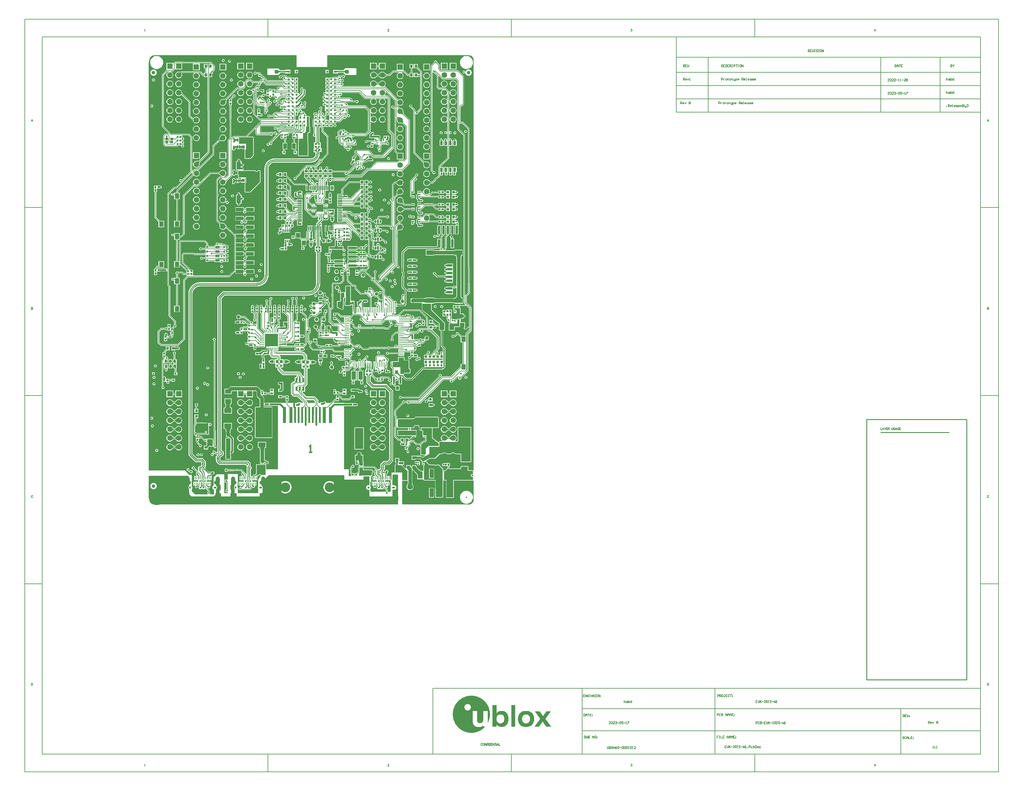
<source format=gtl>
G04*
G04 #@! TF.GenerationSoftware,Altium Limited,Altium Designer,24.5.2 (23)*
G04*
G04 Layer_Physical_Order=1*
G04 Layer_Color=255*
%FSLAX44Y44*%
%MOMM*%
G71*
G04*
G04 #@! TF.SameCoordinates,06A8B94F-9278-456E-AD24-3EE51E5687D5*
G04*
G04*
G04 #@! TF.FilePolarity,Positive*
G04*
G01*
G75*
%ADD10C,0.1524*%
%ADD11C,0.1270*%
%ADD12C,0.2500*%
%ADD13C,0.6000*%
%ADD16C,0.5000*%
%ADD18C,0.1500*%
%ADD19C,0.2000*%
%ADD23C,0.1778*%
%ADD25C,0.2540*%
%ADD27R,1.2954X2.4892*%
%ADD28R,1.1500X1.4000*%
%ADD29R,1.0000X1.5500*%
%ADD30R,0.7000X0.2200*%
%ADD31R,0.6000X0.2200*%
%ADD32R,0.2200X0.4500*%
%ADD33R,2.2000X1.0500*%
%ADD34R,1.0500X1.0000*%
%ADD35R,3.0000X4.5000*%
%ADD36R,1.3000X1.5500*%
%ADD37R,1.3000X1.5000*%
%ADD38R,1.2000X2.5000*%
%ADD39R,0.6000X1.1500*%
%ADD40R,0.8000X0.5500*%
%ADD41R,0.4500X0.3000*%
%ADD42R,0.3000X0.4500*%
%ADD43R,0.6000X0.5500*%
%ADD44R,0.9000X0.8000*%
%ADD45R,1.2700X0.7600*%
%ADD46R,1.5000X1.1000*%
%ADD47R,0.2500X0.6500*%
%ADD48R,0.3600X0.2500*%
%ADD49R,0.3500X0.3600*%
%ADD50R,0.8000X0.8000*%
%ADD51R,2.1900X1.0200*%
%ADD52R,0.6600X0.4000*%
%ADD53R,1.2500X1.7500*%
%ADD54R,0.7500X0.9000*%
%ADD55R,0.5500X0.5200*%
%ADD56R,1.4500X0.2700*%
%ADD57R,0.2700X1.4500*%
%ADD58R,3.2100X3.2100*%
%ADD59R,1.2000X0.3000*%
%ADD60R,0.3000X1.2000*%
%ADD61R,3.1000X3.1000*%
%ADD62R,0.7600X0.2600*%
%ADD63R,0.2600X0.7600*%
G04:AMPARAMS|DCode=64|XSize=0.6mm|YSize=0.24mm|CornerRadius=0.06mm|HoleSize=0mm|Usage=FLASHONLY|Rotation=270.000|XOffset=0mm|YOffset=0mm|HoleType=Round|Shape=RoundedRectangle|*
%AMROUNDEDRECTD64*
21,1,0.6000,0.1200,0,0,270.0*
21,1,0.4800,0.2400,0,0,270.0*
1,1,0.1200,-0.0600,-0.2400*
1,1,0.1200,-0.0600,0.2400*
1,1,0.1200,0.0600,0.2400*
1,1,0.1200,0.0600,-0.2400*
%
%ADD64ROUNDEDRECTD64*%
G04:AMPARAMS|DCode=65|XSize=0.6mm|YSize=0.24mm|CornerRadius=0.06mm|HoleSize=0mm|Usage=FLASHONLY|Rotation=180.000|XOffset=0mm|YOffset=0mm|HoleType=Round|Shape=RoundedRectangle|*
%AMROUNDEDRECTD65*
21,1,0.6000,0.1200,0,0,180.0*
21,1,0.4800,0.2400,0,0,180.0*
1,1,0.1200,-0.2400,0.0600*
1,1,0.1200,0.2400,0.0600*
1,1,0.1200,0.2400,-0.0600*
1,1,0.1200,-0.2400,-0.0600*
%
%ADD65ROUNDEDRECTD65*%
G04:AMPARAMS|DCode=66|XSize=1.68mm|YSize=1.68mm|CornerRadius=0.084mm|HoleSize=0mm|Usage=FLASHONLY|Rotation=0.000|XOffset=0mm|YOffset=0mm|HoleType=Round|Shape=RoundedRectangle|*
%AMROUNDEDRECTD66*
21,1,1.6800,1.5120,0,0,0.0*
21,1,1.5120,1.6800,0,0,0.0*
1,1,0.1680,0.7560,-0.7560*
1,1,0.1680,-0.7560,-0.7560*
1,1,0.1680,-0.7560,0.7560*
1,1,0.1680,0.7560,0.7560*
%
%ADD66ROUNDEDRECTD66*%
G04:AMPARAMS|DCode=67|XSize=0.7397mm|YSize=0.2425mm|CornerRadius=0.1212mm|HoleSize=0mm|Usage=FLASHONLY|Rotation=0.000|XOffset=0mm|YOffset=0mm|HoleType=Round|Shape=RoundedRectangle|*
%AMROUNDEDRECTD67*
21,1,0.7397,0.0000,0,0,0.0*
21,1,0.4972,0.2425,0,0,0.0*
1,1,0.2425,0.2486,0.0000*
1,1,0.2425,-0.2486,0.0000*
1,1,0.2425,-0.2486,0.0000*
1,1,0.2425,0.2486,0.0000*
%
%ADD67ROUNDEDRECTD67*%
G04:AMPARAMS|DCode=68|XSize=0.2425mm|YSize=0.7397mm|CornerRadius=0.1212mm|HoleSize=0mm|Usage=FLASHONLY|Rotation=0.000|XOffset=0mm|YOffset=0mm|HoleType=Round|Shape=RoundedRectangle|*
%AMROUNDEDRECTD68*
21,1,0.2425,0.4972,0,0,0.0*
21,1,0.0000,0.7397,0,0,0.0*
1,1,0.2425,0.0000,-0.2486*
1,1,0.2425,0.0000,-0.2486*
1,1,0.2425,0.0000,0.2486*
1,1,0.2425,0.0000,0.2486*
%
%ADD68ROUNDEDRECTD68*%
%ADD69R,0.7397X0.2425*%
%ADD70R,1.5000X0.8000*%
%ADD71R,2.0000X1.4500*%
%ADD72R,0.8500X0.6500*%
%ADD73R,0.6000X0.6000*%
%ADD74C,0.6000*%
%ADD75R,0.6000X0.6000*%
%ADD76R,0.6223X2.0066*%
%ADD77R,3.4000X0.9800*%
%ADD78R,1.8000X1.0000*%
%ADD79R,0.9000X0.7500*%
%ADD80R,1.0000X0.9500*%
%ADD81R,0.5500X0.5000*%
%ADD82R,1.2700X2.2000*%
%ADD83R,0.7600X2.4000*%
%ADD84R,2.1000X1.4000*%
%ADD85R,3.0000X1.0000*%
%ADD86R,0.4500X0.6300*%
%ADD87R,2.6000X1.2200*%
%ADD88R,0.3000X0.7500*%
%ADD89R,1.4500X1.7500*%
%ADD90R,0.2700X0.9000*%
%ADD91R,0.2700X0.8000*%
%ADD92R,2.8000X1.4000*%
%ADD93R,0.9500X1.3500*%
%ADD94R,1.4500X1.1500*%
%ADD95R,1.0000X0.9500*%
%ADD96R,0.6200X0.6200*%
%ADD97R,0.6100X4.6000*%
%ADD98R,3.0000X4.9000*%
%ADD99R,0.8100X4.6000*%
%ADD100R,0.5200X0.5500*%
%ADD101R,0.6200X0.6200*%
%ADD102R,0.8000X0.8000*%
%ADD103R,0.3600X0.3500*%
%ADD104R,1.4000X2.1000*%
%ADD105R,2.4000X0.7600*%
%ADD106R,0.3000X0.3000*%
%ADD107R,0.9500X1.0000*%
%ADD108R,1.7500X1.2500*%
%ADD109R,0.9500X1.0000*%
%ADD110R,1.4000X2.8000*%
%ADD111R,0.4500X0.2200*%
%ADD112R,0.2200X0.6000*%
%ADD113R,0.2200X0.7000*%
%ADD114R,0.7600X1.2700*%
%ADD149R,2.0500X2.0500*%
%ADD185C,1.6000*%
%ADD189C,1.6510*%
%ADD195C,8.0000*%
%ADD196C,0.5000*%
%ADD200C,0.2550*%
%ADD201C,0.1790*%
%ADD202C,1.0000*%
%ADD203C,0.2000*%
%ADD204C,0.2032*%
%ADD205C,0.1530*%
%ADD206C,1.0160*%
%ADD207C,0.5080*%
%ADD208C,0.1520*%
%ADD209C,0.1500*%
%ADD210C,0.5010*%
%ADD211C,0.3050*%
%ADD212C,0.2050*%
%ADD213C,0.2770*%
%ADD214C,0.3780*%
%ADD215C,0.2080*%
%ADD216C,0.4064*%
%ADD217C,0.3000*%
%ADD218C,0.8000*%
%ADD219C,0.3048*%
%ADD220C,0.3777*%
%ADD221C,0.4000*%
%ADD222R,1.6000X1.6000*%
%ADD223R,1.6000X1.6000*%
G04:AMPARAMS|DCode=224|XSize=2.3mm|YSize=1.2mm|CornerRadius=0.6mm|HoleSize=0mm|Usage=FLASHONLY|Rotation=90.000|XOffset=0mm|YOffset=0mm|HoleType=Round|Shape=RoundedRectangle|*
%AMROUNDEDRECTD224*
21,1,2.3000,0.0000,0,0,90.0*
21,1,1.1000,1.2000,0,0,90.0*
1,1,1.2000,0.0000,0.5500*
1,1,1.2000,0.0000,-0.5500*
1,1,1.2000,0.0000,-0.5500*
1,1,1.2000,0.0000,0.5500*
%
%ADD224ROUNDEDRECTD224*%
%ADD225O,0.8500X0.5000*%
G04:AMPARAMS|DCode=226|XSize=2.6mm|YSize=1.3mm|CornerRadius=0.65mm|HoleSize=0mm|Usage=FLASHONLY|Rotation=90.000|XOffset=0mm|YOffset=0mm|HoleType=Round|Shape=RoundedRectangle|*
%AMROUNDEDRECTD226*
21,1,2.6000,0.0000,0,0,90.0*
21,1,1.3000,1.3000,0,0,90.0*
1,1,1.3000,0.0000,0.6500*
1,1,1.3000,0.0000,-0.6500*
1,1,1.3000,0.0000,-0.6500*
1,1,1.3000,0.0000,0.6500*
%
%ADD226ROUNDEDRECTD226*%
G04:AMPARAMS|DCode=227|XSize=1.65mm|YSize=1.1mm|CornerRadius=0.55mm|HoleSize=0mm|Usage=FLASHONLY|Rotation=180.000|XOffset=0mm|YOffset=0mm|HoleType=Round|Shape=RoundedRectangle|*
%AMROUNDEDRECTD227*
21,1,1.6500,0.0000,0,0,180.0*
21,1,0.5500,1.1000,0,0,180.0*
1,1,1.1000,-0.2750,0.0000*
1,1,1.1000,0.2750,0.0000*
1,1,1.1000,0.2750,0.0000*
1,1,1.1000,-0.2750,0.0000*
%
%ADD227ROUNDEDRECTD227*%
%ADD228C,2.8000*%
%ADD229C,0.4000*%
%ADD230C,4.5000*%
%ADD231C,0.5080*%
G36*
X828989Y1274834D02*
X829011Y1274568D01*
X829049Y1274315D01*
X829103Y1274074D01*
X829174Y1273845D01*
X829261Y1273628D01*
X829365Y1273424D01*
X829484Y1273232D01*
X829621Y1273053D01*
X829773Y1272886D01*
X828696Y1271808D01*
X828529Y1271961D01*
X828349Y1272097D01*
X828158Y1272217D01*
X827953Y1272321D01*
X827737Y1272408D01*
X827508Y1272479D01*
X827267Y1272533D01*
X827013Y1272571D01*
X826747Y1272593D01*
X826469Y1272598D01*
X828984Y1275113D01*
X828989Y1274834D01*
D02*
G37*
G36*
X826418Y1272598D02*
X826140Y1272593D01*
X825874Y1272571D01*
X825620Y1272533D01*
X825379Y1272479D01*
X825150Y1272408D01*
X824934Y1272321D01*
X824730Y1272217D01*
X824538Y1272097D01*
X824359Y1271961D01*
X824192Y1271808D01*
X823114Y1272886D01*
X823267Y1273053D01*
X823403Y1273232D01*
X823523Y1273424D01*
X823626Y1273628D01*
X823713Y1273845D01*
X823784Y1274074D01*
X823839Y1274315D01*
X823877Y1274568D01*
X823898Y1274834D01*
X823904Y1275113D01*
X826418Y1272598D01*
D02*
G37*
G36*
X925218Y1293808D02*
X928754Y1292343D01*
X931791Y1290013D01*
X934121Y1286976D01*
X935586Y1283439D01*
X935858Y1281376D01*
X935911Y103987D01*
X934641Y103232D01*
X934116Y103450D01*
X920525D01*
Y114032D01*
X920049Y115181D01*
X918901Y115656D01*
X900087D01*
X898939Y115181D01*
X898464Y114032D01*
Y108526D01*
X866270D01*
X866266Y108692D01*
X866190Y108863D01*
Y115091D01*
X866266Y115262D01*
X866273Y115552D01*
X867854D01*
Y124052D01*
X851654D01*
Y124052D01*
X850384Y123278D01*
X849636Y123588D01*
X848028D01*
X846544Y122973D01*
X845407Y121837D01*
X844792Y120352D01*
Y118744D01*
X845407Y117260D01*
X846544Y116123D01*
X848028Y115508D01*
X849636D01*
X850384Y115818D01*
X851654Y115552D01*
Y115552D01*
X851654Y115552D01*
X861234D01*
X861242Y115262D01*
X861318Y115091D01*
Y108863D01*
X861242Y108692D01*
X861238Y108526D01*
X858045D01*
X857747Y108402D01*
X857400D01*
Y108258D01*
X856897Y108050D01*
X856421Y106902D01*
Y103450D01*
X850884D01*
X849736Y102974D01*
X849440Y102259D01*
X848170Y102512D01*
Y107614D01*
X847694Y108763D01*
X837031Y119426D01*
X835882Y119902D01*
X833508D01*
X833071Y119720D01*
X832606Y119628D01*
X832471Y119538D01*
X832411Y119447D01*
X832360Y119426D01*
X832343Y119385D01*
X832225Y119336D01*
X832167Y119277D01*
X832090Y119246D01*
X831973Y119128D01*
X831810Y119096D01*
X831741Y119050D01*
X831660Y119034D01*
X831521Y118941D01*
X831355D01*
X831279Y118910D01*
X831196D01*
X831042Y118846D01*
X830879Y118878D01*
X830638Y118830D01*
X825066D01*
X823964Y119050D01*
X823098Y119628D01*
X822634Y119720D01*
X822196Y119902D01*
X809626D01*
X800728Y128800D01*
X799580Y129276D01*
X798527D01*
X798224Y130509D01*
X799220Y131028D01*
X810522Y136720D01*
X824060D01*
X824617Y136951D01*
X825179Y137167D01*
X838012Y149359D01*
X838021Y149379D01*
X838042Y149388D01*
X838161Y149674D01*
X844237D01*
X845385Y150150D01*
X846618Y151383D01*
X848414Y152420D01*
X850417Y152957D01*
X852491D01*
X854494Y152420D01*
X856290Y151383D01*
X857523Y150150D01*
X858671Y149674D01*
X869637D01*
X870785Y150150D01*
X872018Y151383D01*
X873814Y152420D01*
X875817Y152957D01*
X877891D01*
X879894Y152420D01*
X881690Y151383D01*
X882923Y150150D01*
X884071Y149674D01*
X898400D01*
Y128989D01*
X898400Y128989D01*
X898400Y128988D01*
X898639Y128412D01*
X898876Y127841D01*
X898876Y127841D01*
X898877Y127840D01*
X899314Y127403D01*
Y127322D01*
X899396D01*
X899775Y126943D01*
X899776Y126943D01*
X899776Y126942D01*
X900355Y126703D01*
X900924Y126468D01*
X900925Y126469D01*
X900925Y126468D01*
X926849Y126514D01*
X927425Y126754D01*
X927994Y126990D01*
X927995Y126991D01*
X927996Y126992D01*
X928232Y127564D01*
X928470Y128138D01*
Y226990D01*
X927994Y228138D01*
X926846Y228614D01*
X891250D01*
X890102Y228138D01*
X889626Y226990D01*
Y187530D01*
X888632Y186536D01*
X882208D01*
X881868Y187806D01*
X882687Y188278D01*
X884456Y190047D01*
X885707Y192213D01*
X886354Y194630D01*
Y197131D01*
X885707Y199547D01*
X884456Y201713D01*
X882687Y203482D01*
X880521Y204733D01*
X878105Y205380D01*
X875603D01*
X873187Y204733D01*
X871021Y203482D01*
X870292Y202753D01*
X869996Y202631D01*
X869086Y201726D01*
X868257Y200947D01*
X866726Y199653D01*
X866083Y199183D01*
X865497Y198807D01*
X864991Y198535D01*
X864579Y198363D01*
X864277Y198281D01*
X864154Y198269D01*
X864031Y198281D01*
X863729Y198363D01*
X863317Y198535D01*
X862811Y198807D01*
X862225Y199183D01*
X861594Y199644D01*
X859203Y201745D01*
X858312Y202631D01*
X858016Y202753D01*
X857287Y203482D01*
X855121Y204733D01*
X852705Y205380D01*
X850203D01*
X847787Y204733D01*
X845621Y203482D01*
X843852Y201713D01*
X842601Y199547D01*
X841954Y197131D01*
Y194630D01*
X842601Y192213D01*
X843852Y190047D01*
X845621Y188278D01*
X846440Y187806D01*
X846099Y186536D01*
X837656D01*
X836508Y186060D01*
X836032Y184912D01*
Y183606D01*
X834886Y183059D01*
X819105Y195844D01*
X818585Y195999D01*
X818083Y196207D01*
X818007D01*
X817873Y196454D01*
Y225112D01*
X833846D01*
X834994Y225588D01*
X835470Y226736D01*
Y255184D01*
X834994Y256332D01*
X833846Y256808D01*
X768822D01*
X767674Y256332D01*
X763294Y251952D01*
X717934D01*
X716786Y251476D01*
X716446Y250656D01*
X715176Y250909D01*
Y258149D01*
X715176Y258149D01*
X715001Y259027D01*
X714504Y259771D01*
X712716Y261559D01*
Y274132D01*
X733465Y294880D01*
X733637Y294943D01*
X733748Y295044D01*
X733808Y295089D01*
X733874Y295130D01*
X733950Y295168D01*
X734040Y295204D01*
X734145Y295236D01*
X734269Y295264D01*
X734414Y295285D01*
X734579Y295299D01*
X734811Y295303D01*
X735093Y295426D01*
X735610D01*
X737094Y296041D01*
X737459Y296406D01*
X737746Y296519D01*
X737913Y296680D01*
X738039Y296787D01*
X738157Y296874D01*
X738264Y296942D01*
X738362Y296994D01*
X738450Y297032D01*
X738531Y297059D01*
X738607Y297077D01*
X738681Y297087D01*
X738831Y297094D01*
X738997Y297172D01*
X743526D01*
X743560Y297179D01*
X744228Y296630D01*
X744843Y295145D01*
X745980Y294009D01*
X747464Y293394D01*
X749072D01*
X750556Y294009D01*
X750921Y294374D01*
X751208Y294487D01*
X751375Y294648D01*
X751501Y294755D01*
X751619Y294842D01*
X751726Y294910D01*
X751824Y294962D01*
X751912Y295000D01*
X751993Y295027D01*
X752069Y295045D01*
X752143Y295055D01*
X752293Y295062D01*
X752459Y295140D01*
X782066D01*
X782944Y295315D01*
X783688Y295812D01*
X835794Y347918D01*
X836291Y348662D01*
X836461Y349517D01*
X837933Y350989D01*
X838788Y351159D01*
X839532Y351656D01*
X849564Y361688D01*
X867283D01*
X868131Y360418D01*
X867906Y359874D01*
Y358266D01*
X868521Y356782D01*
X869658Y355645D01*
X871142Y355030D01*
X872750D01*
X874234Y355645D01*
X875101Y356512D01*
X875257Y356579D01*
X875292Y356669D01*
X875298Y356671D01*
X875319Y356688D01*
X875365Y356699D01*
X875442Y356711D01*
X875548Y356721D01*
X875727Y356726D01*
X876080Y356884D01*
X876565Y356980D01*
X877313Y357480D01*
X889358Y369526D01*
X890874D01*
X891723Y368256D01*
X891548Y367834D01*
Y366226D01*
X892163Y364742D01*
X893299Y363605D01*
X894784Y362990D01*
X896392D01*
X897876Y363605D01*
X899013Y364742D01*
X899628Y366226D01*
Y367834D01*
X899453Y368256D01*
X900302Y369526D01*
X900898D01*
X901781Y369701D01*
X902529Y370201D01*
X919788Y387461D01*
X920288Y388209D01*
X920464Y389092D01*
Y494292D01*
X928572Y502401D01*
X929072Y503149D01*
X929248Y504032D01*
Y570881D01*
X929072Y571763D01*
X928572Y572511D01*
X915689Y585395D01*
Y601852D01*
X923627Y609790D01*
X924127Y610538D01*
X924302Y611421D01*
Y640775D01*
X924635Y641272D01*
X924810Y642155D01*
Y685503D01*
X924635Y686386D01*
X924135Y687134D01*
X924048Y687220D01*
Y1083588D01*
X923873Y1084471D01*
X923373Y1085219D01*
X906467Y1102125D01*
X905718Y1102625D01*
X904836Y1102801D01*
X897971D01*
Y1147712D01*
X900574D01*
X901457Y1147887D01*
X902205Y1148387D01*
X907125Y1153307D01*
X907625Y1154055D01*
X907800Y1154938D01*
Y1233678D01*
X907625Y1234561D01*
X907125Y1235309D01*
X892429Y1250005D01*
X891681Y1250505D01*
X890798Y1250680D01*
X840715D01*
X840452Y1250943D01*
Y1251985D01*
X840277Y1252867D01*
X839777Y1253616D01*
X837127Y1256266D01*
Y1266761D01*
X836951Y1267644D01*
X836451Y1268392D01*
X831034Y1273809D01*
X830972Y1273981D01*
X830869Y1274094D01*
X830822Y1274156D01*
X830780Y1274223D01*
X830741Y1274300D01*
X830705Y1274389D01*
X830673Y1274493D01*
X830646Y1274614D01*
X830624Y1274755D01*
X830611Y1274916D01*
X830607Y1275144D01*
X830484Y1275426D01*
Y1275942D01*
X829869Y1277427D01*
X828732Y1278563D01*
X827247Y1279178D01*
X825640D01*
X824155Y1278563D01*
X823019Y1277427D01*
X822404Y1275942D01*
Y1275426D01*
X822281Y1275144D01*
X822276Y1274916D01*
X822263Y1274755D01*
X822242Y1274614D01*
X822214Y1274493D01*
X822182Y1274389D01*
X822147Y1274300D01*
X822108Y1274223D01*
X822065Y1274156D01*
X822018Y1274094D01*
X821915Y1273981D01*
X821853Y1273809D01*
X813693Y1265649D01*
X813193Y1264901D01*
X813018Y1264018D01*
Y963676D01*
X813193Y962793D01*
X813693Y962045D01*
X817083Y958655D01*
X817146Y958483D01*
X817249Y958370D01*
X817296Y958308D01*
X817338Y958241D01*
X817377Y958164D01*
X817412Y958075D01*
X817445Y957971D01*
X817472Y957850D01*
X817493Y957709D01*
X817506Y957548D01*
X817511Y957320D01*
X817634Y957038D01*
Y956522D01*
X818249Y955038D01*
X819386Y953901D01*
X820870Y953286D01*
X822478D01*
X823962Y953901D01*
X825099Y955038D01*
X825714Y956522D01*
Y958130D01*
X825099Y959614D01*
X823962Y960751D01*
X822478Y961366D01*
X821962D01*
X821680Y961489D01*
X821452Y961494D01*
X821291Y961507D01*
X821150Y961528D01*
X821029Y961555D01*
X820925Y961587D01*
X820836Y961623D01*
X820759Y961662D01*
X820692Y961704D01*
X820630Y961751D01*
X820517Y961854D01*
X820345Y961917D01*
X817630Y964631D01*
Y1244535D01*
X818900Y1245061D01*
X819193Y1244767D01*
X820678Y1244152D01*
X821244D01*
X821536Y1244029D01*
X821766Y1244028D01*
X821927Y1244017D01*
X822068Y1243998D01*
X822189Y1243972D01*
X822291Y1243942D01*
X822378Y1243908D01*
X822451Y1243872D01*
X822515Y1243832D01*
X822574Y1243788D01*
X822685Y1243687D01*
X822857Y1243624D01*
X830377Y1236105D01*
Y1207857D01*
X830108Y1207454D01*
X829934Y1206577D01*
Y1202608D01*
X830108Y1201730D01*
X830605Y1200986D01*
X834647Y1196945D01*
X835391Y1196448D01*
X836269Y1196273D01*
X846529D01*
X846870Y1195003D01*
X845621Y1194282D01*
X843852Y1192513D01*
X842601Y1190347D01*
X841954Y1187931D01*
Y1185429D01*
X842601Y1183013D01*
X843852Y1180847D01*
X845621Y1179078D01*
X847787Y1177828D01*
X850203Y1177180D01*
X852705D01*
X855121Y1177828D01*
X857287Y1179078D01*
X859056Y1180847D01*
X859284Y1181242D01*
X860554Y1180902D01*
Y1167058D01*
X859284Y1166718D01*
X859056Y1167113D01*
X857287Y1168882D01*
X855121Y1170133D01*
X852705Y1170780D01*
X850203D01*
X847787Y1170133D01*
X845621Y1168882D01*
X843852Y1167113D01*
X842601Y1164947D01*
X841954Y1162531D01*
Y1160029D01*
X842601Y1157613D01*
X843852Y1155447D01*
X845621Y1153678D01*
X847787Y1152428D01*
X850203Y1151780D01*
X852705D01*
X855121Y1152428D01*
X857287Y1153678D01*
X859056Y1155447D01*
X859284Y1155842D01*
X860554Y1155502D01*
Y1141658D01*
X859284Y1141318D01*
X859056Y1141713D01*
X857287Y1143482D01*
X855121Y1144733D01*
X852705Y1145380D01*
X850203D01*
X847787Y1144733D01*
X845621Y1143482D01*
X843852Y1141713D01*
X842601Y1139547D01*
X841954Y1137131D01*
Y1134629D01*
X842601Y1132213D01*
X843852Y1130047D01*
X845621Y1128278D01*
X847787Y1127028D01*
X850203Y1126380D01*
X852705D01*
X855121Y1127028D01*
X857287Y1128278D01*
X859056Y1130047D01*
X859284Y1130442D01*
X860554Y1130102D01*
Y1116258D01*
X859284Y1115918D01*
X859056Y1116313D01*
X857287Y1118082D01*
X855121Y1119333D01*
X852705Y1119980D01*
X850203D01*
X847787Y1119333D01*
X845621Y1118082D01*
X843852Y1116313D01*
X842601Y1114147D01*
X841954Y1111731D01*
Y1109229D01*
X842601Y1106813D01*
X843852Y1104647D01*
X845621Y1102878D01*
X847787Y1101628D01*
X850203Y1100980D01*
X852705D01*
X855121Y1101628D01*
X857287Y1102878D01*
X859056Y1104647D01*
X859284Y1105042D01*
X860554Y1104702D01*
Y1073515D01*
X859284Y1073263D01*
X858861Y1074284D01*
X857724Y1075420D01*
X856240Y1076036D01*
X854632D01*
X853148Y1075420D01*
X852011Y1074284D01*
X851396Y1072799D01*
Y1071192D01*
X852011Y1069707D01*
X853148Y1068570D01*
X854632Y1067955D01*
X856240D01*
X857724Y1068570D01*
X858861Y1069707D01*
X859284Y1070728D01*
X860554Y1070475D01*
Y1049926D01*
X859296D01*
X858968Y1050416D01*
Y1052024D01*
X858353Y1053509D01*
X857216Y1054645D01*
X855732Y1055260D01*
X854124D01*
X852639Y1054645D01*
X851503Y1053509D01*
X850888Y1052024D01*
Y1050416D01*
X851017Y1050104D01*
X850898Y1049926D01*
X850898D01*
Y1034226D01*
X860554D01*
Y1000349D01*
X836312Y976106D01*
X835815Y975362D01*
X835645Y974509D01*
X835329Y974036D01*
X835154Y973158D01*
Y949650D01*
X829340Y943836D01*
X827834D01*
X826956Y943661D01*
X826212Y943164D01*
X823406Y940358D01*
X822909Y939614D01*
X822734Y938736D01*
Y937230D01*
X816488Y930984D01*
X813913D01*
X813780Y931056D01*
X813431Y931091D01*
X813129Y931173D01*
X812717Y931345D01*
X812211Y931617D01*
X811625Y931993D01*
X810994Y932454D01*
X808602Y934555D01*
X807712Y935441D01*
X807416Y935563D01*
X806687Y936292D01*
X804521Y937543D01*
X802104Y938190D01*
X799603D01*
X797187Y937543D01*
X795021Y936292D01*
X793252Y934523D01*
X792001Y932357D01*
X791354Y929941D01*
Y927440D01*
X792001Y925023D01*
X793252Y922857D01*
X795021Y921088D01*
X797187Y919838D01*
X799603Y919190D01*
X802104D01*
X804521Y919838D01*
X806687Y921088D01*
X807416Y921818D01*
X807712Y921939D01*
X808622Y922844D01*
X809451Y923624D01*
X810981Y924917D01*
X811625Y925388D01*
X812211Y925764D01*
X812717Y926036D01*
X813129Y926207D01*
X813431Y926290D01*
X813780Y926325D01*
X813914Y926396D01*
X817438D01*
X818316Y926571D01*
X819061Y927068D01*
X826650Y934658D01*
X826650Y934658D01*
X827147Y935402D01*
X827322Y936280D01*
Y937786D01*
X828784Y939248D01*
X830290D01*
X831168Y939423D01*
X831912Y939920D01*
X839070Y947078D01*
X839567Y947822D01*
X839742Y948700D01*
Y949404D01*
X847748D01*
Y957603D01*
X848798Y958026D01*
Y973726D01*
X842079D01*
X841593Y974899D01*
X864470Y997776D01*
X864470Y997776D01*
X864967Y998520D01*
X865142Y999398D01*
X865142Y999398D01*
Y1034226D01*
X874198D01*
Y1049926D01*
X873012D01*
X872684Y1050416D01*
Y1052024D01*
X872069Y1053509D01*
X870932Y1054645D01*
X869448Y1055260D01*
X867840D01*
X866356Y1054645D01*
X865142Y1055228D01*
Y1067871D01*
X866412Y1068442D01*
X867586Y1067955D01*
X869194D01*
X870678Y1068570D01*
X871815Y1069707D01*
X872430Y1071192D01*
Y1072799D01*
X871815Y1074284D01*
X870678Y1075420D01*
X869194Y1076036D01*
X867586D01*
X866412Y1075549D01*
X865142Y1076120D01*
Y1189782D01*
X865142Y1189782D01*
X864967Y1190660D01*
X864470Y1191404D01*
X855685Y1200189D01*
X854941Y1200686D01*
X854063Y1200861D01*
X837219D01*
X834522Y1203559D01*
Y1205740D01*
X834790Y1206142D01*
X834965Y1207020D01*
Y1234570D01*
X836138Y1235056D01*
X845586Y1225608D01*
X846330Y1225111D01*
X847208Y1224936D01*
X884373D01*
X889282Y1220028D01*
Y1082564D01*
X889456Y1081686D01*
X889954Y1080942D01*
X906594Y1064301D01*
Y584674D01*
X906769Y583796D01*
X907266Y583052D01*
X911703Y578615D01*
X911217Y577442D01*
X901700D01*
X901088Y577188D01*
X900245D01*
X898544Y577526D01*
X896844Y577188D01*
X886445D01*
Y575207D01*
X886409Y575206D01*
X886232Y575127D01*
X885085D01*
X884908Y575206D01*
X884872Y575207D01*
Y577071D01*
X876672D01*
Y570539D01*
X876620Y570466D01*
X876654Y570269D01*
X876579Y570082D01*
X876661Y569891D01*
X876658Y569881D01*
X876672Y569856D01*
Y568571D01*
X876926D01*
X876926Y568558D01*
X877006Y568373D01*
Y563246D01*
X877181Y562363D01*
X877681Y561615D01*
X878044Y561252D01*
X878110Y561076D01*
X878634Y560514D01*
X878783Y560330D01*
X878845Y560243D01*
Y560207D01*
X878782Y560056D01*
X878836Y559926D01*
X878804Y559788D01*
X878845Y559724D01*
Y554413D01*
X886345D01*
Y563713D01*
X882834D01*
X882770Y563754D01*
X882643Y563724D01*
X882335Y563940D01*
X881618Y564640D01*
Y568358D01*
X881697Y568535D01*
X881698Y568571D01*
X884872D01*
Y570435D01*
X884908Y570436D01*
X885085Y570514D01*
X886232D01*
X886409Y570436D01*
X886445Y570435D01*
Y568688D01*
X896306D01*
X896835Y568158D01*
Y553263D01*
X897311Y552115D01*
X898459Y551640D01*
X904971D01*
Y549775D01*
X905204Y549212D01*
X905429Y548645D01*
X905441Y548640D01*
X905447Y548627D01*
X906010Y548393D01*
X906569Y548151D01*
X907652Y548134D01*
X907780Y548132D01*
X907790Y548136D01*
X907934Y548076D01*
X908515D01*
X909403Y547709D01*
X910082Y547029D01*
X910450Y546141D01*
Y545179D01*
X910082Y544291D01*
X909403Y543611D01*
X908926Y543414D01*
X908854Y543342D01*
X908814Y543334D01*
X908737Y543282D01*
X908645Y543264D01*
X908615Y543244D01*
X908520D01*
X908515Y543242D01*
X908510D01*
X908363Y543181D01*
X908203Y543212D01*
X907780Y543128D01*
Y543052D01*
X907592Y543051D01*
D01*
X907307Y543050D01*
X907259Y543030D01*
X907209Y543047D01*
X906738Y543017D01*
X906491Y543001D01*
X905977Y542748D01*
X905447Y542529D01*
X905425Y542478D01*
X905376Y542453D01*
X905191Y541911D01*
X904971Y541381D01*
Y539687D01*
X898459D01*
X897311Y539211D01*
X896899Y538218D01*
X896683Y538008D01*
X895565Y537605D01*
X894908Y537878D01*
X889231D01*
X888083Y537402D01*
X887607Y536254D01*
X886345Y536272D01*
Y536913D01*
X878845D01*
X878845Y536913D01*
Y536913D01*
X878845Y536913D01*
X877736Y537302D01*
X877536Y537501D01*
X876052Y538116D01*
X874444D01*
X872960Y537501D01*
X871712Y538050D01*
Y545339D01*
X871791Y545516D01*
X871792Y545551D01*
X872922D01*
Y554051D01*
X871208D01*
X871207Y554086D01*
X871129Y554263D01*
Y555381D01*
X871207Y555558D01*
X871208Y555594D01*
X872922D01*
Y564094D01*
X856722D01*
Y562230D01*
X856687Y562229D01*
X856510Y562150D01*
X855363D01*
X855186Y562229D01*
X855150Y562230D01*
Y563726D01*
X846950D01*
Y555226D01*
X848664D01*
X848665Y555191D01*
X848743Y555014D01*
Y553896D01*
X848665Y553719D01*
X848664Y553683D01*
X846950D01*
Y545183D01*
X855150D01*
Y547047D01*
X855186Y547048D01*
X855363Y547127D01*
X856510D01*
X856687Y547048D01*
X856722Y547048D01*
Y545551D01*
X858436D01*
X858437Y545516D01*
X858516Y545339D01*
Y537072D01*
X858691Y536189D01*
X859192Y535441D01*
X859552Y535080D01*
X859604Y534922D01*
X859626Y534911D01*
X859634Y534888D01*
X859737Y534776D01*
X859779Y534720D01*
X859814Y534662D01*
X859845Y534598D01*
X859872Y534525D01*
X859896Y534438D01*
X859914Y534335D01*
X859926Y534211D01*
X859929Y534068D01*
X859919Y533852D01*
X860032Y533535D01*
Y532764D01*
X860647Y531279D01*
X861784Y530143D01*
X863268Y529528D01*
X864876D01*
X865830Y529923D01*
X867100Y529223D01*
Y526304D01*
X865787D01*
X864639Y525828D01*
X864163Y524680D01*
Y505689D01*
X864639Y504541D01*
X865787Y504065D01*
X879566D01*
X880714Y504541D01*
X881190Y505689D01*
Y514249D01*
X894908D01*
X896056Y514725D01*
X896532Y515873D01*
Y526206D01*
X897802Y526883D01*
X898459Y526610D01*
X909589D01*
Y515535D01*
X908854Y514800D01*
X907859Y513312D01*
X907510Y511556D01*
X907859Y509800D01*
X908854Y508312D01*
X910342Y507317D01*
X912098Y506968D01*
X913854Y507317D01*
X915342Y508312D01*
X918278Y511248D01*
X919273Y512736D01*
X919417Y513462D01*
X921636D01*
Y506229D01*
X913523Y498117D01*
X913026Y497373D01*
X912851Y496495D01*
Y489275D01*
X902377D01*
X902310Y489316D01*
X902175Y489285D01*
X902047Y489338D01*
X901896Y489275D01*
X901847D01*
X901788Y489317D01*
X901328Y489708D01*
X901055Y489973D01*
X900869Y490046D01*
X894309Y496606D01*
X893565Y497103D01*
X892687Y497278D01*
X892600D01*
X892423Y497357D01*
X892411Y497357D01*
Y499234D01*
X885811D01*
Y496715D01*
X885770Y496648D01*
X885802Y496513D01*
X885749Y496385D01*
X885811Y496234D01*
Y496185D01*
X885770Y496126D01*
X885378Y495666D01*
X885114Y495393D01*
X885041Y495207D01*
X880757Y490924D01*
X880620Y490861D01*
X879500Y490578D01*
X879203Y490729D01*
X878572Y491359D01*
X877088Y491974D01*
X875480D01*
X873996Y491359D01*
X872859Y490223D01*
X872244Y488738D01*
Y487130D01*
X872859Y485645D01*
X873996Y484509D01*
X875480Y483894D01*
X877088D01*
X878572Y484509D01*
X878717Y484654D01*
X878920Y484712D01*
X879114Y484866D01*
X879269Y484976D01*
X879413Y485067D01*
X879547Y485140D01*
X879670Y485197D01*
X879782Y485240D01*
X879883Y485271D01*
X879976Y485290D01*
X880060Y485301D01*
X880211Y485308D01*
X880379Y485386D01*
X880758D01*
X881636Y485561D01*
X882380Y486058D01*
X888271Y491949D01*
X888448Y492015D01*
X889005Y492534D01*
X889186Y492680D01*
X889262Y492734D01*
X889312D01*
X889463Y492671D01*
X889591Y492724D01*
X889726Y492692D01*
X889792Y492734D01*
X889890D01*
X890111Y492690D01*
X890111Y492690D01*
X890737D01*
X890848Y492641D01*
X891805Y492621D01*
X897611Y486815D01*
X897677Y486638D01*
X898196Y486082D01*
X898342Y485900D01*
X898396Y485824D01*
Y485775D01*
X898333Y485623D01*
X898386Y485495D01*
X898354Y485360D01*
X898396Y485294D01*
Y470775D01*
X904022D01*
X904023Y470763D01*
X904101Y470586D01*
Y409214D01*
X904023Y409037D01*
X904022Y409025D01*
X898396D01*
Y400748D01*
X898129Y400630D01*
X897646Y400534D01*
X896902Y400037D01*
X896902Y400036D01*
X870000Y373134D01*
X846328D01*
X846328Y373134D01*
X845450Y372959D01*
X844706Y372462D01*
X844706Y372462D01*
X776762Y304518D01*
X746284D01*
X746284Y304518D01*
X745406Y304343D01*
X744662Y303846D01*
X744662Y303846D01*
X742576Y301760D01*
X738997D01*
X738831Y301838D01*
X738681Y301845D01*
X738607Y301855D01*
X738531Y301873D01*
X738450Y301900D01*
X738362Y301938D01*
X738264Y301990D01*
X738156Y302058D01*
X738039Y302145D01*
X737913Y302252D01*
X737746Y302413D01*
X737459Y302526D01*
X737094Y302891D01*
X735610Y303506D01*
X734002D01*
X732517Y302891D01*
X731381Y301754D01*
X730766Y300270D01*
Y299753D01*
X730643Y299471D01*
X730638Y299239D01*
X730625Y299074D01*
X730604Y298930D01*
X730576Y298806D01*
X730544Y298700D01*
X730508Y298610D01*
X730470Y298534D01*
X730429Y298468D01*
X730384Y298408D01*
X730283Y298297D01*
X730220Y298125D01*
X708800Y276704D01*
X708303Y275960D01*
X708128Y275082D01*
Y260609D01*
X708303Y259731D01*
X708800Y258987D01*
X710588Y257199D01*
Y230165D01*
X708800Y228377D01*
X708303Y227632D01*
X708128Y226754D01*
Y200914D01*
X708303Y200036D01*
X708800Y199292D01*
X718748Y189343D01*
X719493Y188846D01*
X720371Y188671D01*
X725894D01*
X726072Y188592D01*
X726084Y188592D01*
Y184375D01*
X726885D01*
X727119Y183205D01*
X727096Y183104D01*
X726796Y182904D01*
X726422Y182749D01*
X726135Y182462D01*
X725797Y182237D01*
X725572Y181899D01*
X725285Y181612D01*
X725130Y181238D01*
X724904Y180900D01*
X724825Y180502D01*
X724670Y180128D01*
Y179722D01*
X724591Y179324D01*
X724670Y178926D01*
Y178520D01*
X724825Y178146D01*
X724904Y177748D01*
X725130Y177410D01*
X725285Y177036D01*
X725572Y176749D01*
X725797Y176411D01*
X726444Y175764D01*
X727781Y174871D01*
X729131Y174603D01*
X729341Y174513D01*
X730516Y174502D01*
Y174217D01*
X743887D01*
X744735Y172947D01*
X744580Y172491D01*
X743581Y171773D01*
X743528Y171795D01*
X743400Y171742D01*
X743265Y171773D01*
X743198Y171732D01*
X738008D01*
Y162532D01*
X747208D01*
Y167722D01*
X747249Y167789D01*
X747218Y167924D01*
X747271Y168052D01*
X747208Y168203D01*
Y168264D01*
X747253Y168328D01*
X747651Y168796D01*
X747919Y169073D01*
X747992Y169258D01*
X753961Y175227D01*
X754461Y175974D01*
X754636Y176856D01*
Y181418D01*
X757746Y184528D01*
X763137D01*
X771554Y176111D01*
X772302Y175611D01*
X773184Y175436D01*
X781625D01*
X782834Y174419D01*
Y149422D01*
X782958Y149124D01*
Y147428D01*
X784654D01*
X784953Y147304D01*
X797070D01*
X797394Y146034D01*
X788552Y141211D01*
X785960Y143803D01*
X784472Y144797D01*
X782716Y145146D01*
X772448D01*
X772362Y145182D01*
X771228Y145183D01*
X766659Y145224D01*
X766523Y145232D01*
X766455Y145209D01*
X766361Y145248D01*
X766137Y145155D01*
X757392D01*
Y133155D01*
X766032D01*
X766184Y133072D01*
X766274Y133098D01*
X766361Y133062D01*
X766586Y133155D01*
X767892D01*
Y134356D01*
X767975Y134508D01*
X768014Y134856D01*
X768053Y134963D01*
X768124Y135065D01*
X768280Y135204D01*
X768572Y135375D01*
X769022Y135551D01*
X769633Y135709D01*
X770398Y135831D01*
X771310Y135908D01*
X772402Y135935D01*
X772481Y135970D01*
X780815D01*
X786946Y129839D01*
Y129152D01*
X787070Y128854D01*
Y118152D01*
X791856D01*
Y102828D01*
X790929Y102000D01*
X790586Y102000D01*
X789080D01*
X788974Y102056D01*
X788842Y102015D01*
X788711Y102059D01*
X788593Y102000D01*
X783920D01*
X782927Y102571D01*
X781380Y103653D01*
X777678Y106798D01*
X776472Y107963D01*
X776265Y108175D01*
X775089Y109454D01*
X773142Y111813D01*
X772414Y112835D01*
X771827Y113777D01*
X771390Y114615D01*
X771098Y115338D01*
X770942Y115930D01*
X770883Y116545D01*
X770797Y116706D01*
Y117920D01*
X769466D01*
X769225Y118013D01*
X769169Y117988D01*
X769111Y118006D01*
X768950Y117920D01*
X765586D01*
X764547Y118057D01*
X763509Y117920D01*
X758297D01*
Y113525D01*
X758137Y113138D01*
X758122Y113027D01*
X756781Y112572D01*
X754797Y114556D01*
Y117920D01*
X749586D01*
X748547Y118057D01*
X747508Y117920D01*
X742297D01*
Y113525D01*
X742137Y113138D01*
X741911Y111420D01*
X742137Y109702D01*
X741944Y109388D01*
X740337Y109199D01*
X731903Y117633D01*
X732389Y118806D01*
X735726D01*
Y129306D01*
X723726D01*
Y129306D01*
X723220Y129089D01*
X722502Y129379D01*
X722376Y129460D01*
X721954Y129927D01*
Y138450D01*
X709954D01*
Y129852D01*
X709880Y129731D01*
X709911Y129603D01*
X709860Y129480D01*
X709954Y129256D01*
Y127950D01*
X711113D01*
X711114Y127949D01*
X711131Y127923D01*
X711229Y127684D01*
X711338Y127290D01*
X711431Y126777D01*
X711556Y125283D01*
X711573Y124372D01*
X711617Y124270D01*
Y119648D01*
X710910D01*
X709762Y119172D01*
X709286Y118024D01*
Y97028D01*
X700045D01*
Y76454D01*
X697484D01*
Y76454D01*
X696362Y76811D01*
Y87122D01*
X686426D01*
X686405Y88163D01*
X686336Y88321D01*
Y91629D01*
X688057Y93350D01*
X688057Y93350D01*
X688669Y94266D01*
X688884Y95347D01*
X688884Y95347D01*
Y96242D01*
X688913Y96282D01*
X688884Y96450D01*
Y96451D01*
X688953Y96608D01*
X688958Y96840D01*
X688970Y97004D01*
X688988Y97134D01*
X689007Y97228D01*
X689023Y97283D01*
X689025Y97290D01*
X689053Y97329D01*
X689059Y97356D01*
X689068Y97373D01*
X689070Y97394D01*
X689971Y98295D01*
X690586Y99780D01*
Y101388D01*
X689971Y102872D01*
X688834Y104009D01*
X687350Y104624D01*
X685742D01*
X684258Y104009D01*
X683121Y102872D01*
X682506Y101388D01*
Y100903D01*
X682453Y100793D01*
X682432Y100762D01*
X682419Y100746D01*
X682416Y100738D01*
X682402Y100717D01*
X682394Y100673D01*
X682385Y100655D01*
X682385Y100645D01*
X682384Y100642D01*
X682355Y100589D01*
X682305Y100508D01*
X682243Y100423D01*
X681999Y100135D01*
X681846Y99976D01*
X681797Y99852D01*
X679306D01*
Y101902D01*
X678945D01*
X678459Y103075D01*
X678553Y103169D01*
X679387Y104417D01*
X679680Y105890D01*
X680306Y106902D01*
X680306D01*
Y109340D01*
X680324Y109432D01*
X680306Y109525D01*
Y113778D01*
X680324Y113871D01*
X680306Y113965D01*
Y116402D01*
X680306Y116402D01*
X680306D01*
X680938Y117391D01*
X682246Y118699D01*
X691631D01*
X693104Y118992D01*
X694353Y119826D01*
X703662Y129135D01*
X704496Y130384D01*
X704789Y131857D01*
X704789Y131857D01*
Y330524D01*
X704496Y331997D01*
X703662Y333245D01*
X686968Y349940D01*
X685719Y350774D01*
X684246Y351067D01*
X648568D01*
X639901Y359734D01*
Y374186D01*
X642515D01*
X650543Y366158D01*
X650607Y365987D01*
X651227Y365320D01*
X651412Y365090D01*
X651522Y364935D01*
Y364730D01*
X651459Y364579D01*
X651512Y364451D01*
X651480Y364317D01*
X651522Y364250D01*
Y360123D01*
X654702D01*
X654730Y360103D01*
X654853Y360123D01*
X655287D01*
X655421Y360050D01*
X655616Y359921D01*
X656689Y359014D01*
X657109Y358605D01*
X657130Y358596D01*
X657140Y358575D01*
X657309Y358513D01*
X658310Y357512D01*
X659100Y356984D01*
X660032Y356799D01*
X668543D01*
X669475Y356984D01*
X670265Y357512D01*
X671760Y359006D01*
X671930Y359070D01*
X672590Y359683D01*
X672815Y359863D01*
X672992Y359986D01*
X673115D01*
X673339Y359893D01*
X673463Y359944D01*
X673593Y359913D01*
X673712Y359986D01*
X677495D01*
Y367497D01*
X683269D01*
X684202Y367683D01*
X684295Y367745D01*
X689357D01*
X691716Y365386D01*
Y365195D01*
X691640Y365028D01*
X691634Y364847D01*
X691621Y364728D01*
X691601Y364614D01*
X691574Y364504D01*
X691538Y364396D01*
X691494Y364288D01*
X691440Y364179D01*
X691375Y364068D01*
X691298Y363954D01*
X691177Y363798D01*
X691124Y363605D01*
X690995Y363476D01*
X690380Y361992D01*
Y360384D01*
X690995Y358899D01*
X692132Y357763D01*
X693616Y357148D01*
X695224D01*
X696708Y357763D01*
X697845Y358899D01*
X698460Y360384D01*
Y361992D01*
X697845Y363476D01*
X697202Y364119D01*
X697055Y364411D01*
X696926Y364522D01*
X696863Y364586D01*
X696814Y364645D01*
X696776Y364702D01*
X696746Y364759D01*
X696720Y364819D01*
X696699Y364888D01*
X696682Y364968D01*
X696670Y365063D01*
X696663Y365239D01*
X696636Y365297D01*
X696654Y365358D01*
X696587Y365478D01*
Y366395D01*
X696402Y367327D01*
X695874Y368117D01*
X692088Y371903D01*
X691298Y372431D01*
X690366Y372617D01*
X683517D01*
X682585Y372431D01*
X682492Y372369D01*
X669032D01*
X668099Y372183D01*
X667309Y371655D01*
X665257Y369603D01*
X665087Y369540D01*
X664426Y368927D01*
X664201Y368747D01*
X664024Y368623D01*
X663902D01*
X663677Y368717D01*
X663554Y368666D01*
X663424Y368697D01*
X663304Y368623D01*
X655895D01*
X655828Y368665D01*
X655694Y368633D01*
X655567Y368686D01*
X655416Y368623D01*
X655211D01*
X655073Y368721D01*
X654511Y369198D01*
X654181Y369518D01*
X654002Y369588D01*
X646623Y376967D01*
Y385472D01*
X649978D01*
X650074Y385453D01*
X650224D01*
X650320Y385472D01*
X652885D01*
X652903Y385464D01*
X652922Y385472D01*
X654474D01*
Y385894D01*
X654603Y386041D01*
X655548Y386749D01*
X655669Y386780D01*
X655692Y386774D01*
X655711Y386765D01*
X655723Y386764D01*
X655768Y386749D01*
X655779Y386749D01*
X655809Y386719D01*
X657294Y386104D01*
X658902D01*
X659948Y386537D01*
X661056Y385974D01*
X661218Y385793D01*
Y380488D01*
X670218D01*
Y385250D01*
X678416D01*
Y394096D01*
X679422Y394886D01*
X682026Y392282D01*
X681538Y391012D01*
X681538D01*
Y382012D01*
X688645D01*
X688772Y381936D01*
X688897Y381968D01*
X689017Y381919D01*
X689238Y382012D01*
X690538D01*
Y382012D01*
X691061Y382362D01*
X691838Y382040D01*
X693446D01*
X694930Y382655D01*
X696067Y383792D01*
X696682Y385276D01*
Y386884D01*
X696067Y388368D01*
X694930Y389505D01*
X693446Y390120D01*
X691838D01*
X691594Y390019D01*
X690538Y390724D01*
Y391012D01*
X689177D01*
X689137Y391165D01*
X689090Y391446D01*
X689059Y391811D01*
X689046Y392294D01*
X688975Y392454D01*
X688756Y393556D01*
X688118Y394510D01*
X685527Y397101D01*
X686013Y398274D01*
X688256D01*
Y412329D01*
X688389Y412463D01*
X688917Y413253D01*
X689103Y414185D01*
Y414224D01*
X689087Y414244D01*
X689103Y414245D01*
Y414255D01*
X690300Y415452D01*
X690828Y416242D01*
X691014Y417174D01*
Y418227D01*
X691090Y418398D01*
X691094Y418566D01*
X691129Y418899D01*
X691148Y419005D01*
X691235Y419338D01*
X691273Y419451D01*
X691418Y419792D01*
X691505Y419963D01*
X691531Y420305D01*
X691856Y421090D01*
Y422698D01*
X691241Y424183D01*
X690104Y425319D01*
X688620Y425934D01*
X688109D01*
X687832Y426057D01*
X687647Y426062D01*
X687533Y426073D01*
X687429Y426092D01*
X687336Y426116D01*
X687249Y426147D01*
X687166Y426185D01*
X687086Y426230D01*
X687003Y426285D01*
X686920Y426351D01*
X686789Y426473D01*
X686619Y426536D01*
X679861Y433294D01*
X679071Y433822D01*
X678138Y434007D01*
X660526D01*
X659594Y433822D01*
X658804Y433294D01*
X654945Y429435D01*
X654417Y428644D01*
X654231Y427712D01*
Y416235D01*
X654155Y416064D01*
X654147Y415774D01*
X647556D01*
Y401443D01*
X647499Y401159D01*
Y395103D01*
X647433Y394954D01*
X647420Y394473D01*
X647389Y394109D01*
X647342Y393829D01*
X647300Y393672D01*
X645974D01*
X645974Y393672D01*
Y393672D01*
X644742Y393765D01*
X642842Y395666D01*
Y397827D01*
X642918Y398006D01*
X642922Y398274D01*
X643256D01*
Y399580D01*
X643349Y399804D01*
X643280Y399972D01*
X643312Y400149D01*
X643256Y400230D01*
Y415774D01*
X639256D01*
Y416774D01*
X630243D01*
X629538Y417830D01*
X629626Y418042D01*
Y419650D01*
X629011Y421134D01*
X627874Y422271D01*
X627213Y422545D01*
X626915Y424043D01*
X627669Y424797D01*
X627785Y424826D01*
X627830Y424900D01*
X627911Y424929D01*
X628022Y425030D01*
X628070Y425065D01*
X628117Y425093D01*
X628167Y425116D01*
X628223Y425135D01*
X628293Y425151D01*
X628380Y425162D01*
X628486Y425166D01*
X628615Y425161D01*
X628822Y425137D01*
X629116Y425220D01*
X630200D01*
X631684Y425835D01*
X632821Y426972D01*
X633436Y428456D01*
Y430064D01*
X632821Y431549D01*
X631684Y432685D01*
X630200Y433300D01*
X628592D01*
X627108Y432685D01*
X625971Y431549D01*
X625356Y430064D01*
Y430000D01*
X625280Y429881D01*
X625190Y429379D01*
X625149Y429224D01*
X625100Y429069D01*
X625047Y428933D01*
X624992Y428816D01*
X624936Y428717D01*
X624881Y428632D01*
X624825Y428561D01*
X624723Y428450D01*
X624660Y428276D01*
X614212Y417829D01*
X614079Y417874D01*
X613036Y418550D01*
Y420158D01*
X612421Y421642D01*
X611284Y422779D01*
X609799Y423394D01*
X608192D01*
X606707Y422779D01*
X605571Y421642D01*
X604956Y420158D01*
Y418550D01*
X605571Y417066D01*
X605592Y417044D01*
X605066Y415774D01*
X597220D01*
X597215Y415787D01*
X597117Y416276D01*
X596620Y417020D01*
X595494Y418146D01*
X594750Y418643D01*
X593872Y418818D01*
X586196D01*
X585720Y418723D01*
X584683Y419337D01*
X584450Y419591D01*
Y428494D01*
X584275Y429372D01*
X584164Y429538D01*
X584179Y429840D01*
X584590Y430907D01*
X584683Y430998D01*
X585710Y431423D01*
X586847Y432560D01*
X587462Y434044D01*
Y435652D01*
X586847Y437136D01*
X585710Y438273D01*
X585408Y438398D01*
X585110Y439896D01*
X587465Y442250D01*
X587962Y442995D01*
X588136Y443872D01*
Y444682D01*
X589196Y445487D01*
X589219Y445486D01*
X589425Y445461D01*
X589712Y445540D01*
X590830D01*
X592314Y446155D01*
X593451Y447291D01*
X594066Y448776D01*
Y450384D01*
X593451Y451869D01*
X592314Y453005D01*
X590935Y453576D01*
X590689Y454092D01*
X590510Y454696D01*
X591332Y455668D01*
X595596D01*
X596448Y454816D01*
X597192Y454319D01*
X598070Y454144D01*
X601311D01*
X602188Y454319D01*
X602199Y454325D01*
X602361D01*
X602532Y454247D01*
X602682Y454241D01*
X602782Y454230D01*
X602895Y454209D01*
X602999Y454183D01*
X603336Y454065D01*
X603466Y454007D01*
X603867Y453796D01*
X604079Y453667D01*
X604359Y453624D01*
X605478Y453160D01*
X607086D01*
X608570Y453775D01*
X609707Y454911D01*
X609882Y455334D01*
X611380Y455632D01*
X616986Y450026D01*
X617730Y449529D01*
X618608Y449354D01*
X633412D01*
X634290Y449529D01*
X635034Y450026D01*
X637268Y452260D01*
X687360D01*
X687526Y452182D01*
X687676Y452175D01*
X687750Y452165D01*
X687826Y452147D01*
X687907Y452121D01*
X687996Y452082D01*
X688093Y452030D01*
X688201Y451962D01*
X688318Y451875D01*
X688444Y451768D01*
X688611Y451607D01*
X688898Y451494D01*
X689263Y451129D01*
X690748Y450514D01*
X692355D01*
X693840Y451129D01*
X694430Y451720D01*
X694732Y451868D01*
X694875Y452031D01*
X694977Y452132D01*
X695071Y452212D01*
X695155Y452272D01*
X695230Y452316D01*
X695298Y452348D01*
X695360Y452370D01*
X695422Y452386D01*
X695487Y452395D01*
X695636Y452402D01*
X695670Y452418D01*
X695706Y452407D01*
X695845Y452480D01*
X719223D01*
X719404Y452401D01*
X719406Y452401D01*
Y442147D01*
X719404Y442147D01*
X719223Y442068D01*
X692134D01*
X691964Y442146D01*
X691813Y442152D01*
X691710Y442163D01*
X691592Y442184D01*
X691481Y442211D01*
X691132Y442326D01*
X690992Y442384D01*
X690575Y442589D01*
X690353Y442715D01*
X690030Y442754D01*
X689072Y443151D01*
X687465D01*
X685980Y442536D01*
X684844Y441399D01*
X684229Y439914D01*
Y438307D01*
X684844Y436822D01*
X685980Y435686D01*
X687465Y435071D01*
X689072D01*
X690557Y435686D01*
X691693Y436822D01*
X691735Y436922D01*
X691867Y437017D01*
X691964Y437176D01*
X692021Y437252D01*
X692068Y437304D01*
X692104Y437336D01*
X692132Y437356D01*
X692155Y437369D01*
X692179Y437378D01*
X692212Y437387D01*
X692262Y437395D01*
X692411Y437402D01*
X692575Y437480D01*
X692627D01*
X692777Y437463D01*
X692798Y437480D01*
X719223D01*
X719404Y437401D01*
X719406Y437401D01*
Y431924D01*
X736906D01*
Y442401D01*
X736908Y442401D01*
X737089Y442480D01*
X752763D01*
X753122Y442551D01*
X754233Y441846D01*
X754392Y441629D01*
Y438101D01*
X754432D01*
X754878Y437329D01*
X754432Y436558D01*
X754392D01*
Y432431D01*
X754351Y432364D01*
X754382Y432230D01*
X754329Y432103D01*
X754392Y431952D01*
Y431747D01*
X754295Y431609D01*
X753817Y431047D01*
X753498Y430717D01*
X752255Y430450D01*
X752120Y430506D01*
X750512D01*
X749027Y429891D01*
X747891Y428755D01*
X747276Y427270D01*
Y425662D01*
X747891Y424178D01*
X749027Y423041D01*
X750512Y422426D01*
X752120D01*
X753604Y423041D01*
X754741Y424178D01*
X754899Y424559D01*
X755100Y424733D01*
X755288Y425109D01*
X755363Y425235D01*
X755625Y425615D01*
X755750Y425776D01*
X756340Y426447D01*
X756561Y426674D01*
X756634Y426855D01*
X756858Y427079D01*
X757029Y427143D01*
X757695Y427763D01*
X757925Y427948D01*
X758081Y428058D01*
X758286D01*
X758437Y427995D01*
X758564Y428048D01*
X758698Y428017D01*
X758765Y428058D01*
X766585D01*
X766614Y428052D01*
X768850D01*
X769062Y427965D01*
X769073Y427970D01*
X769085Y427965D01*
X771760Y428004D01*
X772109Y427935D01*
X772507Y428014D01*
X772912D01*
X773287Y428169D01*
X773685Y428248D01*
X773846Y428356D01*
X774451Y428084D01*
X775006Y427579D01*
X775006Y427162D01*
X775006D01*
X775006Y427120D01*
Y425998D01*
X774493Y425346D01*
X773736Y425056D01*
X773456Y425172D01*
X771848D01*
X770363Y424557D01*
X769227Y423420D01*
X768612Y421936D01*
Y420328D01*
X769227Y418843D01*
X770363Y417707D01*
X771848Y417092D01*
X773456D01*
X774940Y417707D01*
X776077Y418843D01*
X776289Y419356D01*
X776509Y419566D01*
X776572Y419711D01*
X776598Y419755D01*
X776598Y419756D01*
X776631Y419761D01*
X776783Y419768D01*
X776947Y419846D01*
X777406D01*
X777627Y419890D01*
X783506D01*
Y428090D01*
X776064D01*
X776062Y428090D01*
X776062D01*
X775730Y428090D01*
X775416Y428556D01*
X775168Y429360D01*
X775247Y429479D01*
X775534Y429766D01*
X775689Y430140D01*
X775914Y430478D01*
X775993Y430876D01*
X776149Y431250D01*
Y431656D01*
X776228Y432054D01*
X776149Y432452D01*
Y432858D01*
X775993Y433232D01*
X775914Y433630D01*
X775689Y433968D01*
X775534Y434342D01*
X775247Y434629D01*
X775021Y434967D01*
X774904Y435084D01*
X774567Y435309D01*
X774397Y435479D01*
X774176Y435571D01*
X773568Y435977D01*
X772234Y436242D01*
X772022Y436335D01*
X770592Y436362D01*
X770592Y436558D01*
X769590Y436563D01*
X769514Y436558D01*
X769286Y436558D01*
X769062Y436651D01*
X768837Y436558D01*
X762552D01*
X762105Y437329D01*
X762551Y438101D01*
X762592D01*
Y445056D01*
X766249D01*
X767127Y445231D01*
X767871Y445728D01*
X768750Y446607D01*
X769247Y447351D01*
X769422Y448229D01*
Y448697D01*
X769501Y448875D01*
X769501Y448886D01*
X771228D01*
Y456644D01*
X771659Y456932D01*
X772207Y457480D01*
X774085D01*
X774963Y457655D01*
X775707Y458152D01*
X776370Y458814D01*
X776880Y458820D01*
X776920Y458837D01*
X776961Y458823D01*
X777036Y458828D01*
X777078Y458848D01*
X777123Y458835D01*
X777168Y458840D01*
X777247Y458885D01*
X777717D01*
X777938Y458929D01*
X783667D01*
Y467429D01*
X784933Y467436D01*
X790940D01*
X791818Y467611D01*
X792562Y468108D01*
X797948Y473494D01*
X798445Y474238D01*
X798620Y475116D01*
Y475542D01*
X799890Y476517D01*
X800498Y476354D01*
X802210D01*
X803863Y476797D01*
X805345Y477653D01*
X806555Y478863D01*
X807411Y480345D01*
X807854Y481998D01*
Y483710D01*
X807411Y485363D01*
X806555Y486845D01*
X805345Y488055D01*
X803863Y488911D01*
X802210Y489354D01*
X800498D01*
X798845Y488911D01*
X797363Y488055D01*
X796153Y486845D01*
X795297Y485363D01*
X794854Y483710D01*
Y481998D01*
X795297Y480345D01*
X795244Y480128D01*
X794039Y479487D01*
X793468Y479689D01*
X793228Y479929D01*
X791744Y480544D01*
X790136D01*
X788652Y479929D01*
X788319Y479596D01*
X787253Y479809D01*
X786116Y480945D01*
X784632Y481560D01*
X783024D01*
X781540Y480945D01*
X781174Y480580D01*
X780888Y480467D01*
X780721Y480306D01*
X780595Y480199D01*
X780477Y480112D01*
X780370Y480044D01*
X780272Y479992D01*
X780184Y479954D01*
X780103Y479927D01*
X780027Y479909D01*
X779953Y479899D01*
X779803Y479892D01*
X779637Y479814D01*
X766556D01*
X765678Y479639D01*
X765202Y479321D01*
X764947Y479404D01*
X764170Y480780D01*
Y482388D01*
X763893Y483056D01*
Y483321D01*
X763938Y483425D01*
X763954Y485224D01*
X763977Y485731D01*
X764144Y486990D01*
X764144D01*
D01*
X764274D01*
X764325Y488153D01*
X764293Y488343D01*
X764367Y488521D01*
X764274Y488745D01*
Y494738D01*
X773359D01*
X774237Y494913D01*
X774981Y495410D01*
X780197Y500626D01*
X782142D01*
X782320Y500547D01*
X782332Y500547D01*
Y499432D01*
X790532D01*
Y506388D01*
X797001D01*
Y506401D01*
X797019Y506388D01*
X801512D01*
X801525Y506324D01*
X802022Y505579D01*
X805098Y502504D01*
X805098Y502504D01*
X805842Y502007D01*
X806720Y501832D01*
X806720Y501832D01*
X810957D01*
X829842Y482947D01*
Y454417D01*
X821132Y445707D01*
X820635Y444963D01*
X820460Y444085D01*
Y443398D01*
X812995Y435933D01*
X812818Y435866D01*
X812261Y435348D01*
X812080Y435202D01*
X812003Y435148D01*
X811954D01*
X811803Y435211D01*
X811675Y435158D01*
X811540Y435189D01*
X811473Y435148D01*
X805429D01*
X804428Y435282D01*
X804226Y436323D01*
Y436696D01*
X805073Y437542D01*
X805245Y437605D01*
X805356Y437706D01*
X805416Y437751D01*
X805482Y437792D01*
X805558Y437830D01*
X805648Y437866D01*
X805753Y437898D01*
X805878Y437926D01*
X806022Y437947D01*
X806187Y437961D01*
X806419Y437965D01*
X806701Y438088D01*
X807218D01*
X808702Y438703D01*
X809839Y439840D01*
X810454Y441324D01*
Y442932D01*
X809839Y444417D01*
X808702Y445553D01*
X807218Y446168D01*
X805610D01*
X804126Y445553D01*
X802989Y444417D01*
X802374Y442932D01*
Y442415D01*
X802251Y442133D01*
X802246Y441901D01*
X802233Y441736D01*
X802212Y441591D01*
X802184Y441468D01*
X802152Y441362D01*
X802116Y441272D01*
X802078Y441196D01*
X802037Y441130D01*
X801992Y441070D01*
X801891Y440959D01*
X801828Y440787D01*
X800310Y439268D01*
X799812Y438524D01*
X799638Y437646D01*
Y435337D01*
X799559Y435160D01*
X799559Y435148D01*
X793182D01*
Y424148D01*
X803184D01*
X804182Y424148D01*
X805452Y424148D01*
X814457D01*
X815454Y424148D01*
Y424148D01*
X815727D01*
Y424148D01*
X825730D01*
X826727Y424148D01*
Y424148D01*
X827000D01*
Y424148D01*
X837999D01*
Y424148D01*
X838272D01*
Y424148D01*
X847713D01*
Y420148D01*
X838272D01*
Y420148D01*
X837999D01*
Y420148D01*
X827000D01*
Y420148D01*
X826727D01*
Y420148D01*
X815727D01*
Y420148D01*
X815454D01*
Y420148D01*
X804454D01*
Y420148D01*
X804182D01*
Y420148D01*
X793182D01*
Y409148D01*
X793952D01*
X795047Y408725D01*
Y399923D01*
X792103Y399772D01*
X791972Y399710D01*
X790055D01*
X788875Y399475D01*
X787875Y398806D01*
X757035Y367967D01*
X742155D01*
X733037Y377085D01*
X733350Y378137D01*
X733511Y378355D01*
X735358D01*
X735656Y378479D01*
X736858D01*
Y379680D01*
X736981Y379978D01*
Y381611D01*
X752836D01*
X753984Y382086D01*
X754459Y383234D01*
Y394080D01*
X753984Y395228D01*
X752836Y395703D01*
X750990D01*
Y418425D01*
X750514Y419573D01*
X749366Y420049D01*
X737749D01*
X737749Y426739D01*
X737273Y427887D01*
X736125Y428362D01*
X720298Y428362D01*
X719150Y427887D01*
X718675Y426738D01*
Y416501D01*
X703415D01*
X702267Y416025D01*
X702163Y415774D01*
X697556D01*
Y398274D01*
X698869D01*
X699145Y397862D01*
X699945Y397062D01*
X699945Y397062D01*
X701361Y395646D01*
X702151Y395118D01*
X702284Y395092D01*
X702432Y394944D01*
Y381590D01*
X702617Y380658D01*
X703145Y379868D01*
X707146Y375867D01*
X707146Y375867D01*
X708194Y374819D01*
X707707Y373646D01*
X702064D01*
Y356127D01*
X700794Y355279D01*
X700284Y355490D01*
X698676D01*
X697191Y354875D01*
X696055Y353739D01*
X695440Y352254D01*
Y350646D01*
X696055Y349161D01*
X697191Y348025D01*
X698676Y347410D01*
X700284D01*
X701768Y348025D01*
X702905Y349161D01*
X703008Y349410D01*
X704329Y349280D01*
X704425Y348794D01*
X704953Y348004D01*
X709117Y343840D01*
X709118Y343827D01*
X709179Y343778D01*
X709314Y343643D01*
X709386Y343463D01*
X709822Y343015D01*
X710503Y342243D01*
X710719Y341962D01*
X710871Y341735D01*
X710904Y341674D01*
Y341471D01*
X710850Y341290D01*
X710904Y341189D01*
Y332747D01*
X723404D01*
Y345747D01*
X714928D01*
X714809Y345806D01*
X714673Y345761D01*
X714536Y345802D01*
X714435Y345747D01*
X714331D01*
X714233Y345816D01*
X713655Y346310D01*
X713313Y346641D01*
X713134Y346712D01*
X710440Y349407D01*
X710926Y350580D01*
X711287D01*
Y359594D01*
X711577Y359601D01*
X711748Y359677D01*
X711977D01*
X712561Y359793D01*
X713428Y359434D01*
X715036D01*
X716520Y360049D01*
X717657Y361185D01*
X718272Y362670D01*
Y363010D01*
X719542Y363689D01*
X719675Y363600D01*
X720224Y363491D01*
X720569Y363338D01*
X720733Y363334D01*
Y350580D01*
X729956D01*
Y369783D01*
X731129Y370269D01*
X738696Y362702D01*
X739697Y362034D01*
X740877Y361799D01*
X758313D01*
X759493Y362034D01*
X760494Y362702D01*
X791333Y393541D01*
X792010D01*
X792157Y393477D01*
X794532Y393435D01*
X794843Y393400D01*
X795047Y393362D01*
Y392525D01*
X796353D01*
X796577Y392432D01*
X796698Y392482D01*
X796824Y392451D01*
X796946Y392525D01*
X799201D01*
X799297Y392506D01*
X801838D01*
X802016Y392432D01*
X802021Y392434D01*
X802026Y392432D01*
X805236Y392451D01*
X807292Y392443D01*
X807420Y392439D01*
X807467Y392456D01*
X807524Y392432D01*
X807703Y392506D01*
X812785D01*
X812963Y392432D01*
X812968Y392434D01*
X812973Y392432D01*
X816376Y392452D01*
X818722Y392443D01*
X818850Y392439D01*
X818897Y392456D01*
X818954Y392432D01*
X819133Y392506D01*
X824215D01*
X824393Y392432D01*
X824398Y392434D01*
X824403Y392432D01*
X827806Y392452D01*
X830152Y392443D01*
X830280Y392439D01*
X830327Y392456D01*
X830385Y392432D01*
X830563Y392506D01*
X835245D01*
X835351Y392462D01*
X835756Y392460D01*
X835824Y392432D01*
X835828Y392434D01*
X835833Y392432D01*
X838685Y392449D01*
X840205Y392443D01*
X840333Y392439D01*
X840380Y392456D01*
X840437Y392432D01*
X840503Y392459D01*
X840913Y392462D01*
X841018Y392506D01*
X843157D01*
X843253Y392525D01*
X847407D01*
Y394286D01*
X847697Y394307D01*
X848066Y394313D01*
X848362Y394441D01*
X849221Y394612D01*
X850222Y395280D01*
X852978Y398036D01*
X853646Y399037D01*
X853881Y400217D01*
Y454493D01*
X853646Y455673D01*
X852978Y456674D01*
X847823Y461829D01*
Y503186D01*
X847887Y503329D01*
X847901Y503865D01*
X847920Y504081D01*
X851611D01*
X852759Y504557D01*
X853235Y505705D01*
Y525465D01*
X852759Y526613D01*
X815020Y564352D01*
Y581180D01*
X815267Y581550D01*
X819545D01*
X819605Y581505D01*
X819809Y581536D01*
X819999Y581457D01*
X820224Y581550D01*
X821529D01*
Y582626D01*
X821549Y582653D01*
X821649Y582716D01*
X822124Y582902D01*
X822879Y583096D01*
X823852Y583264D01*
X828294Y583576D01*
X830177Y583596D01*
X830333Y583663D01*
X872726D01*
X872882Y583596D01*
X874778Y583576D01*
X877947Y583409D01*
X879173Y583270D01*
X880179Y583096D01*
X880934Y582902D01*
X881410Y582716D01*
X881510Y582653D01*
X881529Y582626D01*
Y581550D01*
X882835D01*
X883060Y581457D01*
X883250Y581536D01*
X883454Y581505D01*
X883514Y581550D01*
X904529D01*
Y597191D01*
X904613Y597343D01*
X904587Y597433D01*
X904622Y597519D01*
X904529Y597744D01*
Y599050D01*
X903328D01*
X903175Y599133D01*
X902443Y599214D01*
X901993Y599379D01*
X901588Y599659D01*
X901188Y600107D01*
X900796Y600773D01*
X900439Y601680D01*
X900140Y602831D01*
X899918Y604219D01*
X899780Y605839D01*
X899733Y607721D01*
X899666Y607870D01*
Y710230D01*
X899733Y710379D01*
X899780Y712262D01*
X899918Y713881D01*
X900140Y715269D01*
X900439Y716420D01*
X900796Y717327D01*
X901188Y717993D01*
X901588Y718441D01*
X901993Y718721D01*
X902443Y718886D01*
X903175Y718967D01*
X903328Y719050D01*
X904529D01*
Y720356D01*
X904622Y720581D01*
X904587Y720667D01*
X904613Y720757D01*
X904529Y720909D01*
Y736550D01*
X883514D01*
X883454Y736595D01*
X883250Y736564D01*
X883060Y736643D01*
X882835Y736550D01*
X881529D01*
Y735473D01*
X881510Y735447D01*
X881410Y735384D01*
X880934Y735198D01*
X880179Y735004D01*
X879207Y734836D01*
X874764Y734524D01*
X872882Y734503D01*
X872726Y734437D01*
X856094D01*
X855482Y735707D01*
X855940Y736812D01*
Y737329D01*
X856063Y737611D01*
X856068Y737843D01*
X856081Y738008D01*
X856102Y738152D01*
X856130Y738277D01*
X856162Y738382D01*
X856198Y738472D01*
X856236Y738548D01*
X856277Y738614D01*
X856322Y738674D01*
X856423Y738785D01*
X856486Y738957D01*
X857567Y740038D01*
X857567Y740039D01*
X858064Y740783D01*
X858239Y741661D01*
X858239Y741661D01*
Y772460D01*
X863682Y777904D01*
X864179Y778648D01*
X864354Y779526D01*
Y779749D01*
X864433Y779927D01*
X864433Y779938D01*
X867360D01*
Y806938D01*
X856760D01*
Y779938D01*
X857568D01*
X858054Y778765D01*
X854323Y775033D01*
X853825Y774288D01*
X853651Y773411D01*
Y742611D01*
X853241Y742202D01*
X853069Y742139D01*
X852958Y742038D01*
X852898Y741993D01*
X852832Y741952D01*
X852756Y741914D01*
X852666Y741878D01*
X852561Y741846D01*
X852436Y741818D01*
X852292Y741797D01*
X852127Y741784D01*
X851895Y741779D01*
X851613Y741656D01*
X851096D01*
X849612Y741041D01*
X848475Y739904D01*
X847860Y738420D01*
Y736812D01*
X848318Y735707D01*
X847749Y734526D01*
X846535Y734512D01*
X846198Y735105D01*
X845979Y735707D01*
X846542Y737066D01*
Y738674D01*
X845927Y740158D01*
X845744Y740341D01*
X845676Y740564D01*
X845521Y740752D01*
X845411Y740902D01*
X845321Y741041D01*
X845248Y741170D01*
X845191Y741289D01*
X845149Y741396D01*
X845119Y741494D01*
X845099Y741584D01*
X845089Y741667D01*
X845082Y741817D01*
X845004Y741984D01*
Y772434D01*
X850982Y778412D01*
X851479Y779156D01*
X851575Y779638D01*
X851708Y779938D01*
X854660D01*
Y806938D01*
X844060D01*
Y779938D01*
X844360D01*
X844846Y778765D01*
X841088Y775006D01*
X840591Y774262D01*
X840416Y773384D01*
Y767938D01*
X831360D01*
Y745399D01*
X745499D01*
X744318Y745164D01*
X743318Y744496D01*
X730101Y731279D01*
X729433Y730279D01*
X729198Y729098D01*
Y683257D01*
X728971Y682919D01*
X728737Y681739D01*
Y672529D01*
X728971Y671349D01*
X729640Y670348D01*
X731405Y668583D01*
Y661929D01*
X730101Y660625D01*
X729433Y659625D01*
X729198Y658445D01*
Y629247D01*
X729433Y628066D01*
X730101Y627066D01*
X736445Y620722D01*
Y608984D01*
X735175Y608363D01*
X734086Y608814D01*
X732478D01*
X730993Y608199D01*
X729857Y607062D01*
X729242Y605578D01*
Y604604D01*
X729150Y604390D01*
X729118Y601454D01*
X729198Y601257D01*
Y594696D01*
X729119Y594520D01*
X729113Y594291D01*
X729100Y594145D01*
X729091Y594093D01*
X728995Y594067D01*
X727513Y593211D01*
X726303Y592001D01*
X725447Y590519D01*
X725004Y588866D01*
Y587154D01*
X725447Y585501D01*
X726303Y584019D01*
X727513Y582809D01*
X728995Y581953D01*
X729953Y581696D01*
X729786Y580426D01*
X719985D01*
X719834Y580490D01*
X719573Y580493D01*
X719151Y580510D01*
X718857Y580540D01*
X718803Y580549D01*
X718790Y580552D01*
X718755Y580564D01*
X718552Y580767D01*
X717068Y581382D01*
X715460D01*
X714745Y581086D01*
X714401Y581211D01*
X713501Y581802D01*
X713496Y581832D01*
X713564Y582500D01*
X713715Y582796D01*
X714355Y583436D01*
X714970Y584920D01*
Y586528D01*
X714355Y588013D01*
X713218Y589149D01*
X711734Y589764D01*
X710126D01*
X708647Y589151D01*
X708631Y589145D01*
X707080Y589384D01*
X707028Y589462D01*
X697797Y598694D01*
X697734Y598867D01*
X697632Y598978D01*
X697582Y599043D01*
X697534Y599119D01*
X697487Y599207D01*
X697442Y599311D01*
X697400Y599433D01*
X697362Y599573D01*
X697329Y599733D01*
X697304Y599914D01*
X697283Y600156D01*
X697170Y600374D01*
Y600666D01*
X696555Y602150D01*
X695418Y603287D01*
X693934Y603902D01*
X692326D01*
X690842Y603287D01*
X689705Y602150D01*
X689530Y601728D01*
X688032Y601430D01*
X681830Y607632D01*
Y621182D01*
X681655Y622060D01*
X681158Y622804D01*
X681158Y622804D01*
X662990Y640972D01*
X663476Y642145D01*
X668469D01*
X669347Y642320D01*
X670092Y642817D01*
X674405Y647131D01*
X674902Y647875D01*
X675077Y648753D01*
Y650229D01*
X698261Y673413D01*
X699338Y672694D01*
X699132Y672198D01*
Y670591D01*
X699747Y669106D01*
X700884Y667969D01*
X702369Y667354D01*
X703976D01*
X705461Y667969D01*
X706597Y669106D01*
X707212Y670591D01*
Y672198D01*
X706597Y673682D01*
X705461Y674819D01*
X703976Y675434D01*
X702369D01*
X701873Y675229D01*
X701153Y676305D01*
X712674Y687826D01*
X713171Y688570D01*
X713259Y689008D01*
X714395Y689616D01*
X715012Y688218D01*
X714764Y687620D01*
Y686012D01*
X715379Y684528D01*
X716516Y683391D01*
X718000Y682776D01*
X719608D01*
X721092Y683391D01*
X722229Y684528D01*
X722844Y686012D01*
Y687620D01*
X722229Y689105D01*
X721365Y689968D01*
X721287Y690138D01*
X719129Y692149D01*
X718953Y692215D01*
X717808Y693359D01*
Y770934D01*
X717633Y771816D01*
X717133Y772564D01*
X716698Y772999D01*
Y779590D01*
X717133Y780024D01*
X717633Y780773D01*
X717808Y781655D01*
Y791282D01*
X718156Y791426D01*
X718705Y791592D01*
X719385Y791741D01*
X720156Y791861D01*
X723325Y792068D01*
X724578Y792071D01*
X724873Y792194D01*
X725904D01*
X728321Y792842D01*
X730487Y794092D01*
X732256Y795861D01*
X733506Y798027D01*
X734154Y800444D01*
Y802945D01*
X733506Y805361D01*
X732256Y807527D01*
X730487Y809296D01*
X728321Y810547D01*
X725904Y811194D01*
X724698D01*
X724172Y812464D01*
X726276Y814568D01*
X726773Y815312D01*
X726863Y815763D01*
X727025Y816099D01*
X727046Y816476D01*
X727090Y816729D01*
X727160Y816955D01*
X727257Y817164D01*
X727383Y817365D01*
X727548Y817566D01*
X727759Y817769D01*
X728024Y817974D01*
X728347Y818178D01*
X728787Y818404D01*
X728953Y818601D01*
X729190Y818699D01*
X729214Y818758D01*
X730487Y819492D01*
X732256Y821261D01*
X733506Y823428D01*
X734154Y825844D01*
Y828345D01*
X733506Y830761D01*
X732256Y832927D01*
X730487Y834696D01*
X728321Y835947D01*
X725904Y836594D01*
X723403D01*
X720987Y835947D01*
X718821Y834696D01*
X717052Y832927D01*
X715801Y830761D01*
X715154Y828345D01*
Y825844D01*
X715801Y823428D01*
X717052Y821261D01*
X718821Y819492D01*
X720093Y818758D01*
X720117Y818699D01*
X720355Y818601D01*
X720521Y818404D01*
X720960Y818178D01*
X721284Y817974D01*
X721394Y817889D01*
X721564Y817253D01*
X721591Y816372D01*
X711519Y806300D01*
X710346Y806786D01*
Y885742D01*
X717041Y892438D01*
X717186Y892481D01*
X717458Y892703D01*
X717729Y892859D01*
X718142Y893029D01*
X718692Y893194D01*
X719372Y893343D01*
X720145Y893463D01*
X723322Y893668D01*
X724578Y893671D01*
X724873Y893794D01*
X725904D01*
X728321Y894442D01*
X730487Y895692D01*
X732256Y897461D01*
X733506Y899628D01*
X734154Y902044D01*
Y904545D01*
X733506Y906961D01*
X732256Y909127D01*
X730487Y910896D01*
X728321Y912147D01*
X725904Y912794D01*
X723403D01*
X720987Y912147D01*
X718821Y910896D01*
X717052Y909127D01*
X715801Y906961D01*
X715154Y904545D01*
Y903514D01*
X715031Y903218D01*
X715027Y901934D01*
X714992Y900798D01*
X714825Y898801D01*
X714702Y898013D01*
X714554Y897333D01*
X714388Y896783D01*
X714218Y896370D01*
X714063Y896098D01*
X713841Y895826D01*
X713797Y895682D01*
X707610Y889495D01*
X706340Y890021D01*
Y922568D01*
X710358Y926586D01*
X711579D01*
X711713Y926514D01*
X712070Y926479D01*
X712372Y926396D01*
X712779Y926225D01*
X713276Y925953D01*
X713849Y925576D01*
X714463Y925114D01*
X716784Y922996D01*
X717642Y922103D01*
X717941Y921972D01*
X718821Y921092D01*
X720987Y919842D01*
X723403Y919194D01*
X725904D01*
X728321Y919842D01*
X730487Y921092D01*
X732256Y922861D01*
X733506Y925027D01*
X734154Y927444D01*
Y929945D01*
X733506Y932361D01*
X732256Y934527D01*
X730487Y936296D01*
X728321Y937547D01*
X725904Y938194D01*
X723403D01*
X720987Y937547D01*
X718821Y936296D01*
X718242Y935717D01*
X717968Y935616D01*
X716144Y933924D01*
X714579Y932649D01*
X713918Y932180D01*
X713319Y931805D01*
X712804Y931533D01*
X712387Y931361D01*
X712087Y931280D01*
X711746Y931245D01*
X711613Y931174D01*
X709408D01*
X708530Y930999D01*
X707786Y930502D01*
X702424Y925140D01*
X701926Y924396D01*
X701752Y923518D01*
Y883816D01*
X700482Y882967D01*
X700059Y883142D01*
X698452D01*
X696967Y882527D01*
X695831Y881390D01*
X695216Y879905D01*
Y878298D01*
X695831Y876813D01*
X696967Y875677D01*
X698452Y875062D01*
X699537D01*
X699608Y874974D01*
Y804287D01*
X698338Y803761D01*
X695035Y807065D01*
X694287Y807565D01*
X693404Y807740D01*
X664790D01*
X663908Y807565D01*
X663159Y807065D01*
X661643Y805548D01*
X660145Y805846D01*
X659999Y806199D01*
X658862Y807335D01*
X657378Y807950D01*
X655770D01*
X654286Y807335D01*
X653149Y806199D01*
X652534Y804714D01*
Y803106D01*
X653149Y801621D01*
X654286Y800485D01*
X655770Y799870D01*
X657026D01*
X657975Y799071D01*
X658013Y799021D01*
X656900Y798092D01*
X656477Y798139D01*
X656377Y798206D01*
X656376Y798207D01*
X656375Y798207D01*
X656259Y798284D01*
X656015Y798333D01*
X655868Y798385D01*
X655780Y798380D01*
X655377Y798460D01*
X655014Y798388D01*
X654851Y798403D01*
X654807Y798389D01*
X654802Y798392D01*
X654731Y798383D01*
X654602Y798329D01*
X653838Y798089D01*
X653671Y797950D01*
X653456Y797914D01*
X653177Y797739D01*
X653100Y797707D01*
X652982Y797617D01*
X652539Y797339D01*
X652441Y797202D01*
X652427Y797190D01*
X652271Y797129D01*
X651985Y796852D01*
X651699Y796632D01*
X651524Y796405D01*
X651433Y796316D01*
X651402Y796246D01*
X651254Y796053D01*
X651178Y795997D01*
X651045Y795780D01*
X650623Y795231D01*
X650443Y794795D01*
X650344Y794634D01*
X649649Y794432D01*
X649335Y794432D01*
X648939Y794481D01*
X643326Y800094D01*
Y807436D01*
X643152Y808314D01*
X642655Y809059D01*
X642654Y809059D01*
X642179Y809534D01*
X642116Y809707D01*
X642015Y809818D01*
X641964Y809884D01*
X641915Y809961D01*
X641867Y810051D01*
X641821Y810156D01*
X641778Y810280D01*
X641738Y810422D01*
X641704Y810584D01*
X641677Y810766D01*
X641654Y811009D01*
X641544Y811218D01*
Y811486D01*
X640929Y812971D01*
X639792Y814107D01*
X638308Y814722D01*
X636700D01*
X635215Y814107D01*
X634858Y813749D01*
X634834Y813749D01*
X633935Y814160D01*
X633588Y814453D01*
Y816396D01*
X623088D01*
Y804396D01*
X633588D01*
Y806911D01*
X633935Y807204D01*
X634834Y807615D01*
X634858Y807615D01*
X635215Y807257D01*
X636700Y806642D01*
X637504D01*
X637821Y806531D01*
X638738Y805578D01*
Y799143D01*
X638788Y798895D01*
X637617Y798269D01*
X637213Y798674D01*
X636469Y799171D01*
X635591Y799346D01*
X633777D01*
X633600Y799425D01*
X633588Y799425D01*
Y803052D01*
X623088D01*
Y791052D01*
X633588D01*
Y794232D01*
X634858Y794540D01*
X642127Y787271D01*
X641601Y786001D01*
X633777D01*
X633600Y786080D01*
X633588Y786080D01*
Y789707D01*
X623088D01*
Y777707D01*
X633588D01*
Y781334D01*
X633600Y781334D01*
X633777Y781413D01*
X641084D01*
Y768906D01*
X640990Y768432D01*
Y764464D01*
X641164Y763586D01*
X641662Y762842D01*
X645354Y759150D01*
Y745211D01*
X645276Y745045D01*
X645269Y744895D01*
X645259Y744817D01*
X645240Y744736D01*
X645212Y744648D01*
X645172Y744552D01*
X645118Y744446D01*
X645048Y744330D01*
X644958Y744204D01*
X644850Y744069D01*
X644691Y743893D01*
X644596Y743627D01*
X644305Y743337D01*
X643690Y741852D01*
Y740245D01*
X644305Y738760D01*
X645442Y737623D01*
X646927Y737008D01*
X648534D01*
X649377Y737357D01*
X650034Y737520D01*
X650986Y737078D01*
X651151Y736960D01*
X651241Y736861D01*
X651699Y736265D01*
X652131Y735933D01*
X652405Y735658D01*
X652561Y735594D01*
X652656Y735454D01*
X653301Y735026D01*
X653524Y734982D01*
X653697Y734834D01*
X654881Y734450D01*
X655129Y734469D01*
X655359Y734370D01*
X655675Y734496D01*
X655809Y734523D01*
X656119Y734547D01*
X656158Y734592D01*
X656259Y734612D01*
X656477Y734758D01*
X657899Y734915D01*
X658648Y734415D01*
X659532Y734239D01*
X663032D01*
X663916Y734415D01*
X664665Y734915D01*
X666089Y734761D01*
X666193Y734691D01*
X666195Y734690D01*
X666196Y734690D01*
X666311Y734612D01*
X666555Y734564D01*
X666703Y734512D01*
X666790Y734517D01*
X667194Y734437D01*
X667557Y734509D01*
X667720Y734494D01*
X667764Y734507D01*
X667769Y734505D01*
X667839Y734514D01*
X667969Y734567D01*
X668732Y734807D01*
X668900Y734947D01*
X669114Y734983D01*
X669393Y735158D01*
X669471Y735190D01*
X669589Y735280D01*
X670032Y735558D01*
X670129Y735695D01*
X670144Y735706D01*
X670300Y735768D01*
X670585Y736045D01*
X670872Y736265D01*
X671046Y736492D01*
X671138Y736581D01*
X671168Y736651D01*
X671316Y736844D01*
X671393Y736900D01*
X671526Y737117D01*
X671947Y737666D01*
X672128Y738102D01*
X672231Y738271D01*
X672252Y738401D01*
X672278Y738465D01*
X672375Y738572D01*
X672440Y738754D01*
X675150D01*
X676012Y737892D01*
X676077Y737716D01*
X676180Y737605D01*
X676242Y737527D01*
X676307Y737432D01*
X676362Y737340D01*
X676518Y737018D01*
X676569Y736885D01*
X676704Y736451D01*
X676764Y736210D01*
X676932Y735980D01*
X677393Y734867D01*
X677953Y734307D01*
X678018Y733028D01*
X677831Y732770D01*
X677656Y732596D01*
X677370Y732483D01*
X677203Y732322D01*
X677077Y732215D01*
X676959Y732128D01*
X676852Y732060D01*
X676754Y732008D01*
X676666Y731970D01*
X676585Y731943D01*
X676509Y731925D01*
X676435Y731915D01*
X676285Y731908D01*
X676119Y731830D01*
X665578D01*
X664700Y731655D01*
X663956Y731158D01*
X659660Y726862D01*
X659163Y726118D01*
X658988Y725240D01*
Y722349D01*
X658648Y722282D01*
X657899Y721781D01*
X656477Y721939D01*
X656377Y722006D01*
X656376Y722007D01*
X656375Y722007D01*
X656259Y722084D01*
X656015Y722133D01*
X655868Y722185D01*
X655780Y722180D01*
X655377Y722260D01*
X655014Y722188D01*
X654851Y722203D01*
X654807Y722189D01*
X654802Y722192D01*
X654731Y722183D01*
X654602Y722129D01*
X653838Y721889D01*
X653671Y721750D01*
X653456Y721714D01*
X653177Y721539D01*
X653100Y721507D01*
X652982Y721417D01*
X652539Y721139D01*
X652441Y721002D01*
X652427Y720990D01*
X652271Y720929D01*
X651985Y720652D01*
X651699Y720432D01*
X651524Y720205D01*
X651433Y720116D01*
X651402Y720046D01*
X651254Y719853D01*
X651178Y719797D01*
X651045Y719580D01*
X650623Y719031D01*
X650560Y718909D01*
X650493Y718844D01*
X650466Y718822D01*
X650410Y718783D01*
X650316Y718731D01*
X650222Y718695D01*
X649491Y718561D01*
X649090Y718625D01*
X649073Y718633D01*
X648971Y718687D01*
X648285Y719372D01*
X646800Y719987D01*
X646284D01*
X646001Y720111D01*
X645769Y720115D01*
X645604Y720128D01*
X645460Y720150D01*
X645336Y720177D01*
X645230Y720209D01*
X645141Y720245D01*
X645064Y720284D01*
X644998Y720324D01*
X644938Y720370D01*
X644828Y720471D01*
X644655Y720533D01*
X637848Y727340D01*
Y769484D01*
X637673Y770362D01*
X637176Y771106D01*
X636297Y771984D01*
X635553Y772482D01*
X634675Y772656D01*
X633777D01*
X633600Y772735D01*
X633588Y772736D01*
Y776362D01*
X623088D01*
Y764362D01*
X633260D01*
Y726390D01*
X633435Y725512D01*
X633932Y724768D01*
X638615Y720084D01*
X638166Y718738D01*
X637625Y718661D01*
X626797Y729489D01*
X626053Y729986D01*
X625175Y730161D01*
X624906D01*
X624728Y730240D01*
X624716Y730240D01*
Y732785D01*
X608516D01*
Y731099D01*
X608504Y731099D01*
X608327Y731020D01*
X606412D01*
X606246Y731098D01*
X606095Y731104D01*
X606016Y731115D01*
X605932Y731134D01*
X605841Y731163D01*
X605741Y731203D01*
X605631Y731259D01*
X605510Y731330D01*
X605380Y731420D01*
X605240Y731529D01*
X605061Y731687D01*
X604807Y731773D01*
X604553Y732027D01*
X603068Y732642D01*
X601461D01*
X600928Y732998D01*
Y734026D01*
X573928D01*
Y723426D01*
X600928D01*
Y724206D01*
X601461Y724562D01*
X603068D01*
X604553Y725177D01*
X605039Y725663D01*
X605342Y725799D01*
X605496Y725962D01*
X605609Y726066D01*
X605712Y726149D01*
X605807Y726213D01*
X605892Y726261D01*
X605969Y726296D01*
X606039Y726320D01*
X606107Y726337D01*
X606176Y726347D01*
X606326Y726354D01*
X606329Y726356D01*
X606333Y726354D01*
X606495Y726432D01*
X608327D01*
X608504Y726353D01*
X608516Y726352D01*
Y724286D01*
X624716D01*
X624716Y724286D01*
Y724286D01*
X625872Y723926D01*
X628850Y720947D01*
X628131Y719871D01*
X627660Y720066D01*
X626052D01*
X625304Y719756D01*
X624716Y720149D01*
Y720149D01*
X608516D01*
Y718272D01*
X608504Y718272D01*
X608327Y718193D01*
X606456D01*
X606290Y718271D01*
X606140Y718278D01*
X606067Y718288D01*
X605991Y718306D01*
X605910Y718333D01*
X605822Y718371D01*
X605724Y718422D01*
X605617Y718491D01*
X605501Y718578D01*
X605375Y718685D01*
X605208Y718846D01*
X604921Y718959D01*
X604553Y719327D01*
X603068Y719942D01*
X601461D01*
X600928Y720298D01*
Y721326D01*
X573928D01*
Y710726D01*
X600928D01*
Y711260D01*
X602198Y711766D01*
X602259Y711739D01*
X602491Y711735D01*
X602656Y711721D01*
X602801Y711700D01*
X602925Y711673D01*
X603031Y711640D01*
X603120Y711605D01*
X603197Y711566D01*
X603263Y711525D01*
X603322Y711480D01*
X603433Y711379D01*
X603606Y711317D01*
X606408Y708515D01*
X606408Y708514D01*
X607152Y708017D01*
X607432Y707962D01*
X608101Y707684D01*
X608453Y706897D01*
X608458Y706772D01*
X607755Y705557D01*
X606435D01*
X606269Y705634D01*
X606119Y705641D01*
X606042Y705652D01*
X605962Y705670D01*
X605877Y705698D01*
X605782Y705737D01*
X605678Y705791D01*
X605565Y705861D01*
X605441Y705949D01*
X605308Y706058D01*
X605135Y706217D01*
X604863Y706317D01*
X604553Y706627D01*
X603068Y707242D01*
X601461D01*
X600928Y707598D01*
Y708626D01*
X573928D01*
Y700497D01*
X573884Y700276D01*
Y699707D01*
X573835Y699597D01*
X573827Y699251D01*
X572672Y698096D01*
X572672Y698095D01*
X570926Y696350D01*
X570460Y695652D01*
X570364Y695633D01*
X569190Y695910D01*
Y696764D01*
X568575Y698249D01*
X567987Y698837D01*
X567839Y699138D01*
X567675Y699282D01*
X567574Y699385D01*
X567495Y699478D01*
X567434Y699563D01*
X567390Y699638D01*
X567358Y699706D01*
X567336Y699769D01*
X567320Y699830D01*
X567311Y699895D01*
X567304Y700045D01*
X567288Y700078D01*
X567299Y700114D01*
X567226Y700253D01*
Y700750D01*
X567226Y700750D01*
X567051Y701628D01*
X566554Y702372D01*
X566554Y702372D01*
X564560Y704366D01*
X565086Y705636D01*
X565176D01*
X566660Y706251D01*
X567797Y707387D01*
X568412Y708872D01*
Y710480D01*
X567797Y711964D01*
X566660Y713101D01*
X565176Y713716D01*
X563568D01*
X562084Y713101D01*
X560947Y711964D01*
X560332Y710480D01*
Y708872D01*
X560167Y708626D01*
X534928D01*
Y705445D01*
X534916Y705445D01*
X534739Y705366D01*
X533445D01*
X533268Y705445D01*
X533255Y705445D01*
Y707322D01*
X525928D01*
X525232Y708364D01*
Y709972D01*
X524959Y710631D01*
X525188Y710974D01*
X525188D01*
Y723930D01*
X525608Y724350D01*
X526105Y725094D01*
X526280Y725972D01*
Y728819D01*
X526359Y728997D01*
X526359Y729008D01*
X528236D01*
Y736972D01*
X530932Y737076D01*
X531028Y737120D01*
X531325D01*
X531431Y737075D01*
X532349Y737064D01*
X533871Y736985D01*
X534428Y736923D01*
X534869Y736848D01*
X534928Y736833D01*
Y736126D01*
X536233D01*
X536458Y736033D01*
X536651Y736112D01*
X536857Y736082D01*
X536915Y736126D01*
X559449D01*
X559837Y735545D01*
Y733938D01*
X560452Y732453D01*
X561589Y731316D01*
X563074Y730701D01*
X564681D01*
X566166Y731316D01*
X567302Y732453D01*
X567917Y733938D01*
Y735545D01*
X567302Y737030D01*
X566166Y738166D01*
X564681Y738781D01*
X563074D01*
X562984Y738744D01*
X561928Y739449D01*
Y746726D01*
X547109D01*
X547011Y746779D01*
X546726Y746809D01*
X546673Y746828D01*
X546626Y746860D01*
X546540Y746953D01*
X546416Y747157D01*
X546278Y747497D01*
X546149Y747978D01*
X546047Y748595D01*
X545982Y749340D01*
X545958Y750248D01*
X545913Y750348D01*
Y751986D01*
X545959Y752094D01*
X545969Y755288D01*
X545975Y755579D01*
X549642D01*
X550292Y754643D01*
X550407Y754227D01*
X550172Y753660D01*
Y752052D01*
X550787Y750567D01*
X551923Y749431D01*
X553408Y748816D01*
X555016D01*
X556500Y749431D01*
X557637Y750567D01*
X558252Y752052D01*
Y753660D01*
X557637Y755145D01*
X557310Y755471D01*
X557538Y757040D01*
X559062Y758565D01*
X559128Y758608D01*
X559237Y758772D01*
X559669Y759203D01*
X559903Y759768D01*
X560012Y759931D01*
X560050Y760124D01*
X560284Y760688D01*
Y760937D01*
X560303Y761395D01*
X560322Y761492D01*
X561361Y762186D01*
X576536D01*
Y762185D01*
X576673Y762277D01*
X577284Y762024D01*
X578892D01*
X580376Y762639D01*
X581513Y763775D01*
X581863Y764622D01*
X582077Y764874D01*
X582244Y765393D01*
X582308Y765560D01*
X582477Y765930D01*
X582544Y766051D01*
X582619Y766171D01*
X582689Y766270D01*
X582756Y766353D01*
X582859Y766463D01*
X582924Y766640D01*
X585298Y769014D01*
X585795Y769758D01*
X585970Y770636D01*
Y791496D01*
X587205Y792057D01*
X608594Y770668D01*
X608594Y770667D01*
X609338Y770170D01*
X609821Y770074D01*
X610088Y769956D01*
Y764362D01*
X620588D01*
Y776362D01*
X610088D01*
X610088Y776362D01*
Y776362D01*
X608968Y776782D01*
X605607Y780143D01*
X606133Y781413D01*
X609899D01*
X610076Y781334D01*
X610088Y781334D01*
Y777707D01*
X620588D01*
Y789707D01*
X610088D01*
Y786080D01*
X610076Y786080D01*
X609899Y786001D01*
X606099D01*
X598613Y793488D01*
X599139Y794758D01*
X609899D01*
X610076Y794679D01*
X610088Y794678D01*
Y791052D01*
X620588D01*
Y803052D01*
X610088D01*
Y799425D01*
X610076Y799425D01*
X609899Y799346D01*
X599104D01*
X591031Y807420D01*
X591840Y808406D01*
X592034Y808276D01*
X592912Y808102D01*
X592912Y808102D01*
X609899D01*
X610076Y808023D01*
X610088Y808022D01*
Y804396D01*
X620588D01*
Y816396D01*
X610088D01*
Y812769D01*
X610076Y812769D01*
X609899Y812690D01*
X593862D01*
X576838Y829714D01*
X576094Y830211D01*
X575216Y830386D01*
X573414D01*
Y832996D01*
X573433Y833092D01*
X573414Y833188D01*
Y837342D01*
X566970D01*
X566745Y837435D01*
X566713Y837422D01*
X566682Y837434D01*
X562075Y837255D01*
X561862Y837156D01*
X561740Y837132D01*
X561335D01*
X560960Y836977D01*
X560844Y836954D01*
X559926Y837457D01*
X559589Y837752D01*
X559574Y837778D01*
Y839481D01*
X559736Y839548D01*
X580114D01*
X587402Y832260D01*
X588146Y831763D01*
X589024Y831588D01*
X594193D01*
X594719Y830318D01*
X594221Y829820D01*
X593606Y828336D01*
Y826728D01*
X594221Y825244D01*
X595358Y824107D01*
X596842Y823492D01*
X598450D01*
X599934Y824107D01*
X601071Y825244D01*
X601686Y826728D01*
Y828336D01*
X601071Y829820D01*
X600573Y830318D01*
X601100Y831588D01*
X603820D01*
X609539Y825868D01*
X610088Y825502D01*
Y817740D01*
X620588D01*
Y829741D01*
X613288D01*
X613234Y829815D01*
X613884Y831085D01*
X620588D01*
Y843085D01*
X610088D01*
Y839458D01*
X610076Y839458D01*
X609899Y839379D01*
X591014D01*
X583929Y846464D01*
X583185Y846961D01*
X582307Y847136D01*
X575089D01*
X573761Y848464D01*
X573017Y848962D01*
X572139Y849136D01*
X559764D01*
X559586Y849215D01*
X559574Y849216D01*
Y856092D01*
X544574D01*
Y845092D01*
Y835092D01*
Y825092D01*
Y815092D01*
X557715D01*
X557867Y815009D01*
X557957Y815035D01*
X558044Y814999D01*
X558269Y815092D01*
X559574D01*
Y815719D01*
X559585Y815719D01*
X559763Y815798D01*
X569814D01*
X572296Y813316D01*
X571770Y812046D01*
X535924D01*
X535046Y811871D01*
X534302Y811374D01*
X534302Y811374D01*
X530452Y807525D01*
X529955Y806780D01*
X529780Y805902D01*
Y805780D01*
X529701Y805602D01*
X529701Y805592D01*
X529074D01*
Y804286D01*
X528981Y804062D01*
X529017Y803975D01*
X528991Y803884D01*
X529074Y803732D01*
Y792052D01*
X528664D01*
X528620Y792008D01*
X528092Y792052D01*
X526379D01*
X526327Y792066D01*
X525572Y792008D01*
X526313Y792070D01*
X525616Y792259D01*
X525572Y792262D01*
Y792270D01*
X525151Y792384D01*
X525146Y792412D01*
X525118Y792454D01*
Y797342D01*
X525074Y797563D01*
Y805206D01*
X524688Y805592D01*
X519074D01*
Y790592D01*
X519138D01*
X519264Y790678D01*
X519352Y790592D01*
X520651D01*
X520705Y790322D01*
X521202Y789578D01*
X522644Y788136D01*
X523388Y787639D01*
X524266Y787464D01*
X529552D01*
X529973Y787548D01*
X529981D01*
X530888Y786640D01*
Y781103D01*
X530773Y781060D01*
X530223Y780549D01*
X530047Y780408D01*
X529961Y780349D01*
X529757Y780433D01*
X529633Y780382D01*
X529504Y780413D01*
X529384Y780340D01*
X518510D01*
X517614Y781240D01*
X517617Y781804D01*
X517621Y781900D01*
X517603Y781947D01*
X517627Y782007D01*
X517553Y782185D01*
Y784726D01*
X517534Y784822D01*
Y788040D01*
X516710Y788922D01*
X516788Y788976D01*
X515158D01*
Y798092D01*
X515074Y798511D01*
Y805592D01*
X509074D01*
Y798511D01*
X508991Y798092D01*
Y787738D01*
X508991Y787738D01*
X509226Y786558D01*
X509275Y786484D01*
Y785802D01*
X509275Y785802D01*
X509334Y785504D01*
Y784822D01*
X509315Y784726D01*
Y782185D01*
X509241Y782007D01*
X509244Y782001D01*
X509241Y781995D01*
X509271Y777857D01*
X509359Y777648D01*
X509394Y777470D01*
Y777065D01*
X509550Y776690D01*
X509629Y776292D01*
X509854Y775954D01*
X510009Y775580D01*
X510296Y775293D01*
X510522Y774955D01*
X510859Y774730D01*
X511146Y774443D01*
X511521Y774288D01*
X511858Y774062D01*
X512256Y773983D01*
X512631Y773828D01*
X513036D01*
X513434Y773749D01*
X513832Y773828D01*
X514238D01*
X514613Y773983D01*
X515011Y774062D01*
X515348Y774288D01*
X515723Y774443D01*
X515938Y774659D01*
X516193Y774638D01*
X517181Y774146D01*
X517208Y774120D01*
Y771840D01*
X517329D01*
X517630Y771390D01*
Y769782D01*
X518003Y768882D01*
X517271Y767612D01*
X513604D01*
Y755612D01*
X524104D01*
Y757259D01*
X525160Y757965D01*
X525162Y757964D01*
X526769D01*
X528254Y758579D01*
X529390Y759715D01*
X530005Y761200D01*
Y762808D01*
X529390Y764293D01*
X528254Y765429D01*
X526769Y766044D01*
X525162D01*
X524688Y767217D01*
X524636Y767839D01*
X525095Y768298D01*
X525710Y769782D01*
Y771390D01*
X526011Y771840D01*
X533408D01*
Y776315D01*
X533482Y776435D01*
X533478Y776450D01*
X533821Y776923D01*
X533960Y777025D01*
X535230Y776382D01*
Y773720D01*
X535240D01*
X535531Y773370D01*
X535935Y772450D01*
X535440Y771254D01*
Y769646D01*
X536055Y768161D01*
X537192Y767025D01*
X538676Y766410D01*
X539193D01*
X539475Y766287D01*
X539707Y766282D01*
X539872Y766269D01*
X540017Y766248D01*
X540140Y766220D01*
X540246Y766188D01*
X540336Y766152D01*
X540412Y766114D01*
X540478Y766073D01*
X540538Y766028D01*
X540649Y765927D01*
X540853Y765332D01*
X540053Y764079D01*
X537730D01*
Y757334D01*
X537637Y757109D01*
X537641Y757099D01*
X537637Y757088D01*
X537701Y752078D01*
X537747Y751974D01*
Y750348D01*
X537702Y750248D01*
X537678Y749340D01*
X537613Y748595D01*
X537511Y747978D01*
X537466Y747811D01*
X537190Y747423D01*
X536458Y746819D01*
X536233Y746726D01*
X534928D01*
Y745706D01*
X534736Y745637D01*
X534335Y745539D01*
X533815Y745456D01*
X532327Y745346D01*
X531423Y745331D01*
X531319Y745286D01*
X530979D01*
X530870Y745332D01*
X530864Y745329D01*
X530858Y745331D01*
X526694Y745301D01*
X526659Y745286D01*
X524081D01*
X523686Y745208D01*
X519736D01*
Y737008D01*
Y729008D01*
X521613D01*
X521613Y728997D01*
X521692Y728819D01*
Y727174D01*
X516688D01*
Y726776D01*
X516687Y726774D01*
X516663Y726734D01*
X516076Y726253D01*
X515457Y726040D01*
X515418Y726047D01*
X515327Y726066D01*
X513868Y726670D01*
X512260D01*
X510775Y726055D01*
X509639Y724919D01*
X509024Y723434D01*
Y721826D01*
X509639Y720341D01*
X510775Y719205D01*
X512260Y718590D01*
X513868D01*
X515352Y719205D01*
X515418Y719271D01*
X516190Y719090D01*
X516688Y718745D01*
Y710974D01*
X516688D01*
X517231Y710162D01*
X517152Y709972D01*
Y708364D01*
X517382Y707810D01*
X517055Y707322D01*
X517055D01*
Y698822D01*
X533255D01*
Y700699D01*
X533268Y700699D01*
X533445Y700778D01*
X534739D01*
X534916Y700699D01*
X534928Y700699D01*
Y698026D01*
X560209D01*
X560969Y696954D01*
X560646Y695926D01*
X534928D01*
Y692999D01*
X534916Y692999D01*
X534739Y692920D01*
X533459D01*
X533282Y692999D01*
X533270Y692999D01*
Y695170D01*
X524770D01*
Y693121D01*
X524759Y693121D01*
X524581Y693042D01*
X523417D01*
X523239Y693121D01*
X523228Y693121D01*
Y694847D01*
X514728D01*
Y686647D01*
Y678648D01*
X515446D01*
X515512Y678629D01*
X515719Y678539D01*
X515760Y678509D01*
X515798Y678474D01*
X516113Y677284D01*
X516025Y677189D01*
X515922Y676913D01*
X515598Y676590D01*
X514983Y675105D01*
Y673498D01*
X515598Y672013D01*
X516735Y670877D01*
X518220Y670262D01*
X519827D01*
X521312Y670877D01*
X522448Y672013D01*
X523063Y673498D01*
Y675105D01*
X522448Y676590D01*
X522040Y676998D01*
X521918Y677293D01*
X522211Y678492D01*
X522245Y678525D01*
X522294Y678565D01*
X522485Y678641D01*
X522510Y678648D01*
X523228D01*
Y688374D01*
X523239Y688374D01*
X523417Y688453D01*
X524581D01*
X524759Y688374D01*
X524770Y688374D01*
Y686970D01*
X533270D01*
Y688252D01*
X533282Y688253D01*
X533459Y688332D01*
X534739D01*
X534916Y688253D01*
X534928Y688252D01*
Y685326D01*
X557903D01*
X558023Y685253D01*
X558153Y685284D01*
X558276Y685233D01*
X558480Y685317D01*
X558548Y685270D01*
X559000Y684887D01*
X559027Y684862D01*
X559081Y684793D01*
X559141Y684704D01*
X559202Y684598D01*
X559262Y684475D01*
X559321Y684332D01*
X559372Y684189D01*
X559484Y683768D01*
X559530Y683532D01*
X559614Y683405D01*
X560201Y681988D01*
X561338Y680851D01*
X562822Y680236D01*
X564430D01*
X564901Y680431D01*
X565620Y679354D01*
X563288Y677022D01*
X562018Y677548D01*
Y678406D01*
X553518D01*
Y670206D01*
Y662206D01*
X557886D01*
X557951Y662158D01*
X557982Y662163D01*
X558509Y661780D01*
X559046Y661172D01*
Y647949D01*
X552710Y641612D01*
X532223D01*
X531345Y641437D01*
X530601Y640940D01*
X529722Y640061D01*
X529225Y639317D01*
X529050Y638439D01*
Y610861D01*
X528328Y610138D01*
X527831Y609394D01*
X527656Y608516D01*
Y604548D01*
X527831Y603670D01*
X528328Y602926D01*
X529050Y602203D01*
Y572094D01*
X525385Y568429D01*
X524212Y568915D01*
Y569928D01*
X524212Y569928D01*
X524037Y570806D01*
X523540Y571550D01*
X523540Y571550D01*
X521466Y573624D01*
Y577923D01*
X521544Y578089D01*
X521550Y578239D01*
X521561Y578313D01*
X521579Y578389D01*
X521605Y578470D01*
X521643Y578558D01*
X521696Y578656D01*
X521764Y578764D01*
X521851Y578881D01*
X521958Y579007D01*
X522119Y579174D01*
X522232Y579460D01*
X522597Y579825D01*
X523212Y581310D01*
Y582918D01*
X522597Y584402D01*
X521460Y585539D01*
X520622Y585886D01*
X520606Y585965D01*
X520122Y586690D01*
X520045Y586885D01*
X519464Y587488D01*
X519346Y587623D01*
Y600428D01*
X516667D01*
X516547Y600501D01*
X516417Y600470D01*
X516294Y600521D01*
X516069Y600428D01*
X515419D01*
X515281Y600507D01*
X514953Y600735D01*
X514034Y601513D01*
X513593Y601939D01*
X513580Y601952D01*
X513286Y602269D01*
X513083Y602513D01*
X513035Y602577D01*
X513013Y602611D01*
X513004Y602632D01*
X512997Y602639D01*
X512975Y602677D01*
X512910Y602730D01*
X512413Y603928D01*
X511277Y605065D01*
X511034Y605165D01*
X511006Y605482D01*
X511001Y605705D01*
X510986Y605739D01*
X510998Y605775D01*
X510972Y605830D01*
X510971Y605883D01*
X510934Y605969D01*
Y607369D01*
X510878Y607653D01*
Y612834D01*
X502913Y612834D01*
X502441Y613008D01*
X501704Y613549D01*
X501341Y614903D01*
X500485Y616385D01*
X499275Y617595D01*
X497793Y618451D01*
X496140Y618894D01*
X494428D01*
X492775Y618451D01*
X491293Y617595D01*
X490083Y616385D01*
X489227Y614903D01*
X488784Y613250D01*
Y611538D01*
X489227Y609885D01*
X490083Y608403D01*
X491293Y607193D01*
X492775Y606337D01*
X494428Y605894D01*
X496140D01*
X497793Y606337D01*
X499275Y607193D01*
X500485Y608403D01*
X501341Y609885D01*
X501408Y610135D01*
X502678Y609968D01*
Y604334D01*
X504891D01*
X504905Y604278D01*
X504946Y604015D01*
X504974Y603673D01*
X504985Y603220D01*
X505011Y603160D01*
X505018Y602612D01*
X504948Y602444D01*
Y602011D01*
X504890Y601949D01*
X504868Y601891D01*
X504867Y601888D01*
X504860Y601879D01*
X504859Y601873D01*
X504831Y601826D01*
X504793Y601771D01*
X504418Y601329D01*
X504262Y601168D01*
X504199Y601011D01*
X503062Y599874D01*
X501792Y600400D01*
Y601642D01*
X489792D01*
Y591142D01*
X501792D01*
Y593252D01*
X501945Y593293D01*
X502226Y593340D01*
X502591Y593371D01*
X503074Y593384D01*
X503223Y593451D01*
X503740D01*
X504777Y593657D01*
X504904Y593651D01*
X506047Y592936D01*
Y582209D01*
X503062Y579224D01*
X501792Y579750D01*
Y588642D01*
X489792D01*
Y584640D01*
X489761Y584639D01*
X489583Y584561D01*
X483459D01*
X483281Y584639D01*
X483250Y584640D01*
Y586371D01*
X471250D01*
Y578777D01*
X469980Y578293D01*
X468656Y578842D01*
X467048D01*
X465564Y578227D01*
X464427Y577090D01*
X463812Y575606D01*
Y573998D01*
X464427Y572514D01*
X465564Y571377D01*
X467048Y570762D01*
X468656D01*
X469530Y571124D01*
X470629Y570981D01*
X471132Y570573D01*
X471288Y570405D01*
X471432Y570225D01*
X471498Y570129D01*
X471411Y569918D01*
X471462Y569795D01*
X471431Y569665D01*
X471504Y569545D01*
Y566842D01*
X470448Y566136D01*
X470434Y566142D01*
X468826D01*
X467341Y565527D01*
X466205Y564390D01*
X465590Y562906D01*
Y561298D01*
X466205Y559813D01*
X467341Y558677D01*
X468826Y558062D01*
X469731D01*
X470047Y557960D01*
X470261Y557977D01*
X470400Y557978D01*
X470518Y557970D01*
X470615Y557955D01*
X470635Y557950D01*
X471411Y556946D01*
X471462Y556823D01*
X471431Y556693D01*
X471504Y556573D01*
Y552385D01*
X470234Y551536D01*
X469926Y551664D01*
X468318D01*
X466833Y551049D01*
X465697Y549912D01*
X465082Y548428D01*
Y547148D01*
X465022Y546904D01*
X465052Y546704D01*
X465061Y546585D01*
X465060Y546489D01*
X465051Y546413D01*
X465039Y546353D01*
X465023Y546306D01*
X465005Y546264D01*
X464980Y546222D01*
X464946Y546176D01*
X464846Y546066D01*
X464806Y545954D01*
X464707Y545890D01*
X464688Y545798D01*
X457712Y538822D01*
X457218Y538887D01*
X456442Y539266D01*
Y546226D01*
X456267Y547109D01*
X455767Y547857D01*
X446352Y557272D01*
X446320Y557394D01*
X446243Y557439D01*
X446212Y557523D01*
X445672Y558101D01*
X445519Y558291D01*
X445481Y558345D01*
X445536Y558456D01*
X445491Y558591D01*
X445532Y558728D01*
X445477Y558831D01*
Y571235D01*
X445477D01*
X445360Y572505D01*
X445369Y572514D01*
X445984Y573998D01*
Y575606D01*
X445369Y577090D01*
X444232Y578227D01*
X442748Y578842D01*
X441140D01*
X439655Y578227D01*
X438519Y577090D01*
X437904Y575606D01*
Y573998D01*
X438519Y572514D01*
X438528Y572505D01*
X438059Y571322D01*
X437971Y571235D01*
X436978D01*
Y563035D01*
Y555035D01*
X441247D01*
X441276Y555014D01*
X441402Y555035D01*
X441410D01*
X441527Y554976D01*
X441703Y555035D01*
X441849D01*
X441939Y554971D01*
X442398Y554582D01*
X442669Y554320D01*
X442853Y554247D01*
X451830Y545271D01*
Y537541D01*
X450560Y537288D01*
X450119Y538352D01*
X448983Y539489D01*
X447498Y540104D01*
X445890D01*
X444406Y539489D01*
X443269Y538352D01*
X442654Y536867D01*
Y535260D01*
X443269Y533775D01*
X444406Y532639D01*
X445890Y532024D01*
X447498D01*
X448983Y532639D01*
X450119Y533775D01*
X450560Y534839D01*
X451830Y534586D01*
Y466388D01*
X451536Y465965D01*
X451128Y465689D01*
X451043Y465684D01*
X449771Y465993D01*
X449484Y466279D01*
X449259Y466617D01*
X448922Y466842D01*
X448635Y467129D01*
X448260Y467284D01*
X447923Y467510D01*
X447525Y467589D01*
X447150Y467744D01*
X446744D01*
X446568Y467779D01*
X446359Y467868D01*
X444459Y467882D01*
X443717Y467910D01*
X443676Y467914D01*
X443651Y467919D01*
X443644Y467917D01*
X443611Y467920D01*
X443512Y467890D01*
X443340Y467961D01*
X443144Y467879D01*
X442933Y467909D01*
X442878Y467868D01*
X428671D01*
X428671Y467868D01*
X427401Y467293D01*
X426635Y467610D01*
X425027D01*
X423543Y466995D01*
X422406Y465859D01*
X421791Y464374D01*
Y462767D01*
X422033Y462182D01*
X421185Y460912D01*
X400589D01*
X399352Y460992D01*
Y467948D01*
X405821D01*
Y467962D01*
X405828Y467948D01*
X406077D01*
X406092Y467937D01*
X406975Y467762D01*
X410428D01*
X411311Y467937D01*
X412059Y468437D01*
X412118Y468497D01*
X412229Y468446D01*
X412383Y468440D01*
X412482Y468428D01*
X412593Y468408D01*
X412714Y468376D01*
X412848Y468332D01*
X412993Y468274D01*
X413133Y468210D01*
X413513Y467999D01*
X413713Y467869D01*
X413927Y467830D01*
X415212Y467298D01*
X416820D01*
X418304Y467913D01*
X419441Y469049D01*
X420056Y470534D01*
Y471050D01*
X420179Y471332D01*
X420183Y471560D01*
X420197Y471721D01*
X420218Y471862D01*
X420245Y471983D01*
X420277Y472087D01*
X420313Y472176D01*
X420352Y472253D01*
X420394Y472320D01*
X420442Y472382D01*
X420544Y472495D01*
X420607Y472667D01*
X421777Y473837D01*
X422088Y473775D01*
X423225Y472639D01*
X424709Y472023D01*
X426317D01*
X427401Y472472D01*
X427654Y472348D01*
X427834Y472240D01*
X427654Y472348D01*
X427654Y472348D01*
X428671Y471737D01*
X428671Y471737D01*
X436871D01*
Y480237D01*
X436871D01*
X436710Y480398D01*
X436725Y484106D01*
X443115D01*
X443340Y484013D01*
X443533Y484093D01*
X443739Y484063D01*
X444871Y484106D01*
Y484220D01*
X445827Y484276D01*
X446354Y484279D01*
X446562Y484366D01*
X446744Y484402D01*
X447150D01*
X447525Y484558D01*
X447923Y484637D01*
X448260Y484862D01*
X448635Y485017D01*
X448922Y485304D01*
X449259Y485530D01*
X449484Y485867D01*
X449771Y486154D01*
X449926Y486529D01*
X450152Y486866D01*
X450231Y487264D01*
X450386Y487639D01*
Y488045D01*
X450465Y488442D01*
X450386Y488840D01*
Y489246D01*
X450231Y489621D01*
X450152Y490019D01*
X449926Y490356D01*
X449771Y490731D01*
X449484Y491018D01*
X449259Y491355D01*
X448922Y491580D01*
X448635Y491867D01*
X448260Y492023D01*
X447923Y492248D01*
X447525Y492327D01*
X447150Y492482D01*
X446744D01*
X446568Y492518D01*
X446359Y492606D01*
X444459Y492621D01*
X443717Y492649D01*
X443676Y492653D01*
X443651Y492657D01*
X443644Y492655D01*
X443611Y492659D01*
X443512Y492628D01*
X443340Y492699D01*
X443144Y492618D01*
X442933Y492647D01*
X442878Y492606D01*
X437658D01*
X436762Y493506D01*
X436773Y496475D01*
X436871D01*
Y504975D01*
X436871D01*
X436807Y505039D01*
X436822Y508844D01*
X436871D01*
Y517344D01*
X436871D01*
X436856Y517360D01*
X436871Y521213D01*
Y529714D01*
X428671D01*
X428671Y529714D01*
X427725Y529785D01*
X427583Y531198D01*
X430367Y533981D01*
X430867Y534729D01*
X431042Y535612D01*
Y553395D01*
X430969Y553765D01*
X431669Y554873D01*
X431888Y555035D01*
X432781D01*
Y563035D01*
Y571235D01*
X432099D01*
X432057Y571265D01*
X431713Y571834D01*
X431461Y572505D01*
X432014Y573839D01*
Y575447D01*
X431399Y576931D01*
X431034Y577296D01*
X430922Y577583D01*
X430764Y577747D01*
X430659Y577870D01*
X430575Y577984D01*
X430508Y578090D01*
X430457Y578186D01*
X430420Y578274D01*
X430393Y578356D01*
X430375Y578433D01*
X430365Y578510D01*
X430358Y578663D01*
X430280Y578829D01*
Y593013D01*
X430359Y593195D01*
X430364Y593448D01*
X430402Y593948D01*
X430429Y594148D01*
X430523Y594636D01*
X430572Y594831D01*
X430723Y595309D01*
X430813Y595546D01*
X430804Y595845D01*
X430978Y596264D01*
Y597872D01*
X430363Y599356D01*
X429226Y600493D01*
X427742Y601108D01*
X426134D01*
X424650Y600493D01*
X423513Y599356D01*
X422898Y597872D01*
Y596264D01*
X423513Y594780D01*
X424650Y593643D01*
X425200Y593415D01*
X425416Y593194D01*
X425557Y593134D01*
X425579Y593121D01*
X425583Y593094D01*
X425590Y592940D01*
X425622Y592873D01*
X425603Y592801D01*
X425668Y592690D01*
Y578829D01*
X425590Y578663D01*
X425583Y578510D01*
X425573Y578433D01*
X425555Y578356D01*
X425528Y578274D01*
X425490Y578186D01*
X425440Y578090D01*
X425373Y577984D01*
X425289Y577870D01*
X425184Y577747D01*
X425026Y577583D01*
X424914Y577296D01*
X424549Y576931D01*
X423934Y575447D01*
Y573839D01*
X424487Y572505D01*
X424281Y571235D01*
X424281Y571235D01*
Y563035D01*
Y556948D01*
X424251Y556904D01*
X424276Y556762D01*
X424188Y556541D01*
X424281Y556326D01*
Y556309D01*
X424273Y556285D01*
X424281Y556148D01*
Y555035D01*
X424474D01*
X424571Y554547D01*
X425071Y553799D01*
X426430Y552440D01*
Y536567D01*
X419411Y529549D01*
X418141Y530075D01*
Y554822D01*
X418220Y554999D01*
X418221Y555035D01*
X420085D01*
Y563035D01*
Y571235D01*
X420085D01*
X419695Y572474D01*
X420310Y573959D01*
Y575566D01*
X419695Y577051D01*
X419330Y577416D01*
X419218Y577702D01*
X419060Y577867D01*
X418955Y577990D01*
X418871Y578104D01*
X418804Y578209D01*
X418754Y578306D01*
X418716Y578394D01*
X418689Y578475D01*
X418671Y578553D01*
X418661Y578630D01*
X418654Y578783D01*
X418576Y578949D01*
Y592628D01*
X418654Y592794D01*
X418661Y592947D01*
X418671Y593023D01*
X418689Y593101D01*
X418716Y593183D01*
X418753Y593271D01*
X418804Y593367D01*
X418871Y593473D01*
X418955Y593587D01*
X419060Y593710D01*
X419218Y593874D01*
X419330Y594161D01*
X419695Y594525D01*
X420310Y596010D01*
Y597618D01*
X419695Y599103D01*
X418558Y600239D01*
X417074Y600854D01*
X415466D01*
X413982Y600239D01*
X412845Y599103D01*
X412230Y597618D01*
Y596010D01*
X412845Y594525D01*
X413210Y594161D01*
X413322Y593874D01*
X413480Y593710D01*
X413585Y593587D01*
X413669Y593473D01*
X413736Y593367D01*
X413787Y593271D01*
X413824Y593183D01*
X413851Y593101D01*
X413869Y593023D01*
X413879Y592947D01*
X413886Y592794D01*
X413964Y592628D01*
Y578949D01*
X413886Y578783D01*
X413879Y578630D01*
X413869Y578553D01*
X413851Y578476D01*
X413824Y578394D01*
X413787Y578306D01*
X413736Y578209D01*
X413669Y578104D01*
X413585Y577990D01*
X413480Y577867D01*
X413322Y577702D01*
X413210Y577416D01*
X412845Y577051D01*
X412230Y575566D01*
Y573959D01*
X412845Y572474D01*
X412309Y571280D01*
X412260Y571235D01*
X411585D01*
Y563035D01*
Y555746D01*
X410315Y555220D01*
X408263Y557272D01*
X408231Y557394D01*
X408155Y557439D01*
X408125Y557521D01*
X407593Y558093D01*
X407444Y558278D01*
X407411Y558325D01*
X407478Y558458D01*
X407434Y558588D01*
X407475Y558719D01*
X407388Y558883D01*
Y571235D01*
X407388D01*
X407132Y572505D01*
X407610Y573660D01*
Y575267D01*
X406995Y576752D01*
X406630Y577117D01*
X406517Y577404D01*
X406356Y577570D01*
X406249Y577696D01*
X406162Y577814D01*
X406094Y577921D01*
X406042Y578019D01*
X406004Y578107D01*
X405977Y578188D01*
X405959Y578265D01*
X405949Y578338D01*
X405942Y578488D01*
X405864Y578654D01*
Y585257D01*
X405942Y585423D01*
X405949Y585573D01*
X405959Y585647D01*
X405977Y585723D01*
X406004Y585804D01*
X406042Y585892D01*
X406094Y585990D01*
X406162Y586098D01*
X406249Y586215D01*
X406356Y586341D01*
X406517Y586508D01*
X406630Y586794D01*
X406995Y587160D01*
X407610Y588644D01*
Y590252D01*
X406995Y591736D01*
X405858Y592873D01*
X404374Y593488D01*
X402766D01*
X401282Y592873D01*
X400145Y591736D01*
X399530Y590252D01*
Y588644D01*
X400145Y587160D01*
X400510Y586794D01*
X400623Y586508D01*
X400784Y586341D01*
X400891Y586215D01*
X400978Y586097D01*
X401046Y585990D01*
X401098Y585892D01*
X401136Y585804D01*
X401163Y585723D01*
X401181Y585647D01*
X401191Y585573D01*
X401198Y585423D01*
X401276Y585257D01*
Y578654D01*
X401198Y578488D01*
X401191Y578338D01*
X401181Y578265D01*
X401163Y578188D01*
X401136Y578107D01*
X401098Y578019D01*
X401046Y577921D01*
X400978Y577813D01*
X400891Y577696D01*
X400784Y577570D01*
X400623Y577404D01*
X400510Y577117D01*
X400145Y576752D01*
X399530Y575267D01*
Y573660D01*
X400008Y572505D01*
X399565Y571537D01*
X399289Y571235D01*
X398889D01*
Y563035D01*
Y555746D01*
X397618Y555220D01*
X395566Y557272D01*
X395535Y557394D01*
X395459Y557439D01*
X395428Y557521D01*
X394896Y558093D01*
X394748Y558278D01*
X394715Y558325D01*
X394781Y558458D01*
X394738Y558588D01*
X394779Y558719D01*
X394692Y558883D01*
Y571235D01*
X394692D01*
X393970Y572505D01*
X394168Y572982D01*
Y574590D01*
X393553Y576074D01*
X392416Y577211D01*
X390932Y577826D01*
X389324D01*
X387840Y577211D01*
X386703Y576074D01*
X386088Y574590D01*
Y572982D01*
X386286Y572505D01*
X386192Y571235D01*
X386192Y571235D01*
X386192Y571235D01*
Y563035D01*
Y555035D01*
X390425D01*
X390502Y554981D01*
X390629Y555003D01*
X390744Y554946D01*
X391010Y555035D01*
X391054D01*
X391167Y554957D01*
X391618Y554576D01*
X391884Y554319D01*
X392069Y554247D01*
X401253Y545062D01*
Y530126D01*
X389798D01*
Y517626D01*
X393106D01*
X393275Y517427D01*
X393368Y517270D01*
X393608Y516641D01*
X393323Y516239D01*
X392668Y515631D01*
X391162D01*
X391056Y515675D01*
X386202Y515694D01*
X386074Y515698D01*
X386027Y515681D01*
X385970Y515705D01*
X385791Y515631D01*
X383762D01*
X383460Y515691D01*
X383062Y515611D01*
X380900D01*
X380777Y515686D01*
X380651Y515655D01*
X380531Y515705D01*
X380306Y515611D01*
X379153D01*
X378363Y516618D01*
X378379Y516633D01*
X378994Y518118D01*
Y519726D01*
X378379Y521210D01*
X378372Y521217D01*
X378253Y522836D01*
X378753Y523584D01*
X378928Y524467D01*
Y530521D01*
X378753Y531403D01*
X378253Y532152D01*
X377260Y533144D01*
Y536898D01*
X381959D01*
Y544898D01*
Y553098D01*
X380302D01*
X380301Y553133D01*
X380222Y553310D01*
Y554822D01*
X380301Y554999D01*
X380302Y555035D01*
X381996D01*
Y563035D01*
Y571235D01*
X381578D01*
X381377Y571428D01*
X381008Y572603D01*
X381275Y572870D01*
X381890Y574355D01*
Y575962D01*
X381275Y577447D01*
X380139Y578583D01*
X378654Y579198D01*
X377047D01*
X375562Y578583D01*
X374426Y577447D01*
X373811Y575962D01*
Y574355D01*
X374426Y572870D01*
X374696Y572600D01*
X374729Y572505D01*
X374304Y571487D01*
X374107Y571277D01*
X374054Y571235D01*
X373496D01*
Y563035D01*
Y555035D01*
X375530D01*
X375531Y554999D01*
X375610Y554822D01*
Y553310D01*
X375531Y553133D01*
X375530Y553098D01*
X373459D01*
Y540010D01*
X373323Y539874D01*
X372823Y539125D01*
X372648Y538243D01*
Y532189D01*
X372823Y531306D01*
X373323Y530558D01*
X374316Y529566D01*
Y525422D01*
X373323Y524430D01*
X372823Y523681D01*
X372728Y523202D01*
X372569Y522852D01*
X372563Y522665D01*
X372552Y522553D01*
X372535Y522463D01*
X372517Y522394D01*
X372497Y522343D01*
X372480Y522306D01*
X372463Y522279D01*
X372445Y522256D01*
X372424Y522234D01*
X372335Y522157D01*
X372306Y522099D01*
X372246Y522075D01*
X372142Y521824D01*
X371529Y521210D01*
X371218Y520460D01*
X371133Y520411D01*
X369760Y520259D01*
X369028Y520991D01*
X367544Y521606D01*
X365936D01*
X364451Y520991D01*
X363315Y519855D01*
X363116Y519374D01*
X361846Y519627D01*
Y521721D01*
X361906Y521844D01*
X361913Y521973D01*
X361922Y522027D01*
X361939Y522091D01*
X361968Y522171D01*
X362012Y522265D01*
X362074Y522375D01*
X362156Y522499D01*
X362261Y522638D01*
X362389Y522787D01*
X362569Y522976D01*
X362639Y523157D01*
X367609Y528127D01*
X368109Y528875D01*
X368284Y529758D01*
Y536685D01*
X368363Y536862D01*
X368364Y536898D01*
X370021D01*
Y544898D01*
Y553098D01*
X367423D01*
X367423Y553110D01*
X367344Y553287D01*
Y554846D01*
X367423Y555023D01*
X367423Y555035D01*
X369300D01*
Y563035D01*
Y571235D01*
X368158D01*
X368127Y571265D01*
X367837Y571673D01*
X367488Y572505D01*
X367514Y572571D01*
X367879Y572935D01*
X368494Y574420D01*
Y576028D01*
X367879Y577513D01*
X366742Y578649D01*
X365258Y579264D01*
X363650D01*
X362165Y578649D01*
X361029Y577513D01*
X360414Y576028D01*
Y574420D01*
X361029Y572935D01*
X361394Y572571D01*
X361420Y572505D01*
X361331Y572293D01*
X360800Y571235D01*
X360799Y571235D01*
X360800Y571235D01*
Y563035D01*
Y555035D01*
X362676D01*
X362677Y555023D01*
X362756Y554846D01*
Y553287D01*
X362677Y553110D01*
X362676Y553098D01*
X361521D01*
Y542395D01*
X361222Y542169D01*
X360251Y541832D01*
X360191Y541872D01*
X359904Y542159D01*
X359530Y542314D01*
X359192Y542540D01*
X358794Y542619D01*
X358420Y542774D01*
X358014D01*
X357616Y542853D01*
X357218Y542774D01*
X356812D01*
X356437Y542619D01*
X356040Y542540D01*
X355702Y542314D01*
X355327Y542159D01*
X355041Y541872D01*
X354703Y541647D01*
X354683Y541627D01*
X354458Y541289D01*
X354191Y541022D01*
X354047Y540674D01*
X353790Y540290D01*
X353700Y539838D01*
X353576Y539538D01*
Y539212D01*
X353523Y538944D01*
X353433Y538734D01*
X353391Y535318D01*
X353346D01*
X353321Y534165D01*
X353346Y534032D01*
Y534012D01*
X353253Y533787D01*
X353311Y533646D01*
X353279Y533497D01*
X353346Y533393D01*
Y527118D01*
Y519118D01*
X353346D01*
X353719Y517848D01*
X353704Y517771D01*
Y517617D01*
X353691Y517601D01*
X353704Y517476D01*
Y517385D01*
X353627Y517221D01*
X353619Y517070D01*
X353611Y517018D01*
X353602Y516984D01*
X353593Y516960D01*
X353581Y516939D01*
X353564Y516915D01*
X353534Y516882D01*
X353487Y516839D01*
X353415Y516786D01*
X353260Y516692D01*
X353159Y516554D01*
X353041Y516505D01*
X351940Y515403D01*
X351750Y515411D01*
X350670Y515705D01*
Y522038D01*
Y530238D01*
X349568D01*
X349567Y530273D01*
X349488Y530450D01*
Y553008D01*
X350713Y554233D01*
X350889Y554299D01*
X351443Y554814D01*
X351624Y554959D01*
X351732Y555035D01*
X351878D01*
X352053Y554976D01*
X352171Y555035D01*
X352179D01*
X352304Y555014D01*
X352334Y555035D01*
X356603D01*
Y563035D01*
Y571235D01*
X356575D01*
X356277Y571611D01*
X355891Y572505D01*
X356395Y573721D01*
Y575328D01*
X355780Y576813D01*
X355415Y577178D01*
X355303Y577464D01*
X355145Y577628D01*
X355041Y577751D01*
X354956Y577866D01*
X354889Y577971D01*
X354839Y578067D01*
X354801Y578156D01*
X354774Y578237D01*
X354756Y578315D01*
X354746Y578392D01*
X354739Y578544D01*
X354661Y578710D01*
Y592042D01*
X356074Y592627D01*
X357211Y593764D01*
X357826Y595248D01*
Y596856D01*
X357211Y598340D01*
X356074Y599477D01*
X354590Y600092D01*
X352982D01*
X351497Y599477D01*
X350361Y598340D01*
X349746Y596856D01*
Y595248D01*
X350164Y594239D01*
X350049Y593659D01*
Y578710D01*
X349971Y578544D01*
X349964Y578392D01*
X349954Y578315D01*
X349936Y578237D01*
X349909Y578156D01*
X349872Y578067D01*
X349821Y577971D01*
X349754Y577866D01*
X349670Y577751D01*
X349565Y577628D01*
X349407Y577464D01*
X349295Y577178D01*
X348930Y576813D01*
X348315Y575328D01*
Y573721D01*
X348819Y572505D01*
X348434Y571611D01*
X348135Y571235D01*
X348103D01*
Y558831D01*
X348048Y558728D01*
X348090Y558591D01*
X348045Y558456D01*
X348100Y558345D01*
X348074Y558308D01*
X347665Y557830D01*
X347389Y557544D01*
X347351Y557447D01*
X347261Y557394D01*
X347229Y557272D01*
X345551Y555594D01*
X345176Y555033D01*
X344382Y555080D01*
X343907Y555246D01*
Y563035D01*
Y569589D01*
X343955Y569704D01*
X343907Y569820D01*
Y570907D01*
X343909Y570914D01*
X343935Y570974D01*
X343965Y571030D01*
X344003Y571087D01*
X344053Y571147D01*
X344116Y571212D01*
X344246Y571323D01*
X344253Y571338D01*
X344269Y571343D01*
X344406Y571627D01*
X345039Y572259D01*
X345654Y573744D01*
Y575352D01*
X345101Y576687D01*
X345064Y576878D01*
X344934Y577076D01*
X344722Y577453D01*
X344658Y577590D01*
X344600Y577733D01*
X344556Y577865D01*
X344524Y577985D01*
X344504Y578094D01*
X344492Y578193D01*
X344486Y578347D01*
X344408Y578516D01*
Y585262D01*
X344486Y585428D01*
X344493Y585581D01*
X344503Y585658D01*
X344521Y585735D01*
X344548Y585817D01*
X344585Y585905D01*
X344636Y586001D01*
X344703Y586106D01*
X344787Y586221D01*
X344892Y586344D01*
X345050Y586508D01*
X345162Y586795D01*
X345527Y587160D01*
X346142Y588644D01*
Y590252D01*
X345527Y591736D01*
X344390Y592873D01*
X342906Y593488D01*
X341298D01*
X339813Y592873D01*
X338677Y591736D01*
X338062Y590252D01*
Y588644D01*
X338677Y587160D01*
X339042Y586795D01*
X339154Y586508D01*
X339312Y586344D01*
X339417Y586221D01*
X339501Y586106D01*
X339568Y586001D01*
X339618Y585905D01*
X339656Y585817D01*
X339683Y585735D01*
X339701Y585657D01*
X339711Y585581D01*
X339718Y585428D01*
X339796Y585262D01*
Y578993D01*
X339750Y578925D01*
X339775Y578795D01*
X339718Y578675D01*
X339711Y578524D01*
X339702Y578466D01*
X339690Y578419D01*
X339675Y578379D01*
X339654Y578338D01*
X339624Y578293D01*
X339580Y578239D01*
X339518Y578176D01*
X339434Y578105D01*
X339274Y577991D01*
X339159Y577806D01*
X338189Y576837D01*
X337574Y575352D01*
Y573744D01*
X338087Y572505D01*
X337727Y571645D01*
X337418Y571235D01*
X335407D01*
X330634Y571235D01*
X330333Y571421D01*
X330217Y571529D01*
X329831Y572182D01*
X329767Y572505D01*
X330140Y573404D01*
Y575012D01*
X329525Y576497D01*
X328388Y577633D01*
X326904Y578248D01*
X325296D01*
X323811Y577633D01*
X322675Y576497D01*
X322060Y575012D01*
Y573404D01*
X322449Y572464D01*
X322711Y571235D01*
X322711D01*
X322711Y571235D01*
Y563035D01*
Y555035D01*
X325253D01*
X325253Y555023D01*
X325332Y554846D01*
Y511147D01*
X325507Y510270D01*
X326004Y509525D01*
X334448Y501082D01*
X334518Y500900D01*
X334696Y500713D01*
X334823Y500565D01*
X334926Y500429D01*
X335007Y500308D01*
X335067Y500202D01*
X335108Y500112D01*
X335135Y500038D01*
X335150Y499981D01*
X335157Y499935D01*
X335164Y499813D01*
X335224Y499686D01*
Y497200D01*
X332738D01*
X332612Y497260D01*
X332489Y497267D01*
X332443Y497274D01*
X332385Y497289D01*
X332312Y497316D01*
X332222Y497357D01*
X332116Y497417D01*
X331995Y497498D01*
X331859Y497601D01*
X331711Y497728D01*
X331524Y497906D01*
X331342Y497976D01*
X317224Y512094D01*
Y554846D01*
X317303Y555023D01*
X317304Y555035D01*
X318514D01*
Y563035D01*
Y571235D01*
X318514D01*
X318083Y572505D01*
X318456Y573404D01*
Y575012D01*
X317841Y576497D01*
X316704Y577633D01*
X315220Y578248D01*
X313612D01*
X312127Y577633D01*
X310991Y576497D01*
X310376Y575012D01*
Y573404D01*
X310749Y572505D01*
X310616Y572275D01*
X310014Y571235D01*
X310014Y571235D01*
X310014Y571235D01*
Y563035D01*
Y556151D01*
X310014Y555668D01*
X309270Y555294D01*
X308744Y555220D01*
X306692Y557272D01*
X306660Y557394D01*
X306584Y557439D01*
X306553Y557523D01*
X306013Y558101D01*
X305860Y558291D01*
X305821Y558345D01*
X305877Y558456D01*
X305832Y558591D01*
X305873Y558728D01*
X305818Y558831D01*
Y571235D01*
X305818D01*
X304958Y572449D01*
X305248Y573150D01*
Y574758D01*
X304633Y576242D01*
X303496Y577379D01*
X302012Y577994D01*
X300404D01*
X298920Y577379D01*
X297783Y576242D01*
X297168Y574758D01*
Y573150D01*
X297435Y572505D01*
X297318Y571235D01*
X297318Y571235D01*
X297318Y571235D01*
Y563035D01*
Y555035D01*
X301587D01*
X301617Y555014D01*
X301742Y555035D01*
X301751D01*
X301868Y554976D01*
X302043Y555035D01*
X302189D01*
X302280Y554971D01*
X302738Y554582D01*
X303009Y554320D01*
X303194Y554247D01*
X304998Y552444D01*
Y538849D01*
X304920Y538683D01*
X304913Y538531D01*
X304903Y538453D01*
X304884Y538374D01*
X304858Y538291D01*
X304820Y538201D01*
X304768Y538102D01*
X304701Y537995D01*
X304616Y537878D01*
X304511Y537753D01*
X304353Y537587D01*
X304245Y537305D01*
X303899Y536959D01*
X303284Y535474D01*
Y533866D01*
X303899Y532382D01*
X305035Y531245D01*
X306520Y530630D01*
X308128D01*
X309612Y531245D01*
X310749Y532382D01*
X311364Y533866D01*
Y535474D01*
X310749Y536959D01*
X310365Y537342D01*
X310249Y537632D01*
X310091Y537795D01*
X309987Y537915D01*
X309903Y538028D01*
X309837Y538131D01*
X309786Y538225D01*
X309749Y538312D01*
X309723Y538391D01*
X309705Y538468D01*
X309695Y538544D01*
X309688Y538696D01*
X309610Y538862D01*
Y553158D01*
X309442Y554002D01*
X309648Y554289D01*
X310166Y554863D01*
X310430Y555035D01*
X311018Y555035D01*
X311018Y555035D01*
X311022Y555035D01*
X312557D01*
X312557Y555023D01*
X312636Y554846D01*
Y523777D01*
X311366Y523224D01*
X310160Y523724D01*
X308552D01*
X307068Y523109D01*
X306703Y522744D01*
X306416Y522632D01*
X306252Y522474D01*
X306129Y522369D01*
X306014Y522285D01*
X305909Y522218D01*
X305813Y522168D01*
X305725Y522130D01*
X305643Y522103D01*
X305565Y522085D01*
X305489Y522075D01*
X305336Y522068D01*
X305170Y521990D01*
X301337D01*
X301084Y523260D01*
X301549Y523453D01*
X302685Y524589D01*
X303300Y526074D01*
Y527681D01*
X302685Y529166D01*
X301549Y530303D01*
X300064Y530918D01*
X298457D01*
X297547Y530541D01*
X297227Y530510D01*
X296757Y530260D01*
X296602Y530190D01*
X296232Y530049D01*
X296103Y530011D01*
X295968Y529980D01*
X295881Y529965D01*
X280909Y544937D01*
X280161Y545437D01*
X279278Y545612D01*
X267840D01*
X267678Y545690D01*
X267153Y546069D01*
X266297Y547551D01*
X265087Y548761D01*
X263605Y549617D01*
X261952Y550060D01*
X260240D01*
X258587Y549617D01*
X257105Y548761D01*
X255895Y547551D01*
X255039Y546069D01*
X254596Y544416D01*
Y542704D01*
X255039Y541051D01*
X255895Y539569D01*
X257105Y538359D01*
X258587Y537503D01*
X260240Y537060D01*
X261952D01*
X263605Y537503D01*
X265087Y538359D01*
X266297Y539569D01*
X267054Y540880D01*
X267072Y540885D01*
X267178Y540902D01*
X267328Y540915D01*
X267559Y540921D01*
X267736Y541000D01*
X278323D01*
X293395Y525927D01*
X294144Y525427D01*
X294624Y525332D01*
X294740Y525238D01*
X294938Y525260D01*
X295027Y525217D01*
X295238Y524969D01*
X295499Y524523D01*
X295451Y524386D01*
X294623Y523340D01*
X291829D01*
X291776Y523375D01*
X291611Y523340D01*
X291385D01*
X291335Y523368D01*
X291187Y523467D01*
X290275Y524239D01*
X289915Y524589D01*
X289823Y524626D01*
X289773Y524712D01*
X289646Y524747D01*
X280890Y533502D01*
X280142Y534002D01*
X279259Y534178D01*
X274452D01*
X273569Y534002D01*
X272821Y533502D01*
X272256Y532938D01*
X272045Y532932D01*
X272010Y532917D01*
X272010Y532917D01*
X272002Y532914D01*
X271959Y532928D01*
X271901Y532923D01*
X271848Y532896D01*
X271791Y532910D01*
X271756Y532905D01*
X271694Y532868D01*
X271252D01*
X271029Y532824D01*
X259069D01*
X258845Y532917D01*
X258696Y532856D01*
X258540Y532888D01*
X258442Y532824D01*
X257314D01*
Y532708D01*
X255110Y532568D01*
X254296Y532565D01*
X254088Y532478D01*
X253904Y532441D01*
X253499D01*
X253124Y532286D01*
X252726Y532207D01*
X252389Y531982D01*
X252014Y531827D01*
X251727Y531540D01*
X251390Y531314D01*
X251164Y530977D01*
X250877Y530690D01*
X250722Y530315D01*
X250497Y529978D01*
X250417Y529580D01*
X250262Y529205D01*
Y528799D01*
X250183Y528401D01*
X250262Y528004D01*
Y527598D01*
X250417Y527223D01*
X250497Y526825D01*
X250722Y526488D01*
X250877Y526113D01*
X251164Y525826D01*
X251390Y525489D01*
X251727Y525263D01*
X252014Y524977D01*
X252389Y524821D01*
X252726Y524596D01*
X253124Y524517D01*
X253499Y524361D01*
X253904D01*
X254093Y524324D01*
X254300Y524238D01*
X258842Y524231D01*
X258843Y524231D01*
X258845Y524231D01*
X258969Y524282D01*
X259792D01*
X260001Y524324D01*
X273473D01*
X274152Y523645D01*
X275637Y523030D01*
X277244D01*
X278729Y523645D01*
X279866Y524781D01*
X280284Y525790D01*
X281654Y526215D01*
X286592Y521277D01*
X286659Y521100D01*
X287218Y520501D01*
X287364Y520322D01*
X287387Y520210D01*
X287330Y520076D01*
X287392Y519919D01*
Y516755D01*
X286775Y516248D01*
X274190D01*
X273307Y516073D01*
X272559Y515573D01*
X270546Y513559D01*
X270369Y513493D01*
X269803Y512966D01*
X269618Y512817D01*
X269534Y512758D01*
X269471D01*
X269320Y512821D01*
X269192Y512768D01*
X269057Y512799D01*
X268991Y512758D01*
X264806D01*
Y504258D01*
X268251D01*
X268349Y504184D01*
X268869Y502988D01*
X268615Y502715D01*
X258561D01*
X258337Y502808D01*
X258270Y502781D01*
X258201Y502803D01*
X258130Y502766D01*
X257310Y502715D01*
X256806D01*
Y502684D01*
X255949Y502631D01*
X255449Y502629D01*
X255241Y502542D01*
X255056Y502505D01*
X254650D01*
X254276Y502350D01*
X253878Y502271D01*
X253540Y502046D01*
X253166Y501890D01*
X252879Y501604D01*
X252541Y501378D01*
X252316Y501041D01*
X252029Y500754D01*
X251874Y500379D01*
X251648Y500042D01*
X251569Y499644D01*
X251414Y499269D01*
Y498863D01*
X251335Y498465D01*
X251414Y498068D01*
Y497662D01*
X251569Y497287D01*
X251648Y496889D01*
X251874Y496552D01*
X252029Y496177D01*
X252316Y495890D01*
X252541Y495553D01*
X252879Y495327D01*
X253166Y495041D01*
X253540Y494885D01*
X253878Y494660D01*
X254276Y494581D01*
X254650Y494426D01*
X255056D01*
X255218Y494393D01*
X255429Y494302D01*
X256806Y494281D01*
X256806Y494215D01*
X257923Y494215D01*
X257927Y494215D01*
X258031Y494216D01*
X258201Y494128D01*
X258270Y494150D01*
X258337Y494122D01*
X258561Y494216D01*
X273006D01*
Y498700D01*
X273047Y498767D01*
X273016Y498902D01*
X273069Y499030D01*
X273006Y499181D01*
Y499244D01*
X273052Y499309D01*
X273451Y499778D01*
X273720Y500056D01*
X273793Y500241D01*
X274266Y500714D01*
X280661D01*
X280669Y500728D01*
Y500714D01*
X285820D01*
X286338Y500195D01*
X286405Y500018D01*
X286964Y499419D01*
X287110Y499240D01*
X287133Y499128D01*
X287076Y498994D01*
X287138Y498837D01*
Y493758D01*
X287774D01*
X288736Y493014D01*
Y490828D01*
X287138D01*
Y482328D01*
X288736D01*
Y479652D01*
X287138D01*
Y471703D01*
X287051Y471470D01*
X286411Y470782D01*
X286112Y470562D01*
X285996Y470587D01*
X285547Y470709D01*
X285334Y470781D01*
X285330Y470781D01*
X285328Y470783D01*
X285068Y470764D01*
X284760Y470892D01*
X283152D01*
X281667Y470277D01*
X280531Y469141D01*
X279916Y467656D01*
Y466048D01*
X280531Y464563D01*
X281667Y463427D01*
X283152Y462812D01*
X284760D01*
X286244Y463427D01*
X287134Y464317D01*
X288024Y463884D01*
X288278Y463665D01*
Y463354D01*
X288199Y462956D01*
X288278Y462558D01*
Y462152D01*
X288433Y461777D01*
X288512Y461380D01*
X288738Y461042D01*
X288893Y460667D01*
X289180Y460381D01*
X289405Y460043D01*
X289743Y459818D01*
X290030Y459531D01*
X290404Y459376D01*
X290742Y459150D01*
X291140Y459071D01*
X291514Y458916D01*
X291920D01*
X292085Y458883D01*
X292296Y458793D01*
X295140Y458753D01*
X295140Y458706D01*
X296257Y458689D01*
X296262Y458690D01*
X296297Y458690D01*
X296353Y458705D01*
X296357Y458706D01*
X296446D01*
X296670Y458613D01*
X296766Y458653D01*
X296866Y458625D01*
X297010Y458706D01*
X303437D01*
X303648Y457523D01*
X303648D01*
Y449024D01*
X311848D01*
Y457094D01*
X326150D01*
X326320Y457015D01*
X326374Y457014D01*
Y456600D01*
X327680D01*
X327905Y456507D01*
X328028Y456558D01*
X328158Y456527D01*
X328278Y456600D01*
X336974D01*
Y466600D01*
Y476600D01*
Y486600D01*
Y495450D01*
X374074D01*
Y486600D01*
Y476600D01*
Y466600D01*
Y458350D01*
X371824D01*
Y459350D01*
X349224D01*
Y458350D01*
X340224D01*
Y454304D01*
X340174Y454230D01*
X339940Y453050D01*
Y448260D01*
X334900D01*
X334537Y448503D01*
X333159Y448777D01*
X330619D01*
X329240Y448503D01*
X328072Y447722D01*
X325523Y445174D01*
X325399Y445125D01*
X324856Y444607D01*
X324356Y444175D01*
X323873Y443803D01*
X323409Y443489D01*
X322966Y443233D01*
X322545Y443032D01*
X322148Y442883D01*
X321773Y442781D01*
X321419Y442722D01*
X320991Y442699D01*
X320802Y442608D01*
X319551D01*
Y442472D01*
X318808Y442046D01*
X317670Y442440D01*
Y442440D01*
X316364D01*
X316140Y442533D01*
X316019Y442483D01*
X315893Y442514D01*
X315770Y442440D01*
X309170D01*
Y434240D01*
X315770D01*
X315893Y434166D01*
X316019Y434197D01*
X316140Y434147D01*
X316364Y434240D01*
X317670D01*
Y434268D01*
X318681Y434923D01*
X319551Y434408D01*
Y434408D01*
X320856D01*
X321081Y434315D01*
X321223Y434374D01*
X321374Y434341D01*
X321477Y434408D01*
X326235D01*
X326419Y434318D01*
X326493Y434343D01*
X326566Y434315D01*
X326772Y434408D01*
X327946D01*
X327984Y434361D01*
Y426655D01*
X328219Y425475D01*
X328887Y424474D01*
X329874Y423488D01*
Y423371D01*
X329810Y423225D01*
X329799Y422685D01*
X329769Y422254D01*
X329724Y421909D01*
X329674Y421672D01*
X328708D01*
Y420366D01*
X328615Y420141D01*
X328659Y420036D01*
X328629Y419925D01*
X328708Y419790D01*
Y413942D01*
X328708Y413672D01*
Y412672D01*
X328708Y412402D01*
Y408534D01*
X327825Y408172D01*
X327438Y408090D01*
X327171Y408268D01*
X326884Y408555D01*
X326510Y408710D01*
X326172Y408936D01*
X325774Y409015D01*
X325400Y409170D01*
X324994D01*
X324596Y409249D01*
X324198Y409170D01*
X323792D01*
X323418Y409015D01*
X323020Y408936D01*
X322682Y408710D01*
X322308Y408555D01*
X322021Y408268D01*
X321683Y408043D01*
X321458Y407705D01*
X321171Y407419D01*
X321016Y407044D01*
X320790Y406706D01*
X320711Y406309D01*
X320556Y405934D01*
Y405528D01*
X320518Y405336D01*
X320432Y405130D01*
X320435Y405125D01*
X320432Y405119D01*
X320454Y401878D01*
X320472Y401837D01*
X320457Y401795D01*
X320463Y401693D01*
X320477Y401665D01*
Y399242D01*
X320560Y398824D01*
Y394784D01*
X336760D01*
Y401384D01*
X336834Y401507D01*
X336803Y401633D01*
X336853Y401754D01*
X336760Y401978D01*
Y403284D01*
X336760D01*
X336606Y403481D01*
X337208Y404672D01*
X337208D01*
Y405978D01*
X337301Y406203D01*
X337266Y406288D01*
X337292Y406376D01*
X337208Y406530D01*
Y412402D01*
X337208Y412672D01*
Y413672D01*
X337208Y413942D01*
Y419790D01*
X337287Y419925D01*
X337257Y420036D01*
X337301Y420141D01*
X337208Y420366D01*
Y421672D01*
X336242D01*
X336198Y421883D01*
X336117Y422708D01*
X336106Y423225D01*
X336042Y423371D01*
Y424766D01*
X335807Y425946D01*
X335139Y426946D01*
X334153Y427933D01*
Y432968D01*
X335024Y433783D01*
X335511Y434179D01*
X335750Y434349D01*
X335769D01*
X336066Y434408D01*
X336685D01*
X336781Y434355D01*
X336963Y434408D01*
X339194D01*
X339316Y434334D01*
X339443Y434365D01*
X339563Y434315D01*
X339788Y434408D01*
X341093D01*
Y434408D01*
X341666Y434758D01*
X342972D01*
X343196Y434665D01*
X343373Y434738D01*
X343562Y434707D01*
X343634Y434758D01*
X350571D01*
X350753Y433377D01*
X351810Y430824D01*
X353493Y428631D01*
X355686Y426948D01*
X358240Y425890D01*
X360980Y425530D01*
Y425554D01*
X371935D01*
Y422276D01*
X365069D01*
Y408276D01*
X366259D01*
Y398479D01*
X371271D01*
X371289Y398474D01*
X371346Y398479D01*
X371596D01*
X371697Y398465D01*
X371896Y398297D01*
X372665Y397528D01*
Y393098D01*
X372665Y393098D01*
X372929Y391773D01*
X373679Y390650D01*
X387221Y377108D01*
X387221Y377108D01*
X388344Y376358D01*
X389669Y376095D01*
X389669Y376095D01*
X428316D01*
X428802Y374921D01*
X427275Y373395D01*
X426525Y372272D01*
X426261Y370947D01*
X425028Y370762D01*
X422118D01*
Y360876D01*
X422106Y360834D01*
X422101Y360762D01*
X422099Y360757D01*
X422061Y360671D01*
X421985Y360533D01*
X421867Y360350D01*
X421721Y360153D01*
X421312Y359675D01*
X419113Y357476D01*
X417499D01*
X417499Y357476D01*
X416174Y357213D01*
X415051Y356462D01*
X415051Y356462D01*
X412074Y353485D01*
X411323Y352362D01*
X411060Y351037D01*
X411060Y351037D01*
Y323582D01*
X411060Y323582D01*
X411323Y322257D01*
X412074Y321134D01*
X417344Y315864D01*
X417344Y315863D01*
X418467Y315113D01*
X419792Y314850D01*
X419792Y314850D01*
X429708D01*
X446232Y298326D01*
X445746Y297152D01*
X439686D01*
Y298229D01*
X430486D01*
Y297152D01*
X403005D01*
Y301573D01*
X403081Y301744D01*
X403089Y302031D01*
X403089Y302034D01*
X404819D01*
Y310034D01*
Y318234D01*
X396319D01*
Y316919D01*
X396030Y316911D01*
X395858Y316835D01*
X386766D01*
X386595Y316911D01*
X386306Y316919D01*
Y318939D01*
X375305D01*
Y310440D01*
X386306D01*
Y311880D01*
X386595Y311887D01*
X386766Y311964D01*
X395858D01*
X396030Y311887D01*
X396319Y311880D01*
Y302034D01*
X398049D01*
X398049Y302031D01*
X398057Y301744D01*
X398133Y301573D01*
Y297152D01*
X374300D01*
Y296883D01*
X361006D01*
X360903Y296927D01*
X357334Y296969D01*
Y297014D01*
X356173Y297041D01*
X356034Y297014D01*
X356028D01*
X355803Y297107D01*
X355652Y297044D01*
X355490Y297076D01*
X355396Y297014D01*
X345064D01*
X344614Y297103D01*
X342690D01*
X342682Y297107D01*
X339351Y297142D01*
X339316Y297156D01*
X337709D01*
X336224Y296541D01*
X336059Y296376D01*
X334789Y296901D01*
Y309966D01*
X334563Y311683D01*
X333900Y313284D01*
X332845Y314659D01*
X329331Y318173D01*
X329817Y319346D01*
X341277D01*
Y321670D01*
X341279Y321670D01*
X341567Y321678D01*
X341738Y321754D01*
X350845D01*
X351016Y321678D01*
X351306Y321670D01*
Y319940D01*
X362305D01*
Y328170D01*
X362305Y328439D01*
Y329440D01*
X362305Y329710D01*
Y337939D01*
X351306D01*
Y329710D01*
X351306Y329440D01*
Y328439D01*
X351306Y328170D01*
Y326709D01*
X351016Y326702D01*
X350845Y326625D01*
X341738D01*
X341567Y326702D01*
X341279Y326709D01*
X341277Y326709D01*
Y327846D01*
X333392D01*
X332687Y328902D01*
X332700Y328935D01*
Y330542D01*
X332085Y332027D01*
X330948Y333163D01*
X329464Y333778D01*
X327856D01*
X327155Y333488D01*
X327114Y333479D01*
X325637Y334045D01*
X325586Y334108D01*
X325288Y334827D01*
X324233Y336202D01*
X318281Y342153D01*
X316907Y343208D01*
X315306Y343871D01*
X313588Y344097D01*
X281929D01*
X281928Y344097D01*
X240746D01*
X239028Y343871D01*
X237427Y343208D01*
X236053Y342153D01*
X231748Y337848D01*
X220874D01*
Y322348D01*
X241374D01*
Y328703D01*
X243495Y330823D01*
X257754D01*
Y313380D01*
X276754D01*
Y320507D01*
X276765Y320507D01*
X276943Y320586D01*
X282965D01*
X283143Y320507D01*
X283154Y320507D01*
Y313380D01*
X302154D01*
Y330824D01*
X310839D01*
X312903Y328760D01*
Y318578D01*
X313129Y316860D01*
X313792Y315259D01*
X314847Y313885D01*
X321515Y307217D01*
Y285850D01*
X310134D01*
X308986Y285374D01*
X308510Y284226D01*
Y197988D01*
X308986Y196840D01*
X310134Y196364D01*
X356870D01*
X358018Y196840D01*
X358494Y197988D01*
Y284226D01*
X358018Y285374D01*
X356870Y285850D01*
X334789D01*
Y289331D01*
X336059Y289857D01*
X336224Y289691D01*
X336786Y289458D01*
X337205Y289178D01*
X337699Y289080D01*
X337709Y289076D01*
X337720D01*
X338540Y288913D01*
X338752Y288821D01*
X340691Y288785D01*
X341134Y288755D01*
X341134Y288514D01*
X342165Y288499D01*
X342344Y288514D01*
X342440Y288514D01*
X342664Y288421D01*
X342889Y288514D01*
X355579D01*
X355803Y288421D01*
X355832Y288433D01*
X355861Y288422D01*
X360941Y288601D01*
X361036Y288645D01*
X374300D01*
Y106172D01*
X339952D01*
Y119468D01*
X339714Y120042D01*
X340440Y121312D01*
X347195D01*
Y129512D01*
X343311D01*
X341322Y131335D01*
X341131Y131405D01*
X340229Y132008D01*
X339401Y132172D01*
X339112Y132305D01*
X338526Y132328D01*
X337999Y132389D01*
X337466Y132493D01*
X336925Y132639D01*
X336374Y132830D01*
X336059Y132963D01*
Y159011D01*
X336125Y159162D01*
X336166Y161051D01*
X336285Y162685D01*
X336479Y164091D01*
X336739Y165262D01*
X337052Y166188D01*
X337393Y166864D01*
X337728Y167301D01*
X338031Y167546D01*
X338329Y167673D01*
X338901Y167746D01*
X339041Y167826D01*
X340227D01*
Y169130D01*
X340320Y169354D01*
X340278Y169456D01*
X340307Y169562D01*
X340227Y169702D01*
Y184826D01*
X316227D01*
Y167826D01*
X318991D01*
X319089Y167773D01*
X319864Y167690D01*
X320356Y167515D01*
X320791Y167224D01*
X321211Y166770D01*
X321618Y166102D01*
X321987Y165196D01*
X322296Y164046D01*
X322527Y162659D01*
X322669Y161039D01*
X322719Y159154D01*
X322785Y159005D01*
Y129158D01*
X322922Y128119D01*
Y122908D01*
X327317D01*
X327704Y122747D01*
X329422Y122521D01*
X331140Y122747D01*
X331527Y122908D01*
X335922D01*
Y125295D01*
X336374Y125486D01*
X336925Y125677D01*
X337466Y125823D01*
X337832Y125894D01*
X338542Y125164D01*
X338695Y124990D01*
Y122265D01*
X338378Y121253D01*
X337516Y121092D01*
X313420D01*
X312272Y120616D01*
X311796Y119468D01*
Y94370D01*
X308643Y91216D01*
X304709D01*
X304709Y91216D01*
X303628Y91001D01*
X302712Y90389D01*
X300289Y87966D01*
X299725Y87122D01*
X296056D01*
Y88122D01*
X296055D01*
Y106302D01*
X296463Y106471D01*
X297881Y107889D01*
X298648Y109741D01*
Y111747D01*
X297881Y113599D01*
X296463Y115017D01*
X295093Y115584D01*
X295171Y115975D01*
Y116936D01*
X295367Y117229D01*
X295660Y118702D01*
Y123105D01*
X295367Y124579D01*
X294533Y125827D01*
X294533Y125827D01*
X290384Y129976D01*
X289135Y130810D01*
X287663Y131103D01*
X209858D01*
X208336Y132625D01*
Y134042D01*
X208962D01*
Y136480D01*
X208981Y136573D01*
X208962Y136665D01*
Y138645D01*
X209036Y139017D01*
Y140097D01*
X211169Y142231D01*
X211963Y143418D01*
X212611D01*
X214084Y143711D01*
X215333Y144545D01*
X216959Y146171D01*
X217793Y147420D01*
X218086Y148893D01*
Y155691D01*
X217793Y157164D01*
X216959Y158413D01*
X215333Y160039D01*
X214084Y160873D01*
X212611Y161166D01*
X212297D01*
Y596546D01*
X221007Y605257D01*
X461520D01*
Y605226D01*
X466840Y605645D01*
X472029Y606890D01*
X476959Y608933D01*
X481508Y611721D01*
X485566Y615186D01*
X489032Y619244D01*
X491820Y623794D01*
X493862Y628724D01*
X495107Y633912D01*
X495526Y639232D01*
X495495D01*
Y729144D01*
X499062D01*
Y737144D01*
Y747344D01*
X494917D01*
Y765015D01*
X496187Y765401D01*
X496246Y765312D01*
X496610Y764948D01*
X496660Y764821D01*
X497638Y763815D01*
X499202Y762031D01*
X499757Y761296D01*
X500184Y760647D01*
X500470Y760114D01*
X500605Y759770D01*
Y758625D01*
X500568Y758342D01*
X500605Y758295D01*
Y755612D01*
X511105D01*
Y767612D01*
X506437D01*
X506155Y767697D01*
X506030Y767630D01*
X505890Y767648D01*
X505843Y767612D01*
X504616D01*
X504059Y768005D01*
X502566Y769281D01*
X502394Y769449D01*
Y772991D01*
X502393Y772992D01*
Y773399D01*
X502375Y773401D01*
X502393D01*
Y774072D01*
X502394Y774072D01*
X502119Y775450D01*
X501339Y776618D01*
X501024Y776933D01*
Y778585D01*
X501118Y778810D01*
X501027Y779027D01*
X501054Y779260D01*
X501054Y779266D01*
X501026Y780408D01*
X501054Y781550D01*
X501054Y781556D01*
X501027Y781789D01*
X501118Y782007D01*
X501024Y782231D01*
Y787054D01*
X501092Y787159D01*
X501060Y787307D01*
X501118Y787446D01*
X501024Y787670D01*
Y788728D01*
X500997Y788757D01*
X501024Y788784D01*
Y788976D01*
X500317D01*
X500293Y789126D01*
X500230Y789987D01*
X500222Y790519D01*
X500157Y790667D01*
Y798092D01*
X500074Y798511D01*
Y805592D01*
X500074Y805592D01*
X500109Y806848D01*
X500630Y808108D01*
Y810113D01*
X499863Y811965D01*
X498445Y813383D01*
X497978Y813576D01*
X497730Y814822D01*
X501976Y819067D01*
X502810Y820316D01*
X502986Y821202D01*
X508421D01*
X508521Y821148D01*
X508609Y821173D01*
X508693Y821139D01*
X508847Y821202D01*
X510254D01*
Y821385D01*
X510515Y821732D01*
X510591Y821810D01*
X511763Y822149D01*
X512034Y821877D01*
X513519Y821262D01*
X515126D01*
X516611Y821877D01*
X517747Y823014D01*
X518362Y824499D01*
Y824983D01*
X518416Y825093D01*
X518437Y825124D01*
X518450Y825140D01*
X518452Y825148D01*
X518466Y825169D01*
X518474Y825213D01*
X518483Y825231D01*
X518484Y825241D01*
X518485Y825244D01*
X518513Y825297D01*
X518563Y825378D01*
X518625Y825463D01*
X518869Y825751D01*
X519023Y825911D01*
X519086Y826071D01*
X519939Y826925D01*
X519939Y826925D01*
X520552Y827841D01*
X520767Y828922D01*
X520767Y828922D01*
Y834632D01*
X522542Y836408D01*
X522928D01*
X523083Y836339D01*
X523521Y836328D01*
X523848Y836299D01*
X524094Y836258D01*
X524134Y836248D01*
Y833982D01*
X536134D01*
Y842589D01*
X536210Y842716D01*
X536180Y842837D01*
X536227Y842952D01*
X536134Y843176D01*
Y844482D01*
X536670Y844952D01*
X536670D01*
Y853152D01*
X530003D01*
X529903Y853206D01*
X529816Y853181D01*
X529731Y853216D01*
X529578Y853152D01*
X528170D01*
Y853152D01*
X528034Y853152D01*
X528034Y853152D01*
X526627D01*
X526473Y853216D01*
X526389Y853181D01*
X526301Y853206D01*
X526201Y853152D01*
X521499D01*
X521424Y853205D01*
X521233Y853172D01*
X521052Y853245D01*
X520832Y853152D01*
X519534D01*
X519534Y853152D01*
X518360Y853384D01*
X518196Y853417D01*
X518196Y853417D01*
X513229D01*
X512934Y853358D01*
X510423D01*
X509365Y853147D01*
X508467Y852548D01*
X507868Y851651D01*
X507658Y850592D01*
X507868Y849534D01*
X508467Y848637D01*
Y847548D01*
X507868Y846650D01*
X507658Y845592D01*
X507868Y844534D01*
X508467Y843637D01*
X509365Y843037D01*
X510423Y842827D01*
X515100D01*
X515542Y842117D01*
X515653Y841583D01*
X513301Y839231D01*
X508335D01*
X508144Y839311D01*
X507682Y839312D01*
X507020Y839329D01*
Y839423D01*
X506809Y840482D01*
X506210Y841379D01*
X505870Y841606D01*
X505997Y843039D01*
X506203Y843245D01*
X506061Y843387D01*
Y854267D01*
X505703Y854208D01*
X505369Y854119D01*
X505086Y854005D01*
X504855Y853865D01*
X504675Y853700D01*
X504546Y853509D01*
X504469Y853293D01*
X504443Y853052D01*
Y858132D01*
X504469Y857891D01*
X504546Y857675D01*
X504675Y857484D01*
X504855Y857319D01*
X505086Y857180D01*
X505369Y857065D01*
X505703Y856976D01*
X506061Y856917D01*
Y867399D01*
X484571D01*
X484864Y867116D01*
X485783Y866339D01*
X486192Y866053D01*
X486568Y865836D01*
X486910Y865688D01*
X487220Y865608D01*
X487495Y865597D01*
X487738Y865655D01*
X487947Y865781D01*
X484065Y862539D01*
X484220Y862720D01*
X484300Y862940D01*
X484305Y863200D01*
X484235Y863500D01*
X484090Y863839D01*
X483870Y864218D01*
X483574Y864637D01*
X483204Y865096D01*
X482239Y866132D01*
X484056Y867399D01*
X483379D01*
X482993Y867399D01*
X482823Y867344D01*
X482617Y867550D01*
X482214Y867146D01*
X482214Y866326D01*
Y857032D01*
X490012D01*
Y854238D01*
X482214D01*
Y842850D01*
X482215D01*
X482600Y841580D01*
X482299Y841379D01*
X481699Y840482D01*
X481489Y839423D01*
Y834451D01*
X480710Y833502D01*
X475232D01*
X461119Y847614D01*
X461929Y848601D01*
X462120Y848473D01*
X462998Y848298D01*
X470169D01*
X470661Y847612D01*
X470716Y847413D01*
X470755Y846946D01*
X470558Y846650D01*
X470347Y845592D01*
X470558Y844534D01*
X471157Y843637D01*
X472055Y843037D01*
X473113Y842827D01*
X478085D01*
X479144Y843037D01*
X480041Y843637D01*
X480640Y844534D01*
X480851Y845592D01*
X480640Y846650D01*
X480041Y847548D01*
Y848637D01*
X480640Y849534D01*
X480851Y850592D01*
X480640Y851651D01*
X480041Y852548D01*
X479144Y853147D01*
X478085Y853358D01*
X473113D01*
X472755Y853287D01*
X472652Y853329D01*
X472358Y853208D01*
X472055Y853147D01*
X472035Y853134D01*
X471891Y853114D01*
X471858Y853113D01*
X471848Y853108D01*
X471829Y853105D01*
X471785Y853079D01*
X471780Y853077D01*
X471569Y853026D01*
X471496Y853014D01*
X470895Y852969D01*
X470671Y852966D01*
X470486Y852886D01*
X463948D01*
X460038Y856796D01*
Y870762D01*
X460862Y871147D01*
X461308Y871200D01*
X468538Y863970D01*
X469282Y863473D01*
X469369Y863455D01*
X470401Y862880D01*
X470557Y861660D01*
X470550Y861610D01*
X470347Y860592D01*
X470558Y859534D01*
X471157Y858637D01*
X472055Y858037D01*
X473113Y857827D01*
X478085D01*
X479144Y858037D01*
X480041Y858637D01*
X480640Y859534D01*
X480851Y860592D01*
X480648Y861610D01*
X480642Y861660D01*
X480798Y862880D01*
X480798D01*
X480798Y862880D01*
Y868156D01*
X480609Y867935D01*
X480412Y868124D01*
X480195Y868304D01*
X472326D01*
X472223Y868371D01*
X472073Y868339D01*
X471931Y868398D01*
X471706Y868304D01*
X470692D01*
X465118Y873878D01*
Y881472D01*
X471451Y887805D01*
X471624Y887868D01*
X471735Y887969D01*
X471797Y888016D01*
X471866Y888060D01*
X471947Y888101D01*
X472042Y888140D01*
X472154Y888176D01*
X472284Y888207D01*
X472435Y888232D01*
X472606Y888250D01*
X472842Y888260D01*
X473103Y888382D01*
X473534D01*
X475019Y888997D01*
X476155Y890134D01*
X476770Y891618D01*
Y893226D01*
X476595Y893648D01*
X477267Y894652D01*
X478605Y894738D01*
X478700Y894641D01*
X479269Y893648D01*
X479260Y893600D01*
X479104Y893226D01*
Y892820D01*
X479070Y892645D01*
X478981Y892435D01*
X478947Y888348D01*
X478925Y887841D01*
X478914Y887745D01*
X478941Y887653D01*
X478887Y887522D01*
X478980Y887297D01*
Y884898D01*
X478961Y884802D01*
X478980Y884706D01*
Y882385D01*
X478926Y882285D01*
X478952Y882197D01*
X478917Y882113D01*
X478980Y881960D01*
Y880552D01*
X480057D01*
X480181Y878623D01*
X480187Y877781D01*
X480322Y877461D01*
X480471Y876712D01*
X481083Y875795D01*
X481430Y875448D01*
Y874247D01*
X481489Y873952D01*
Y871761D01*
X481699Y870703D01*
X482235Y869902D01*
X482264Y869872D01*
X482259Y869866D01*
X482299Y869806D01*
X483196Y869206D01*
X484254Y868996D01*
X485313Y869206D01*
X486210Y869806D01*
X487299D01*
X488196Y869206D01*
X489254Y868996D01*
X490312Y869206D01*
X490907Y869603D01*
X491754Y869726D01*
X492602Y869603D01*
X493196Y869206D01*
X494254Y868996D01*
X495313Y869206D01*
X496210Y869806D01*
X497299D01*
X498196Y869206D01*
X499254Y868996D01*
X500312Y869206D01*
X500907Y869603D01*
X501754Y869726D01*
X502602Y869603D01*
X503196Y869206D01*
X504254Y868996D01*
X505313Y869206D01*
X506210Y869806D01*
X506809Y870703D01*
X507020Y871761D01*
Y876733D01*
X506809Y877792D01*
X506742Y877893D01*
X506733Y877999D01*
X507508Y879007D01*
X507771Y879270D01*
X519345D01*
X519523Y879191D01*
X519534Y879191D01*
Y877464D01*
X519534D01*
Y877408D01*
X519534D01*
Y869208D01*
X528034D01*
Y877408D01*
X528034D01*
Y877464D01*
X528034D01*
Y885464D01*
Y891909D01*
X528127Y892134D01*
X528113Y892168D01*
X528126Y892203D01*
X527947Y896402D01*
X527847Y896615D01*
X527824Y896730D01*
Y897136D01*
X527669Y897511D01*
X527590Y897908D01*
X527365Y898246D01*
X527209Y898621D01*
X526922Y898907D01*
X526697Y899245D01*
X526360Y899470D01*
X526073Y899757D01*
X525698Y899912D01*
X525361Y900138D01*
X524963Y900217D01*
X524588Y900372D01*
X524182D01*
X523784Y900451D01*
X523386Y900372D01*
X522981D01*
X522606Y900217D01*
X522208Y900138D01*
X521871Y899912D01*
X521496Y899757D01*
X521209Y899470D01*
X520872Y899245D01*
X520646Y898907D01*
X520359Y898621D01*
X520204Y898246D01*
X519979Y897908D01*
X519900Y897511D01*
X519744Y897136D01*
Y896730D01*
X519712Y896566D01*
X519621Y896355D01*
X519583Y893664D01*
X519534D01*
X519519Y892508D01*
X519534Y892452D01*
Y892358D01*
X519441Y892134D01*
X519475Y892052D01*
X519450Y891966D01*
X519534Y891810D01*
Y883937D01*
X519523Y883937D01*
X519345Y883858D01*
X507648D01*
X507122Y885128D01*
X509947Y887953D01*
X510444Y888697D01*
X510619Y889575D01*
Y905431D01*
X510685Y905592D01*
X520074D01*
Y920592D01*
X518196D01*
X517174Y921192D01*
Y925346D01*
X517193Y925442D01*
Y927983D01*
X517267Y928162D01*
X517265Y928167D01*
X517267Y928173D01*
X517238Y932312D01*
X517150Y932521D01*
X517114Y932698D01*
Y933104D01*
X516959Y933478D01*
X516880Y933876D01*
X516654Y934214D01*
X516499Y934588D01*
X516212Y934875D01*
X515987Y935213D01*
X515649Y935438D01*
X515363Y935725D01*
X514988Y935880D01*
X514650Y936106D01*
X514185Y937066D01*
X514210Y937513D01*
X514541Y937752D01*
X517752D01*
X518630Y937927D01*
X519374Y938424D01*
X522391Y941441D01*
X522391Y941441D01*
X522888Y942185D01*
X522984Y942668D01*
X523102Y942934D01*
X526587D01*
X527436Y941664D01*
X527312Y941366D01*
Y939758D01*
X526219Y939078D01*
X526062Y939047D01*
X525653Y938774D01*
X525293Y938638D01*
X525158Y938510D01*
X525070Y938439D01*
X524999Y938388D01*
X524944Y938356D01*
X524906Y938338D01*
X524884Y938330D01*
X524878Y938329D01*
X524791Y938337D01*
X524710Y938313D01*
X524631Y938345D01*
X524405Y938252D01*
X523436D01*
X521951Y937637D01*
X520815Y936500D01*
X520200Y935016D01*
Y933408D01*
X520815Y931924D01*
X521951Y930787D01*
X523436Y930172D01*
X525044D01*
X526528Y930787D01*
X527665Y931924D01*
X527922Y932544D01*
X528369Y933412D01*
X529363Y933454D01*
X567402D01*
X568285Y933629D01*
X569033Y934129D01*
X571803Y936899D01*
X571803Y936899D01*
X578686Y943782D01*
X612866D01*
X613749Y943957D01*
X614497Y944457D01*
X633515Y963475D01*
X719362D01*
X719703Y962205D01*
X718821Y961696D01*
X717052Y959927D01*
X715801Y957761D01*
X715154Y955345D01*
Y952844D01*
X715801Y950427D01*
X717052Y948261D01*
X718821Y946492D01*
X720987Y945242D01*
X723403Y944594D01*
X725904D01*
X728321Y945242D01*
X730487Y946492D01*
X732256Y948261D01*
X733506Y950427D01*
X734154Y952844D01*
Y955345D01*
X733506Y957761D01*
X732256Y959927D01*
X730487Y961696D01*
X729605Y962205D01*
X729945Y963475D01*
X731578D01*
X732460Y963651D01*
X733208Y964151D01*
X752085Y983027D01*
X752585Y983776D01*
X752760Y984658D01*
Y1107794D01*
X752585Y1108676D01*
X752085Y1109424D01*
X735518Y1125992D01*
X735474Y1126136D01*
X735250Y1126410D01*
X735093Y1126683D01*
X734922Y1127096D01*
X734756Y1127646D01*
X734607Y1128325D01*
X734486Y1129096D01*
X734280Y1132265D01*
X734277Y1133518D01*
X734154Y1133814D01*
Y1134845D01*
X733506Y1137261D01*
X732255Y1139427D01*
X730487Y1141196D01*
X728320Y1142447D01*
X725904Y1143094D01*
X724011D01*
X723515Y1143837D01*
X716806Y1150545D01*
X716930Y1151684D01*
X718075Y1152137D01*
X718820Y1151392D01*
X720987Y1150142D01*
X723403Y1149494D01*
X725904D01*
X728320Y1150142D01*
X730487Y1151392D01*
X732255Y1153161D01*
X733506Y1155327D01*
X734154Y1157743D01*
Y1160245D01*
X733506Y1162661D01*
X732255Y1164827D01*
X730487Y1166596D01*
X728320Y1167847D01*
X725904Y1168494D01*
X723403D01*
X720987Y1167847D01*
X718820Y1166596D01*
X717968Y1165743D01*
X716698Y1166269D01*
Y1168764D01*
X716522Y1169647D01*
X716022Y1170395D01*
X681883Y1204534D01*
X681557Y1204752D01*
X681243Y1206121D01*
X681256Y1206247D01*
X682507Y1208413D01*
X683154Y1210829D01*
Y1213331D01*
X682507Y1215747D01*
X681256Y1217913D01*
X679487Y1219682D01*
X677321Y1220933D01*
X674905Y1221580D01*
X672403D01*
X669987Y1220933D01*
X667821Y1219682D01*
X667092Y1218953D01*
X666796Y1218831D01*
X665888Y1217928D01*
X665061Y1217151D01*
X663533Y1215862D01*
X662891Y1215393D01*
X662304Y1215018D01*
X661798Y1214746D01*
X661385Y1214575D01*
X661081Y1214493D01*
X660954Y1214480D01*
X660827Y1214493D01*
X660523Y1214575D01*
X660109Y1214747D01*
X659604Y1215018D01*
X659017Y1215393D01*
X658388Y1215852D01*
X656001Y1217948D01*
X655112Y1218831D01*
X654816Y1218953D01*
X654087Y1219682D01*
X651921Y1220933D01*
X649505Y1221580D01*
X647003D01*
X644587Y1220933D01*
X642421Y1219682D01*
X640652Y1217913D01*
X639401Y1215747D01*
X638754Y1213331D01*
Y1210829D01*
X639401Y1208413D01*
X640393Y1206697D01*
X639794Y1205427D01*
X558027D01*
X557147Y1206406D01*
X557534Y1207062D01*
X559142D01*
X560626Y1207677D01*
X561763Y1208814D01*
X562378Y1210298D01*
Y1211906D01*
X561763Y1213391D01*
X560626Y1214527D01*
X559142Y1215142D01*
X557534D01*
X556049Y1214527D01*
X554913Y1213391D01*
X554624Y1212692D01*
X554173Y1212696D01*
X553651Y1213970D01*
X554143Y1214462D01*
X554758Y1215947D01*
Y1217554D01*
X554583Y1217976D01*
X555309Y1219148D01*
X555446Y1219210D01*
X555539Y1219168D01*
X555693Y1219162D01*
X555794Y1219150D01*
X555907Y1219130D01*
X556032Y1219098D01*
X556169Y1219054D01*
X556318Y1218997D01*
X556462Y1218932D01*
X556850Y1218723D01*
X557055Y1218596D01*
X557310Y1218553D01*
X558497Y1218062D01*
X560104D01*
X561589Y1218677D01*
X562725Y1219813D01*
X563340Y1221298D01*
Y1222906D01*
X562725Y1224390D01*
X561589Y1225527D01*
X560104Y1226142D01*
X558497D01*
X557012Y1225527D01*
X555920Y1224435D01*
X555801Y1224357D01*
X555694Y1224199D01*
X555628Y1224118D01*
X555572Y1224060D01*
X555525Y1224020D01*
X555509Y1224010D01*
X555275Y1223998D01*
X555045Y1224002D01*
X554661Y1224211D01*
X554143Y1225462D01*
X554758Y1226947D01*
Y1228554D01*
X554143Y1230039D01*
X554743Y1231234D01*
X558016D01*
X558113Y1231175D01*
X558204Y1231197D01*
X558290Y1231157D01*
X558441Y1231150D01*
X558503Y1231141D01*
X558556Y1231127D01*
X558606Y1231108D01*
X558658Y1231083D01*
X558715Y1231047D01*
X558780Y1230997D01*
X558855Y1230928D01*
X558937Y1230837D01*
X559062Y1230677D01*
X559321Y1230530D01*
X560113Y1229737D01*
X561598Y1229122D01*
X563205D01*
X564690Y1229737D01*
X565827Y1230874D01*
X566442Y1232358D01*
Y1233966D01*
X565827Y1235451D01*
X564690Y1236587D01*
X563205Y1237202D01*
X561598D01*
X560113Y1236587D01*
X560084Y1236558D01*
X559957Y1236531D01*
X559541Y1236246D01*
X559403Y1236167D01*
X559259Y1236095D01*
X559126Y1236037D01*
X559003Y1235994D01*
X558892Y1235963D01*
X558789Y1235943D01*
X558696Y1235931D01*
X558542Y1235925D01*
X558374Y1235847D01*
X547750D01*
X546868Y1235671D01*
X546120Y1235171D01*
X543630Y1232682D01*
X541289D01*
X541249Y1232690D01*
X531686D01*
X530803Y1232515D01*
X530055Y1232015D01*
X528513Y1230472D01*
X528371Y1230430D01*
X528342Y1230378D01*
X528287Y1230357D01*
X527711Y1229820D01*
X527523Y1229668D01*
X527458Y1229622D01*
X527450D01*
X527324Y1229682D01*
X527191Y1229635D01*
X527054Y1229674D01*
X526960Y1229622D01*
X521812D01*
Y1218622D01*
X521812D01*
Y1209622D01*
X521812D01*
Y1207622D01*
X521812D01*
Y1198622D01*
X521812D01*
Y1196622D01*
X521812D01*
Y1187622D01*
X521812D01*
Y1185622D01*
X521812D01*
Y1176622D01*
X521812D01*
Y1174622D01*
X521812D01*
Y1165622D01*
X521812D01*
Y1163622D01*
X521812D01*
Y1154622D01*
X521812Y1154622D01*
X521812D01*
X521812Y1153352D01*
Y1143622D01*
X521812Y1143622D01*
X521812D01*
X521812Y1142352D01*
Y1132622D01*
X521812Y1132622D01*
X521812D01*
X521812Y1131352D01*
Y1121622D01*
X521812Y1121622D01*
X521812D01*
X521812Y1120352D01*
Y1110622D01*
X521812Y1110622D01*
X521812D01*
X521812Y1109352D01*
X521812Y1100861D01*
X521812Y1099541D01*
X523051Y1099546D01*
X523082Y1099546D01*
X534416Y1099591D01*
Y1099622D01*
X541812D01*
Y1101736D01*
X541847Y1101737D01*
X542024Y1101816D01*
X550386D01*
X551269Y1101991D01*
X552017Y1102491D01*
X562767Y1113241D01*
X562864Y1113237D01*
X562950Y1113226D01*
X563040Y1113206D01*
X563137Y1113177D01*
X563243Y1113136D01*
X563359Y1113081D01*
X563485Y1113009D01*
X563620Y1112921D01*
X563764Y1112814D01*
X563948Y1112661D01*
X564176Y1112591D01*
X564370Y1112397D01*
X565854Y1111782D01*
X567462D01*
X568946Y1112397D01*
X570083Y1113533D01*
X570698Y1115018D01*
Y1116626D01*
X570449Y1117227D01*
X570532Y1118361D01*
X571554Y1119149D01*
X572925Y1118876D01*
X573139Y1118360D01*
X574276Y1117223D01*
X575760Y1116608D01*
X577368D01*
X578852Y1117223D01*
X579989Y1118360D01*
X580604Y1119844D01*
Y1121452D01*
X579989Y1122936D01*
X578852Y1124073D01*
X577368Y1124688D01*
X575760D01*
X574782Y1125342D01*
Y1134442D01*
X574635Y1135181D01*
X575016Y1136100D01*
Y1137708D01*
X574401Y1139193D01*
X574146Y1139448D01*
X574672Y1140718D01*
X625410D01*
X632448Y1133680D01*
Y1078152D01*
X624840Y1070544D01*
X580491D01*
X580428Y1070587D01*
X580291Y1070562D01*
X580165Y1070622D01*
X580014Y1070629D01*
X579957Y1070638D01*
X579912Y1070649D01*
X579873Y1070664D01*
X579835Y1070684D01*
X579791Y1070713D01*
X579740Y1070755D01*
X579679Y1070816D01*
X579609Y1070900D01*
X579497Y1071059D01*
X579332Y1071164D01*
X578324Y1072171D01*
X576840Y1072786D01*
X575232D01*
X574157Y1072341D01*
X574124Y1072348D01*
X573078Y1073008D01*
X572984Y1073125D01*
Y1074208D01*
X572369Y1075693D01*
X571232Y1076829D01*
X569748Y1077444D01*
X568140D01*
X567944Y1077363D01*
X566888Y1078068D01*
Y1078526D01*
X566273Y1080011D01*
X565136Y1081147D01*
X563652Y1081762D01*
X562044D01*
X561514Y1081542D01*
X561475Y1081558D01*
X561057Y1081837D01*
X560179Y1082012D01*
X552990D01*
X552112Y1081837D01*
X551368Y1081340D01*
X545748Y1075720D01*
X545251Y1074976D01*
X545076Y1074098D01*
Y1061606D01*
X540544D01*
Y1053406D01*
X548076D01*
Y1045018D01*
X548251Y1044135D01*
X548751Y1043387D01*
X555287Y1036851D01*
X556035Y1036351D01*
X556446Y1036270D01*
Y1035244D01*
X563345D01*
Y1028844D01*
X564339D01*
X564410Y1028488D01*
X564910Y1027740D01*
X566235Y1026415D01*
X566983Y1025915D01*
X567866Y1025740D01*
X569538D01*
X571034Y1024244D01*
X571098Y1024070D01*
X571202Y1023957D01*
X571263Y1023880D01*
X571323Y1023790D01*
X571383Y1023686D01*
X571443Y1023564D01*
X571501Y1023425D01*
X571550Y1023286D01*
X571658Y1022874D01*
X571702Y1022644D01*
X571774Y1022534D01*
X572377Y1021077D01*
X573513Y1019941D01*
X574998Y1019326D01*
X576606D01*
X578090Y1019941D01*
X579227Y1021077D01*
X579842Y1022562D01*
Y1024170D01*
X579696Y1024521D01*
X580668Y1025493D01*
X580840Y1025422D01*
X582448D01*
X583932Y1026037D01*
X585069Y1027173D01*
X585684Y1028658D01*
Y1030266D01*
X585069Y1031750D01*
X583932Y1032887D01*
X582448Y1033502D01*
X580840D01*
X579356Y1032887D01*
X578219Y1031750D01*
X577690Y1030474D01*
X575603D01*
X573377Y1032701D01*
X572629Y1033201D01*
X572546Y1033217D01*
Y1034494D01*
X572976Y1034803D01*
X573617Y1035145D01*
X573796Y1035177D01*
X573963Y1035108D01*
X574196Y1035204D01*
X574228Y1035196D01*
X574307Y1035244D01*
X575446D01*
Y1035470D01*
X575484Y1035471D01*
X575669Y1035550D01*
X594918D01*
X595796Y1035724D01*
X596214Y1036004D01*
X597436D01*
X598921Y1036619D01*
X600058Y1037756D01*
X600673Y1039240D01*
Y1040848D01*
X600058Y1042333D01*
X598921Y1043469D01*
X597574Y1044027D01*
X597567Y1044037D01*
X597345Y1044680D01*
X597242Y1045354D01*
X598051Y1046163D01*
X598666Y1047648D01*
Y1049255D01*
X598051Y1050740D01*
X596915Y1051877D01*
X595430Y1052492D01*
X593823D01*
X592338Y1051877D01*
X591202Y1050740D01*
X590795Y1049758D01*
X589474Y1049888D01*
X589240Y1051067D01*
X588347Y1052403D01*
X587675Y1053075D01*
Y1054282D01*
X587362Y1055858D01*
X586469Y1057195D01*
X586296Y1057367D01*
Y1059252D01*
X586435Y1059425D01*
X586820Y1059707D01*
X587566Y1059885D01*
X587718Y1059733D01*
X589202Y1059118D01*
X590810D01*
X592294Y1059733D01*
X592924Y1060363D01*
X593221Y1060513D01*
X593359Y1060674D01*
X593455Y1060771D01*
X593542Y1060846D01*
X593621Y1060903D01*
X593691Y1060945D01*
X593755Y1060975D01*
X593815Y1060996D01*
X593876Y1061011D01*
X593943Y1061021D01*
X594095Y1061028D01*
X594141Y1061050D01*
X594189Y1061035D01*
X594318Y1061106D01*
X625246D01*
X626129Y1061281D01*
X626877Y1061781D01*
X639409Y1074313D01*
X639909Y1075061D01*
X640084Y1075944D01*
Y1103419D01*
X641354Y1103945D01*
X642421Y1102878D01*
X644587Y1101628D01*
X647003Y1100980D01*
X649505D01*
X651921Y1101628D01*
X654087Y1102878D01*
X655856Y1104647D01*
X657107Y1106813D01*
X657754Y1109229D01*
Y1111731D01*
X657107Y1114147D01*
X655856Y1116313D01*
X654087Y1118082D01*
X651921Y1119333D01*
X649505Y1119980D01*
X647003D01*
X644587Y1119333D01*
X642421Y1118082D01*
X641354Y1117015D01*
X640084Y1117541D01*
Y1128819D01*
X641354Y1129345D01*
X642421Y1128278D01*
X644587Y1127028D01*
X647003Y1126380D01*
X649505D01*
X651921Y1127028D01*
X654087Y1128278D01*
X655856Y1130047D01*
X657107Y1132213D01*
X657754Y1134629D01*
Y1137131D01*
X657107Y1139547D01*
X655856Y1141713D01*
X654087Y1143482D01*
X651921Y1144733D01*
X649505Y1145380D01*
X647003D01*
X644587Y1144733D01*
X642421Y1143482D01*
X640652Y1141713D01*
X639401Y1139547D01*
X639303Y1139180D01*
X638076Y1138851D01*
X627177Y1149751D01*
X626429Y1150251D01*
X625546Y1150426D01*
X575570D01*
X574864Y1151482D01*
X575016Y1151848D01*
Y1153456D01*
X574401Y1154940D01*
X573264Y1156077D01*
X571780Y1156692D01*
X571263D01*
X570981Y1156815D01*
X570749Y1156820D01*
X570584Y1156833D01*
X570439Y1156854D01*
X570316Y1156882D01*
X570210Y1156914D01*
X570120Y1156950D01*
X570044Y1156988D01*
X569978Y1157029D01*
X569918Y1157074D01*
X569807Y1157175D01*
X569635Y1157238D01*
X568798Y1158075D01*
X569284Y1159248D01*
X597265D01*
X597431Y1159170D01*
X597581Y1159163D01*
X597655Y1159153D01*
X597731Y1159135D01*
X597812Y1159108D01*
X597900Y1159070D01*
X597998Y1159018D01*
X598106Y1158950D01*
X598223Y1158863D01*
X598349Y1158756D01*
X598516Y1158595D01*
X598802Y1158482D01*
X599168Y1158117D01*
X600652Y1157502D01*
X602260D01*
X603744Y1158117D01*
X604881Y1159253D01*
X605496Y1160738D01*
Y1162346D01*
X604881Y1163830D01*
X603744Y1164967D01*
X602260Y1165582D01*
X600652D01*
X599168Y1164967D01*
X598802Y1164602D01*
X598516Y1164489D01*
X598349Y1164328D01*
X598223Y1164221D01*
X598105Y1164134D01*
X597998Y1164066D01*
X597900Y1164014D01*
X597812Y1163976D01*
X597731Y1163949D01*
X597655Y1163931D01*
X597581Y1163921D01*
X597431Y1163914D01*
X597265Y1163836D01*
X588517D01*
X587675Y1165106D01*
X587970Y1165818D01*
Y1167426D01*
X587355Y1168911D01*
X586218Y1170047D01*
X584734Y1170662D01*
X584217D01*
X583935Y1170785D01*
X583703Y1170789D01*
X583538Y1170803D01*
X583393Y1170824D01*
X583270Y1170852D01*
X583164Y1170884D01*
X583074Y1170920D01*
X582998Y1170958D01*
X582932Y1170999D01*
X582872Y1171044D01*
X582761Y1171145D01*
X582589Y1171208D01*
X582052Y1171744D01*
X581308Y1172241D01*
X580430Y1172416D01*
X553155D01*
X552346Y1173686D01*
X552664Y1174454D01*
Y1176062D01*
X552369Y1176772D01*
X552800Y1177348D01*
X553309Y1177822D01*
X554762D01*
X556246Y1178437D01*
X557383Y1179574D01*
X557998Y1181058D01*
Y1182666D01*
X557383Y1184150D01*
X557139Y1184394D01*
X557665Y1185664D01*
X607364D01*
X623120Y1169908D01*
X623864Y1169411D01*
X624742Y1169236D01*
X640979D01*
X641505Y1167966D01*
X640652Y1167113D01*
X639401Y1164947D01*
X638754Y1162531D01*
Y1160029D01*
X639401Y1157613D01*
X640652Y1155447D01*
X642421Y1153678D01*
X644587Y1152428D01*
X647003Y1151780D01*
X649505D01*
X651921Y1152428D01*
X654087Y1153678D01*
X655856Y1155447D01*
X657107Y1157613D01*
X657754Y1160029D01*
Y1162531D01*
X657107Y1164947D01*
X655856Y1167113D01*
X655003Y1167966D01*
X655529Y1169236D01*
X666379D01*
X666905Y1167966D01*
X666052Y1167113D01*
X664801Y1164947D01*
X664154Y1162531D01*
Y1160029D01*
X664801Y1157613D01*
X666052Y1155447D01*
X667821Y1153678D01*
X669987Y1152428D01*
X672403Y1151780D01*
X674905D01*
X677321Y1152428D01*
X679487Y1153678D01*
X681256Y1155447D01*
X682507Y1157613D01*
X683154Y1160029D01*
Y1162531D01*
X682507Y1164947D01*
X681256Y1167113D01*
X680403Y1167966D01*
X680929Y1169236D01*
X687644D01*
X688042Y1168838D01*
Y1077541D01*
X688217Y1076663D01*
X688714Y1075919D01*
X699326Y1065307D01*
Y1034162D01*
X673044Y1007880D01*
X650311D01*
X636082Y1022108D01*
X635338Y1022605D01*
X634460Y1022780D01*
X601690D01*
X600812Y1022605D01*
X600068Y1022108D01*
X598968Y1021008D01*
X598807Y1020954D01*
X598798Y1020937D01*
X598781Y1020931D01*
X598670Y1020830D01*
X598616Y1020790D01*
X598558Y1020755D01*
X598494Y1020724D01*
X598419Y1020696D01*
X598329Y1020672D01*
X598222Y1020653D01*
X598094Y1020640D01*
X597944Y1020637D01*
X597724Y1020647D01*
X597408Y1020532D01*
X596657D01*
X595172Y1019917D01*
X594036Y1018780D01*
X593421Y1017295D01*
Y1015688D01*
X594036Y1014203D01*
X595172Y1013067D01*
X596657Y1012452D01*
X597173D01*
X597456Y1012329D01*
X597688Y1012324D01*
X597853Y1012311D01*
X597997Y1012290D01*
X598121Y1012262D01*
X598227Y1012230D01*
X598317Y1012194D01*
X598393Y1012156D01*
X598459Y1012115D01*
X598519Y1012069D01*
X598629Y1011969D01*
X598802Y1011906D01*
X608815Y1001893D01*
Y999569D01*
X608736Y999384D01*
X608735Y999346D01*
X608509D01*
Y998207D01*
X608461Y998129D01*
X608469Y998096D01*
X608373Y997863D01*
X608442Y997696D01*
X608410Y997518D01*
X608465Y997438D01*
X608463Y997426D01*
X608509Y997364D01*
Y992446D01*
X604091D01*
X604085Y992450D01*
X604029Y992492D01*
X604026Y992491D01*
X603949Y992545D01*
X603771Y992513D01*
X603604Y992582D01*
X603371Y992486D01*
X603338Y992494D01*
X603260Y992446D01*
X602109D01*
Y992220D01*
X602083Y992219D01*
X601898Y992140D01*
X601323D01*
X600445Y991965D01*
X599701Y991468D01*
X597206Y988973D01*
X596816Y988390D01*
X596193Y988394D01*
X595546Y988601D01*
Y998109D01*
X597379Y1000148D01*
X597439Y1000317D01*
X598064Y1001252D01*
X598299Y1002433D01*
Y1002986D01*
X599028Y1003715D01*
X599643Y1005200D01*
Y1006807D01*
X599028Y1008292D01*
X597891Y1009428D01*
X596407Y1010043D01*
X594799D01*
X593315Y1009428D01*
X592178Y1008292D01*
X591563Y1006807D01*
Y1005200D01*
X592130Y1003830D01*
Y1003815D01*
X591726Y1003418D01*
X591013Y1002764D01*
X587046D01*
Y992389D01*
X584065Y989409D01*
X583172Y988072D01*
X582859Y986496D01*
Y982980D01*
X582938Y982582D01*
Y982176D01*
X583093Y981802D01*
X583172Y981404D01*
X583398Y981066D01*
X583553Y980692D01*
X583840Y980405D01*
X584065Y980067D01*
X584403Y979842D01*
X584689Y979555D01*
X585064Y979400D01*
X585402Y979174D01*
X585799Y979095D01*
X586174Y978940D01*
X586580D01*
X586978Y978861D01*
X587376Y978940D01*
X587782D01*
X588156Y979095D01*
X588554Y979174D01*
X588892Y979400D01*
X589266Y979555D01*
X589553Y979842D01*
X589891Y980067D01*
X590116Y980405D01*
X590403Y980692D01*
X590558Y981066D01*
X590784Y981404D01*
X590863Y981802D01*
X591018Y982176D01*
Y982582D01*
X591097Y982980D01*
Y984790D01*
X592395Y986088D01*
X593400Y986008D01*
X594148Y984817D01*
X594103Y984709D01*
Y983102D01*
X594718Y981617D01*
X594930Y981405D01*
X577803Y964278D01*
X575076D01*
X574198Y964104D01*
X573453Y963606D01*
X572175Y962328D01*
X530249D01*
X530072Y962407D01*
X530060Y962407D01*
Y966434D01*
X518060D01*
Y955934D01*
X530060D01*
Y957661D01*
X530072Y957661D01*
X530249Y957740D01*
X565523D01*
X566267Y956470D01*
X565902Y955590D01*
Y953982D01*
X566517Y952497D01*
X567654Y951361D01*
X569139Y950746D01*
X570746D01*
X572231Y951361D01*
X573367Y952497D01*
X573758Y953441D01*
X573957Y953685D01*
X574576Y954740D01*
X578046D01*
X578923Y954915D01*
X579668Y955412D01*
X596932Y972676D01*
X598202Y972150D01*
Y965268D01*
X606702D01*
Y969007D01*
X607367Y969408D01*
X608592Y968714D01*
X609207Y967230D01*
X610344Y966093D01*
X611828Y965478D01*
X613436D01*
X614920Y966093D01*
X616057Y967230D01*
X616352Y967941D01*
X617359Y968573D01*
X617842Y968473D01*
X618940Y968018D01*
X620548D01*
X622032Y968633D01*
X623169Y969770D01*
X623784Y971254D01*
Y972862D01*
X623169Y974346D01*
X622032Y975483D01*
X620548Y976098D01*
X619775D01*
X619459Y976211D01*
X619239Y976200D01*
X619091Y976203D01*
X618964Y976215D01*
X618858Y976234D01*
X618770Y976257D01*
X618696Y976284D01*
X618633Y976315D01*
X618576Y976349D01*
X618522Y976389D01*
X618412Y976490D01*
X618389Y976498D01*
X618379Y976519D01*
X618220Y976571D01*
X617403Y977388D01*
Y980123D01*
X617482Y980308D01*
X617483Y980346D01*
X617709D01*
Y981485D01*
X617757Y981563D01*
X617749Y981596D01*
X617845Y981828D01*
X617776Y981996D01*
X617808Y982174D01*
X617753Y982253D01*
X617755Y982266D01*
X617709Y982328D01*
Y987246D01*
X622286D01*
X622615Y987110D01*
X622659Y987128D01*
X622704Y987112D01*
X624548Y987213D01*
X625309Y987209D01*
X625782Y987194D01*
X626040Y987021D01*
X627220Y986787D01*
X628400Y987021D01*
X629401Y987690D01*
X631923Y990212D01*
X633774Y990230D01*
X633853Y990264D01*
X635402D01*
X635700Y990323D01*
X636177D01*
X636572Y990245D01*
X639150D01*
X639184Y990230D01*
X642345Y990206D01*
X642562Y990116D01*
X643129D01*
X643347Y990072D01*
X643366D01*
X643584Y990116D01*
X644170D01*
X644710Y990340D01*
X644929Y990383D01*
X645114Y990507D01*
X645654Y990731D01*
X646068Y991145D01*
X646253Y991269D01*
X646377Y991454D01*
X646791Y991868D01*
X647015Y992408D01*
X647139Y992593D01*
X647182Y992812D01*
X647406Y993352D01*
Y993938D01*
X647449Y994156D01*
X647406Y994374D01*
Y994960D01*
X647182Y995500D01*
X647139Y995719D01*
X647015Y995904D01*
X646791Y996444D01*
X646377Y996858D01*
X646253Y997043D01*
X646196Y997082D01*
X646062Y997216D01*
X645934Y997302D01*
X645654Y997581D01*
X645289Y997732D01*
X644737Y998101D01*
X643410Y998365D01*
X643196Y998457D01*
X641989Y998473D01*
X640727Y998508D01*
Y998523D01*
X639549Y998548D01*
X639464Y998523D01*
X639457Y998523D01*
X639421D01*
X639197Y998616D01*
X639090Y998572D01*
X638979Y998602D01*
X638844Y998523D01*
X636221D01*
X635590Y999793D01*
X636034Y1000866D01*
Y1002473D01*
X635419Y1003958D01*
X634282Y1005094D01*
X633985Y1005217D01*
X634238Y1006487D01*
X640972D01*
X646834Y1000626D01*
X647578Y1000129D01*
X648456Y999954D01*
X648456Y999954D01*
X678128D01*
X679006Y1000129D01*
X679750Y1000626D01*
X706242Y1027118D01*
X706242Y1027118D01*
X706739Y1027862D01*
X706914Y1028740D01*
Y1067500D01*
X706739Y1068378D01*
X706242Y1069122D01*
X695630Y1079734D01*
Y1172317D01*
X695455Y1173195D01*
X694958Y1173940D01*
X690845Y1178052D01*
X690101Y1178549D01*
X689223Y1178724D01*
X680929D01*
X680403Y1179994D01*
X681256Y1180847D01*
X682507Y1183013D01*
X683154Y1185429D01*
Y1187646D01*
X684253Y1188343D01*
X709061Y1163535D01*
Y1148446D01*
X709237Y1147563D01*
X709737Y1146815D01*
X711418Y1145134D01*
Y1142844D01*
X710244Y1142358D01*
X708150Y1144453D01*
X708087Y1144625D01*
X707986Y1144736D01*
X707941Y1144796D01*
X707900Y1144862D01*
X707862Y1144938D01*
X707826Y1145028D01*
X707794Y1145133D01*
X707766Y1145257D01*
X707745Y1145402D01*
X707731Y1145567D01*
X707727Y1145799D01*
X707604Y1146081D01*
Y1146598D01*
X706989Y1148083D01*
X705852Y1149219D01*
X704368Y1149834D01*
X702760D01*
X701275Y1149219D01*
X700139Y1148083D01*
X699524Y1146598D01*
Y1144990D01*
X700139Y1143505D01*
X701275Y1142369D01*
X702760Y1141754D01*
X703277D01*
X703559Y1141631D01*
X703791Y1141627D01*
X703956Y1141613D01*
X704100Y1141592D01*
X704224Y1141564D01*
X704330Y1141532D01*
X704420Y1141496D01*
X704496Y1141458D01*
X704562Y1141417D01*
X704622Y1141372D01*
X704733Y1141271D01*
X704905Y1141208D01*
X708418Y1137696D01*
Y1018836D01*
X708593Y1017958D01*
X709090Y1017214D01*
X714369Y1011935D01*
X714435Y1011757D01*
X714954Y1011201D01*
X715100Y1011020D01*
X715154Y1010943D01*
Y1010894D01*
X715091Y1010742D01*
X715144Y1010614D01*
X715113Y1010480D01*
X715154Y1010413D01*
Y995394D01*
X734154D01*
Y1014394D01*
X719135D01*
X719068Y1014436D01*
X718933Y1014404D01*
X718806Y1014457D01*
X718654Y1014394D01*
X718605D01*
X718546Y1014436D01*
X718086Y1014827D01*
X717813Y1015092D01*
X717627Y1015165D01*
X713006Y1019786D01*
Y1113357D01*
X714276Y1113516D01*
X714392Y1113058D01*
X714959Y1108917D01*
X715047Y1107625D01*
X715154Y1107410D01*
Y1106943D01*
X715801Y1104527D01*
X717052Y1102361D01*
X718820Y1100592D01*
X720987Y1099342D01*
X723403Y1098694D01*
X724641D01*
X724944Y1098575D01*
X726209Y1098599D01*
X727327Y1098587D01*
X729296Y1098455D01*
X730072Y1098344D01*
X730743Y1098204D01*
X731286Y1098044D01*
X731695Y1097877D01*
X731970Y1097720D01*
X732248Y1097491D01*
X732393Y1097447D01*
X741136Y1088705D01*
Y998667D01*
X735883Y993414D01*
X721755D01*
X720872Y993239D01*
X720124Y992739D01*
X717243Y989858D01*
X657443D01*
X656561Y989683D01*
X655813Y989183D01*
X637742Y971112D01*
X631307D01*
X630425Y970937D01*
X629677Y970437D01*
X610658Y951418D01*
X576478D01*
X575595Y951243D01*
X574847Y950743D01*
X566973Y942868D01*
X535538D01*
X535372Y942946D01*
X535219Y942953D01*
X535143Y942963D01*
X535065Y942981D01*
X534983Y943008D01*
X534895Y943046D01*
X534799Y943096D01*
X534693Y943163D01*
X534579Y943247D01*
X534456Y943352D01*
X534292Y943510D01*
X534005Y943622D01*
X533640Y943987D01*
X532156Y944602D01*
X530548D01*
X530060Y944928D01*
Y953434D01*
X518060D01*
Y944851D01*
X517991Y944741D01*
X518025Y944589D01*
X517967Y944445D01*
X518042Y944271D01*
X518006Y944189D01*
X517558Y943865D01*
X516288Y944514D01*
Y953434D01*
X504288D01*
Y942934D01*
X504288D01*
X504705Y941927D01*
X500638Y937861D01*
X499368Y938387D01*
Y942745D01*
X499447Y942923D01*
X499448Y942934D01*
X502516D01*
Y953434D01*
X490516D01*
Y942934D01*
X494701D01*
X494701Y942923D01*
X494780Y942745D01*
Y939752D01*
X494251Y939427D01*
X493510Y939274D01*
X492378Y940406D01*
X491634Y940903D01*
X490756Y941078D01*
X485037D01*
Y942745D01*
X485116Y942923D01*
X485116Y942934D01*
X488743D01*
Y953434D01*
X476743D01*
Y942934D01*
X480369D01*
X480370Y942923D01*
X480449Y942745D01*
Y939662D01*
X480623Y938784D01*
X481121Y938040D01*
X481999Y937162D01*
X482744Y936664D01*
X483621Y936490D01*
X484353D01*
X484355Y936503D01*
Y936490D01*
X489780D01*
Y930034D01*
X482824D01*
Y926177D01*
X481651Y925691D01*
X475723Y931619D01*
X475660Y931792D01*
X475559Y931903D01*
X475514Y931962D01*
X475473Y932028D01*
X475435Y932105D01*
X475399Y932195D01*
X475367Y932300D01*
X475339Y932424D01*
X475318Y932569D01*
X475305Y932734D01*
X475300Y932966D01*
X475177Y933248D01*
Y933764D01*
X474562Y935249D01*
X473425Y936386D01*
X471941Y937001D01*
X471424D01*
X471142Y937124D01*
X470910Y937128D01*
X470745Y937141D01*
X470601Y937163D01*
X470477Y937190D01*
X470371Y937223D01*
X470281Y937258D01*
X470264Y937267D01*
Y942745D01*
X470344Y942923D01*
X470344Y942934D01*
X474970D01*
Y953434D01*
X462970D01*
Y942934D01*
X465597D01*
X465597Y942923D01*
X465676Y942745D01*
Y936127D01*
X465784Y935586D01*
X464671Y934903D01*
X457910Y941664D01*
X458436Y942934D01*
X461198D01*
Y953434D01*
X449198D01*
Y942934D01*
X452825D01*
X452825Y942923D01*
X452904Y942745D01*
Y941132D01*
X453079Y940254D01*
X453576Y939510D01*
X471320Y921765D01*
X470834Y920592D01*
X464074D01*
Y905592D01*
X472315D01*
X473100Y904322D01*
X472764Y903512D01*
Y901904D01*
X473231Y900776D01*
X472633Y899506D01*
X469828D01*
X468950Y899332D01*
X468439Y898990D01*
X466249D01*
X465738Y899332D01*
X464860Y899506D01*
X456760D01*
X455882Y899332D01*
X455138Y898834D01*
X451042Y894738D01*
X450545Y893994D01*
X450370Y893116D01*
Y852825D01*
X450545Y851947D01*
X451042Y851203D01*
X472659Y829586D01*
X472659Y829586D01*
X473403Y829089D01*
X474281Y828914D01*
X474281Y828914D01*
X483695D01*
X484573Y829089D01*
X485318Y829586D01*
X486197Y830465D01*
X486694Y831209D01*
X486722Y831353D01*
X488068Y831959D01*
X488120Y831947D01*
X488196Y831896D01*
X489254Y831686D01*
X490405Y830620D01*
Y828231D01*
X489295Y827121D01*
X488528Y825269D01*
Y823264D01*
X489295Y821411D01*
X490713Y819994D01*
X490929Y818907D01*
X485078Y813056D01*
X484244Y811807D01*
X483951Y810334D01*
Y806592D01*
X483074D01*
Y805592D01*
X479075D01*
Y792452D01*
X478991Y792300D01*
X479017Y792209D01*
X478981Y792122D01*
X479075Y791898D01*
Y790592D01*
X479701D01*
X479701Y790582D01*
X479780Y790404D01*
Y788676D01*
X479955Y787798D01*
X480302Y787278D01*
Y781753D01*
X480316D01*
X480310Y781702D01*
X480305Y781549D01*
X480303Y780850D01*
X480316Y778556D01*
X480302D01*
Y767063D01*
X479129Y765902D01*
X475084Y765902D01*
X474920Y767104D01*
Y770822D01*
X474800D01*
X473846Y771586D01*
Y772892D01*
X473940Y773117D01*
X473890Y773237D01*
X473921Y773363D01*
X473846Y773485D01*
Y778187D01*
X473921Y778309D01*
X473890Y778436D01*
X473940Y778556D01*
X473846Y778780D01*
Y780086D01*
X473846D01*
X473846Y780222D01*
X473846Y780222D01*
Y781528D01*
X473940Y781753D01*
X473890Y781873D01*
X473921Y781999D01*
X473846Y782121D01*
Y785250D01*
X473906Y785548D01*
X473905Y785548D01*
Y787421D01*
X474255Y787771D01*
X474255Y787771D01*
X474923Y788771D01*
X475158Y789951D01*
X475158Y789951D01*
Y798092D01*
X475075Y798511D01*
Y805592D01*
X459075D01*
Y792656D01*
X459070Y792650D01*
X459075Y792568D01*
Y792334D01*
X459059Y792296D01*
X459023Y792224D01*
X459027Y792214D01*
X458982Y792101D01*
X459075Y791884D01*
Y791587D01*
X456233Y788745D01*
X455736Y788001D01*
X455561Y787123D01*
Y772071D01*
X452476Y768986D01*
X442165D01*
X439499Y771652D01*
X439433Y771829D01*
X438914Y772386D01*
X438768Y772567D01*
X438714Y772643D01*
Y772693D01*
X438777Y772844D01*
X438724Y772972D01*
X438756Y773107D01*
X438714Y773173D01*
Y786192D01*
X424215D01*
Y774835D01*
X424202Y774835D01*
X424025Y774756D01*
X422401D01*
X422224Y774835D01*
X422212Y774835D01*
Y777062D01*
X413012D01*
Y767862D01*
X422212D01*
Y770089D01*
X422224Y770089D01*
X422401Y770168D01*
X424025D01*
X424202Y770089D01*
X424215Y770089D01*
Y769192D01*
X434733D01*
X434800Y769151D01*
X434935Y769183D01*
X435063Y769130D01*
X435214Y769192D01*
X435263D01*
X435322Y769151D01*
X435782Y768759D01*
X436055Y768495D01*
X436240Y768422D01*
X439592Y765070D01*
X440337Y764573D01*
X441214Y764192D01*
Y747192D01*
X443361D01*
X443361Y747181D01*
X443440Y747003D01*
Y745319D01*
X443361Y745141D01*
X443361Y745130D01*
X441134D01*
Y735930D01*
X450334D01*
Y745130D01*
X448108D01*
X448107Y745141D01*
X448028Y745319D01*
Y747003D01*
X448107Y747181D01*
X448108Y747192D01*
X455714D01*
Y760211D01*
X455755Y760278D01*
X455724Y760413D01*
X455777Y760540D01*
X455714Y760692D01*
Y760741D01*
X455756Y760800D01*
X456147Y761260D01*
X456412Y761533D01*
X456484Y761718D01*
X461747Y766981D01*
X462920Y766495D01*
Y760322D01*
X474920Y760322D01*
X475084Y759120D01*
Y759024D01*
X474920Y757822D01*
X473979Y757822D01*
X473979Y757822D01*
X473819Y757822D01*
X462920D01*
Y747322D01*
X464854D01*
X465029Y747060D01*
Y745452D01*
X465644Y743968D01*
X466781Y742831D01*
X468266Y742216D01*
X469873D01*
X471358Y742831D01*
X472494Y743968D01*
X473109Y745452D01*
Y747060D01*
X473285Y747322D01*
X474920D01*
Y756500D01*
X475084Y757702D01*
X476026Y757702D01*
X476026Y757702D01*
X476186Y757702D01*
X483169D01*
Y747344D01*
X480180D01*
Y737144D01*
Y729144D01*
X483747D01*
Y639232D01*
X483784Y639050D01*
X483373Y634885D01*
X482106Y630705D01*
X480047Y626853D01*
X477276Y623477D01*
X473899Y620706D01*
X470047Y618647D01*
X465867Y617379D01*
X461703Y616969D01*
X461520Y617005D01*
X227416D01*
X227410Y617006D01*
X217737D01*
X217737Y617006D01*
X216264Y616713D01*
X215015Y615879D01*
X201676Y602540D01*
X200842Y601291D01*
X200549Y599818D01*
Y590386D01*
X200549Y590386D01*
X200549Y156042D01*
X196962D01*
Y156013D01*
X196277Y155584D01*
X195702Y155676D01*
X195570Y155710D01*
X195461Y155750D01*
X195368Y155793D01*
X195297Y155833D01*
X195082Y155985D01*
X194904Y156135D01*
X194900Y156242D01*
X194778Y156510D01*
Y157014D01*
X194163Y158498D01*
X193026Y159635D01*
X191542Y160250D01*
X189934D01*
X188449Y159635D01*
X187313Y158498D01*
X186698Y157014D01*
Y155406D01*
X187313Y153921D01*
X187391Y153844D01*
X186671Y152767D01*
X186440Y152863D01*
X184833D01*
X183348Y152248D01*
X182212Y151111D01*
X181597Y149626D01*
Y148019D01*
X182212Y146534D01*
X183348Y145398D01*
X184833Y144783D01*
X186440D01*
X187925Y145398D01*
X189062Y146534D01*
X189677Y148019D01*
Y149626D01*
X189062Y151111D01*
X188984Y151189D01*
X189703Y152266D01*
X189934Y152170D01*
X190438D01*
X190706Y152048D01*
X190837Y152043D01*
X190893Y152036D01*
X190951Y152023D01*
X191014Y152003D01*
X191083Y151974D01*
X191162Y151934D01*
X191250Y151879D01*
X191348Y151808D01*
X191455Y151718D01*
X191604Y151578D01*
X191772Y151514D01*
X192825Y150461D01*
X193665Y149899D01*
X194656Y149702D01*
X196206D01*
X196370Y149629D01*
X196722Y149620D01*
X196962Y149599D01*
Y148542D01*
X199071D01*
X199597Y147272D01*
X197965Y145641D01*
X197131Y144392D01*
X196962Y143542D01*
X195962D01*
Y136665D01*
X195944Y136573D01*
X195962Y136480D01*
Y134042D01*
X196588D01*
Y129354D01*
X196881Y127880D01*
X197715Y126632D01*
X203865Y120482D01*
X203865Y120482D01*
X205114Y119648D01*
X206586Y119355D01*
X206587Y119355D01*
X281682D01*
X282223Y118049D01*
X283641Y116631D01*
X284461Y116292D01*
X284903Y114734D01*
X284601Y114282D01*
X284307Y112809D01*
Y93540D01*
X283037Y93014D01*
X269935Y106116D01*
X269145Y106644D01*
X268213Y106830D01*
X258468D01*
X257950Y106933D01*
X253867D01*
X253349Y106830D01*
X247363D01*
X246431Y106644D01*
X245732Y106177D01*
X231025D01*
X230854Y106253D01*
X230564Y106261D01*
Y107841D01*
X222064D01*
Y99641D01*
X230564D01*
Y101222D01*
X230854Y101229D01*
X231025Y101306D01*
X246710D01*
X247642Y101491D01*
X248342Y101958D01*
X253764D01*
X254282Y102061D01*
X257535D01*
X258053Y101958D01*
X267204D01*
X271355Y97807D01*
X271057Y96309D01*
X270638Y96135D01*
X269501Y94999D01*
X268886Y93514D01*
Y91906D01*
X269501Y90421D01*
X270638Y89285D01*
X272083Y88686D01*
X272140Y88636D01*
X272149Y88349D01*
X271138Y87122D01*
X264356D01*
Y75122D01*
X275257D01*
X275963Y74066D01*
X275883Y73875D01*
Y71870D01*
X275963Y71678D01*
X275257Y70622D01*
X261856D01*
Y59622D01*
X266338D01*
X266861Y58352D01*
X266340Y57096D01*
Y56267D01*
X266060Y55394D01*
X265167Y55094D01*
X264356D01*
X262871Y54479D01*
X261735Y53342D01*
X261120Y51858D01*
Y50250D01*
X261735Y48766D01*
X262871Y47629D01*
X264356Y47014D01*
X265964D01*
X267448Y47629D01*
X268202Y48383D01*
X268339Y48440D01*
X269344Y47436D01*
X270088Y46939D01*
X270966Y46764D01*
X293451D01*
X294328Y46939D01*
X295073Y47436D01*
X297881Y50244D01*
X298378Y50988D01*
X298552Y51866D01*
Y55223D01*
X299239Y56118D01*
X299749Y56329D01*
X300187Y56125D01*
X300195Y56113D01*
X300209Y56074D01*
X300273Y56003D01*
X300851Y54608D01*
X301987Y53471D01*
X303472Y52856D01*
X305080D01*
X306564Y53471D01*
X307701Y54608D01*
X308316Y56092D01*
Y57700D01*
X308046Y58352D01*
X308894Y59622D01*
X312556D01*
Y70622D01*
X300814D01*
X300108Y71678D01*
X300187Y71870D01*
Y73875D01*
X300108Y74066D01*
X300814Y75122D01*
X315056D01*
Y87122D01*
X316052Y87784D01*
X317908D01*
X318307Y87950D01*
X318530D01*
X318687Y88107D01*
X319056Y88260D01*
X319209Y88629D01*
X319408Y88828D01*
X319412Y88838D01*
X319419Y88881D01*
X319427Y88872D01*
X319900Y90015D01*
X320580Y90695D01*
X321468Y91062D01*
X322429D01*
X323317Y90695D01*
X323997Y90015D01*
X324295Y89295D01*
X324524Y89066D01*
X324647Y88768D01*
X324755Y88443D01*
X317500Y76200D01*
Y57580D01*
X316819Y56561D01*
X316334Y54122D01*
X316819Y51683D01*
X317500Y50664D01*
Y38062D01*
X259982Y37599D01*
X259080Y38494D01*
Y52761D01*
X259206Y53233D01*
Y55011D01*
X259080Y55483D01*
Y58612D01*
X258442D01*
X258424Y59469D01*
X257936Y59468D01*
X258032Y59577D01*
X258118Y59704D01*
X258194Y59849D01*
X258260Y60013D01*
X258316Y60195D01*
X258361Y60395D01*
X258397Y60613D01*
X258398Y60628D01*
X258387Y61153D01*
X258434D01*
X258442Y61378D01*
X259080Y61380D01*
Y92964D01*
X230632D01*
Y77633D01*
X230366Y76473D01*
X221866D01*
Y68273D01*
X226550D01*
X227180Y67735D01*
Y48657D01*
X226598D01*
X225113Y48042D01*
X223976Y46905D01*
X223361Y45420D01*
Y43813D01*
X223976Y42328D01*
X225113Y41192D01*
X226598Y40577D01*
X228205D01*
X229362Y41056D01*
X230632Y40474D01*
Y37592D01*
X220889D01*
X219993Y38493D01*
X220284Y91976D01*
X197867Y91893D01*
X189230Y82296D01*
Y68748D01*
X189148Y68122D01*
X189230Y67496D01*
Y59616D01*
X187752Y58628D01*
X186371Y56561D01*
X185886Y54122D01*
X186371Y51683D01*
X187752Y49616D01*
X189819Y48235D01*
X190246Y48150D01*
Y34544D01*
X178726D01*
X178324Y35814D01*
X179177Y36667D01*
X179792Y38152D01*
Y39759D01*
X179177Y41244D01*
X178812Y41609D01*
X178699Y41895D01*
X178538Y42062D01*
X178431Y42189D01*
X178344Y42305D01*
X178276Y42413D01*
X178224Y42511D01*
X178186Y42599D01*
X178159Y42680D01*
X178141Y42756D01*
X178131Y42830D01*
X178124Y42980D01*
X178046Y43146D01*
Y45892D01*
X178046Y45892D01*
X177871Y46770D01*
X177374Y47514D01*
X173579Y51310D01*
X174298Y52387D01*
X175004Y52094D01*
X176612D01*
X178096Y52709D01*
X179233Y53846D01*
X179848Y55330D01*
Y56938D01*
X179233Y58422D01*
X179829Y59622D01*
X182108D01*
Y70622D01*
X170365D01*
X169660Y71678D01*
X169739Y71870D01*
Y73875D01*
X169660Y74066D01*
X170365Y75122D01*
X184608D01*
Y87122D01*
X183747D01*
X183261Y88295D01*
X186493Y91527D01*
X186580Y91547D01*
X186645Y91651D01*
X186759Y91695D01*
X186927Y91856D01*
X187055Y91967D01*
X187163Y92051D01*
X187249Y92109D01*
X187307Y92142D01*
X187315Y92146D01*
X187330Y92147D01*
X187351Y92157D01*
X187392Y92166D01*
X187416Y92182D01*
X187420Y92184D01*
X187426Y92189D01*
X187449Y92205D01*
X187513Y92226D01*
X188550D01*
X190034Y92841D01*
X191171Y93977D01*
X191786Y95462D01*
Y97070D01*
X191171Y98554D01*
X190034Y99691D01*
X188550Y100306D01*
X186942D01*
X185457Y99691D01*
X185115Y99348D01*
X185000Y99309D01*
X184962Y99301D01*
X184942Y99299D01*
X184935Y99295D01*
X184910Y99290D01*
X184873Y99265D01*
X184854Y99258D01*
X184846Y99251D01*
X184844Y99250D01*
X184786Y99233D01*
X184694Y99212D01*
X184590Y99194D01*
X184213Y99163D01*
X183992Y99159D01*
X183834Y99090D01*
X175172D01*
X168671Y105591D01*
X168628Y105724D01*
X168575Y105752D01*
X168553Y105807D01*
X167938Y106439D01*
X166964Y107545D01*
X166635Y107977D01*
X166390Y108346D01*
X166241Y108621D01*
X166226Y108658D01*
Y109351D01*
X166254Y109499D01*
X166226Y109540D01*
Y110792D01*
X166226D01*
X165752Y112062D01*
X166057Y112519D01*
X166350Y113991D01*
Y115792D01*
X167226D01*
Y118230D01*
X167244Y118322D01*
X167226Y118415D01*
Y122669D01*
X167244Y122761D01*
X167226Y122854D01*
Y125292D01*
X166350D01*
Y129329D01*
X166350Y129329D01*
X166057Y130802D01*
X165223Y132051D01*
X165222Y132051D01*
X159568Y137706D01*
X158319Y138540D01*
X156846Y138833D01*
X142150D01*
X129041Y151942D01*
Y609600D01*
X129007Y609772D01*
X129405Y613817D01*
X130635Y617872D01*
X132633Y621609D01*
X135321Y624885D01*
X138597Y627573D01*
X142334Y629571D01*
X146389Y630801D01*
X150434Y631199D01*
X150606Y631165D01*
X313804D01*
Y631136D01*
X319017Y631547D01*
X324103Y632767D01*
X328934Y634769D01*
X333393Y637501D01*
X337370Y640898D01*
X340767Y644874D01*
X343499Y649334D01*
X345500Y654165D01*
X346721Y659250D01*
X347132Y664464D01*
X347103D01*
Y968508D01*
X347081Y968617D01*
X347412Y971975D01*
X348423Y975310D01*
X350066Y978382D01*
X352276Y981076D01*
X354969Y983286D01*
X358042Y984929D01*
X361376Y985940D01*
X364734Y986271D01*
X364844Y986249D01*
X468386D01*
Y986200D01*
X473356Y986690D01*
X478135Y988139D01*
X482539Y990493D01*
X486399Y993661D01*
X489567Y997522D01*
X491921Y1001926D01*
X493371Y1006704D01*
X493860Y1011674D01*
X493811D01*
Y1016488D01*
X499424D01*
Y1027688D01*
X497224D01*
Y1034704D01*
Y1044904D01*
X493684D01*
Y1087622D01*
X497059D01*
X497201Y1087410D01*
X499452Y1085158D01*
Y1076052D01*
X499638Y1075120D01*
X500166Y1074330D01*
X514438Y1060058D01*
Y1012437D01*
X499518Y997517D01*
X495574D01*
X494642Y997331D01*
X493852Y996803D01*
X490964Y993916D01*
X490436Y993126D01*
X490251Y992194D01*
Y990149D01*
X478457Y978355D01*
X455735D01*
X454803Y978170D01*
X454013Y977642D01*
X437836Y961465D01*
X437308Y960675D01*
X437123Y959743D01*
Y957408D01*
X424332Y944617D01*
X424162Y944553D01*
X424031Y944432D01*
X423947Y944365D01*
X423864Y944309D01*
X423782Y944263D01*
X423698Y944225D01*
X423610Y944193D01*
X423515Y944168D01*
X423411Y944149D01*
X423294Y944137D01*
X423109Y944131D01*
X422837Y944008D01*
X422347D01*
X420862Y943393D01*
X419726Y942256D01*
X419111Y940772D01*
Y939164D01*
X419726Y937680D01*
X420862Y936543D01*
X422347Y935928D01*
X423954D01*
X425439Y936543D01*
X426576Y937680D01*
X427191Y939164D01*
Y939697D01*
X427314Y939978D01*
X427317Y940162D01*
X427328Y940275D01*
X427346Y940377D01*
X427369Y940469D01*
X427399Y940554D01*
X427436Y940635D01*
X427481Y940716D01*
X427535Y940797D01*
X427601Y940880D01*
X427722Y941010D01*
X427785Y941181D01*
X441281Y954676D01*
X441809Y955466D01*
X441994Y956398D01*
Y958734D01*
X448025Y964764D01*
X449198Y964278D01*
Y955934D01*
X461198D01*
Y966434D01*
X459895D01*
X459189Y967490D01*
X459238Y967608D01*
Y969215D01*
X458623Y970700D01*
X457486Y971837D01*
X457516Y973184D01*
X457757Y973484D01*
X467119D01*
X467372Y972214D01*
X466682Y971928D01*
X465545Y970792D01*
X464930Y969307D01*
Y967700D01*
X465017Y967490D01*
X464311Y966434D01*
X462970D01*
Y955934D01*
X474970D01*
Y966434D01*
X473629D01*
X472924Y967490D01*
X473010Y967700D01*
Y969307D01*
X472395Y970792D01*
X471259Y971928D01*
X470569Y972214D01*
X470822Y973484D01*
X479466D01*
X480449Y972384D01*
Y966624D01*
X480370Y966447D01*
X480369Y966434D01*
X476743D01*
Y955934D01*
X488743D01*
Y966434D01*
X485116D01*
X485116Y966447D01*
X485037Y966624D01*
Y973807D01*
X496642Y985412D01*
X496816Y985476D01*
X496927Y985578D01*
X496999Y985634D01*
X497084Y985690D01*
X497184Y985746D01*
X497302Y985801D01*
X497438Y985855D01*
X497573Y985898D01*
X497985Y985995D01*
X498215Y986032D01*
X498346Y986112D01*
X498419D01*
X499904Y986727D01*
X501040Y987863D01*
X501656Y989348D01*
Y990956D01*
X501419Y991527D01*
X501457Y992767D01*
X501999Y993192D01*
X502249Y993359D01*
X518596Y1009706D01*
X519124Y1010496D01*
X519310Y1011428D01*
Y1061066D01*
X519124Y1061999D01*
X518596Y1062789D01*
X504324Y1077061D01*
Y1086168D01*
X504138Y1087100D01*
X503970Y1087352D01*
X504627Y1088622D01*
X508812D01*
Y1097622D01*
X508812D01*
X508762Y1097672D01*
X508762Y1099590D01*
X508812Y1099622D01*
X508812Y1100841D01*
Y1104597D01*
X508885Y1104717D01*
X508854Y1104847D01*
X508905Y1104970D01*
X509730Y1105924D01*
X510764Y1105738D01*
X510812Y1105718D01*
Y1099622D01*
X519812D01*
Y1108622D01*
X512472D01*
X511856Y1109372D01*
Y1119054D01*
X511681Y1119932D01*
X511401Y1120352D01*
X511769Y1121327D01*
X512034Y1121622D01*
X519812D01*
Y1130622D01*
X510812D01*
Y1122844D01*
X510517Y1122579D01*
X509542Y1122211D01*
X509122Y1122491D01*
X508244Y1122666D01*
X506604D01*
X505784Y1123708D01*
X506182Y1124670D01*
Y1126278D01*
X505567Y1127763D01*
X504430Y1128899D01*
X502946Y1129514D01*
X501770D01*
X501111Y1129838D01*
X500590Y1130579D01*
Y1134062D01*
X500590Y1134062D01*
X500415Y1134940D01*
X499918Y1135684D01*
X499918Y1135684D01*
X499610Y1135992D01*
Y1138809D01*
X499688Y1138975D01*
X499695Y1139125D01*
X499705Y1139199D01*
X499723Y1139275D01*
X499750Y1139356D01*
X499788Y1139444D01*
X499840Y1139542D01*
X499908Y1139650D01*
X499995Y1139767D01*
X500102Y1139893D01*
X500263Y1140060D01*
X500376Y1140346D01*
X500741Y1140712D01*
X501356Y1142196D01*
Y1143804D01*
X500741Y1145288D01*
X499604Y1146425D01*
X498120Y1147040D01*
X496512D01*
X495028Y1146425D01*
X493891Y1145288D01*
X493276Y1143804D01*
Y1142196D01*
X493891Y1140712D01*
X494256Y1140346D01*
X494369Y1140060D01*
X494530Y1139893D01*
X494637Y1139767D01*
X494724Y1139649D01*
X494792Y1139542D01*
X494844Y1139444D01*
X494882Y1139356D01*
X494909Y1139275D01*
X494927Y1139199D01*
X494937Y1139125D01*
X494944Y1138975D01*
X495022Y1138809D01*
Y1136594D01*
X494310Y1136118D01*
X492702D01*
X491217Y1135503D01*
X490081Y1134367D01*
X489466Y1132882D01*
Y1131274D01*
X490081Y1129790D01*
X490446Y1129425D01*
X490558Y1129138D01*
X490716Y1128974D01*
X490821Y1128851D01*
X490905Y1128736D01*
X490972Y1128631D01*
X491022Y1128535D01*
X491060Y1128447D01*
X491087Y1128365D01*
X491105Y1128287D01*
X491115Y1128211D01*
X491122Y1128058D01*
X491200Y1127892D01*
Y1126043D01*
X489930Y1125918D01*
X489819Y1126472D01*
X489320Y1127220D01*
X488427Y1128113D01*
X487679Y1128613D01*
X486796Y1128788D01*
X483907D01*
X483737Y1128867D01*
X483583Y1128872D01*
X483479Y1128884D01*
X483363Y1128904D01*
X483257Y1128931D01*
X482919Y1129046D01*
X482790Y1129102D01*
X482391Y1129307D01*
X482181Y1129432D01*
X481887Y1129475D01*
X480813Y1129920D01*
X479206D01*
X477721Y1129305D01*
X476585Y1128168D01*
X475970Y1126683D01*
Y1125076D01*
X476585Y1123591D01*
X477721Y1122455D01*
X479206Y1121840D01*
X480813D01*
X482298Y1122455D01*
X483435Y1123591D01*
X483449Y1123625D01*
X483555Y1123698D01*
X483576Y1123730D01*
X484293Y1123781D01*
X485382Y1122904D01*
Y1119622D01*
X477812D01*
Y1114603D01*
X477771Y1114537D01*
X477802Y1114402D01*
X477749Y1114274D01*
X477812Y1114123D01*
Y1114073D01*
X477771Y1114014D01*
X477379Y1113555D01*
X477114Y1113281D01*
X477041Y1113096D01*
X475108Y1111163D01*
X474611Y1110418D01*
X474436Y1109541D01*
Y1089521D01*
X474611Y1088644D01*
X475108Y1087899D01*
X476480Y1086528D01*
Y1068959D01*
X476402Y1068793D01*
X476395Y1068643D01*
X476385Y1068569D01*
X476367Y1068493D01*
X476340Y1068412D01*
X476302Y1068324D01*
X476250Y1068226D01*
X476182Y1068118D01*
X476095Y1068001D01*
X475988Y1067875D01*
X475827Y1067708D01*
X475714Y1067422D01*
X475349Y1067057D01*
X474734Y1065572D01*
Y1063964D01*
X475349Y1062479D01*
X476485Y1061343D01*
X477970Y1060728D01*
X479578D01*
X480666Y1061179D01*
X481936Y1060557D01*
Y1044904D01*
X477580D01*
Y1034704D01*
Y1026704D01*
X476451Y1026632D01*
Y1015432D01*
X482063D01*
Y1011674D01*
X482102Y1011479D01*
X481660Y1008118D01*
X480287Y1004803D01*
X478103Y1001957D01*
X475257Y999773D01*
X471943Y998401D01*
X468581Y997958D01*
X468386Y997997D01*
X364844D01*
Y998014D01*
X360228Y997651D01*
X355726Y996570D01*
X351448Y994798D01*
X347501Y992379D01*
X343980Y989372D01*
X340973Y985851D01*
X338554Y981904D01*
X336782Y977626D01*
X335701Y973124D01*
X335338Y968508D01*
X335355D01*
Y664464D01*
X335389Y664293D01*
X334991Y660250D01*
X333761Y656197D01*
X331765Y652463D01*
X329079Y649189D01*
X325805Y646503D01*
X322071Y644506D01*
X318018Y643277D01*
X313975Y642879D01*
X313804Y642913D01*
X150606D01*
Y642942D01*
X145390Y642531D01*
X140303Y641310D01*
X135469Y639308D01*
X131008Y636574D01*
X127030Y633176D01*
X123632Y629198D01*
X120898Y624737D01*
X118896Y619903D01*
X117675Y614816D01*
X117264Y609600D01*
X117293D01*
Y148671D01*
X117586Y147198D01*
X118420Y145949D01*
X118420Y145949D01*
X136157Y128212D01*
X137406Y127378D01*
X138878Y127085D01*
X153574D01*
X154135Y126524D01*
X154226Y125292D01*
X154226D01*
Y122854D01*
X154207Y122761D01*
X154226Y122669D01*
Y118415D01*
X154207Y118322D01*
X154226Y118230D01*
Y118196D01*
X154216Y118111D01*
X154226Y118077D01*
Y116887D01*
X153255Y115916D01*
X150577D01*
X149104Y115623D01*
X147855Y114789D01*
X146229Y113163D01*
X145395Y111914D01*
X145102Y110441D01*
Y103643D01*
X145395Y102170D01*
X145728Y101672D01*
X144741Y100862D01*
X135977Y109626D01*
X135914Y109797D01*
X135792Y109928D01*
X135723Y110014D01*
X135665Y110100D01*
X135616Y110186D01*
X135574Y110275D01*
X135539Y110368D01*
X135511Y110468D01*
X135488Y110578D01*
X135473Y110699D01*
X135463Y110888D01*
X135342Y111139D01*
Y111548D01*
X134727Y113033D01*
X133590Y114169D01*
X132106Y114784D01*
X130498D01*
X129014Y114169D01*
X127877Y113033D01*
X127262Y111548D01*
Y109940D01*
X127877Y108455D01*
X129014Y107319D01*
X130498Y106704D01*
X131117D01*
X131414Y106583D01*
X131595Y106583D01*
X131703Y106575D01*
X131798Y106561D01*
X131884Y106540D01*
X131964Y106513D01*
X132041Y106479D01*
X132117Y106438D01*
X132195Y106386D01*
X132276Y106322D01*
X132406Y106201D01*
X132576Y106138D01*
X140907Y97807D01*
X140609Y96309D01*
X140190Y96135D01*
X139053Y94999D01*
X138438Y93514D01*
Y91906D01*
X139053Y90421D01*
X140190Y89285D01*
X141635Y88686D01*
X141692Y88636D01*
X141700Y88349D01*
X140689Y87122D01*
X133908D01*
Y75122D01*
X144809D01*
X145514Y74066D01*
X145435Y73875D01*
Y71870D01*
X145514Y71678D01*
X144809Y70622D01*
X131408D01*
Y59622D01*
X135889D01*
X136412Y58352D01*
X135892Y57096D01*
Y55488D01*
X136507Y54004D01*
X137643Y52867D01*
X139128Y52252D01*
X140736D01*
X142220Y52867D01*
X143357Y54004D01*
X143972Y55488D01*
Y55925D01*
X144023Y56028D01*
X144049Y56066D01*
X144058Y56076D01*
X144060Y56081D01*
X144074Y56102D01*
X144082Y56145D01*
X144091Y56163D01*
X144092Y56175D01*
X144096Y56184D01*
X144126Y56240D01*
X144178Y56321D01*
X144242Y56409D01*
X144488Y56699D01*
X144642Y56859D01*
X144706Y57020D01*
X146175Y58489D01*
X146175Y58490D01*
X146787Y59406D01*
X146830Y59622D01*
X148819D01*
X149072Y58352D01*
X148513Y58121D01*
X147095Y56703D01*
X146328Y54851D01*
Y52846D01*
X147095Y50993D01*
X148513Y49575D01*
X150365Y48808D01*
X152371D01*
X154223Y49575D01*
X155452Y50804D01*
X156192Y50913D01*
X156937Y50805D01*
X158165Y49577D01*
X160018Y48810D01*
X162022D01*
X163875Y49577D01*
X165293Y50995D01*
X165474Y51432D01*
X166719Y51680D01*
X173458Y44942D01*
Y43146D01*
X173380Y42980D01*
X173373Y42830D01*
X173363Y42756D01*
X173345Y42680D01*
X173318Y42599D01*
X173280Y42511D01*
X173228Y42413D01*
X173160Y42305D01*
X173073Y42189D01*
X172965Y42062D01*
X172805Y41895D01*
X172692Y41609D01*
X172327Y41244D01*
X171712Y39759D01*
Y38152D01*
X172327Y36667D01*
X173180Y35814D01*
X172778Y34544D01*
X136144Y34544D01*
X126868Y43820D01*
Y49436D01*
X127409Y49977D01*
X128298Y51517D01*
X128758Y53233D01*
Y55011D01*
X128298Y56727D01*
X127409Y58267D01*
X126868Y58808D01*
Y90424D01*
X119888D01*
X107696Y102616D01*
X3712D01*
X3659Y1276366D01*
X3834Y1276483D01*
X4803Y1277933D01*
X5143Y1279644D01*
X5143D01*
X5070Y1279728D01*
X5559Y1283439D01*
X7024Y1286976D01*
X9354Y1290013D01*
X12391Y1292343D01*
X15927Y1293808D01*
X19112Y1294227D01*
X19722Y1294106D01*
X427250D01*
X427312Y1260122D01*
X515312D01*
Y1271122D01*
X515250Y1271158D01*
Y1294106D01*
X921422D01*
X922032Y1294227D01*
X925218Y1293808D01*
D02*
G37*
G36*
X823514Y1249755D02*
X823717Y1249579D01*
X823923Y1249424D01*
X824131Y1249289D01*
X824343Y1249175D01*
X824557Y1249082D01*
X824774Y1249010D01*
X824993Y1248958D01*
X825216Y1248927D01*
X825441Y1248916D01*
X825425Y1247416D01*
X825201Y1247406D01*
X824978Y1247376D01*
X824759Y1247325D01*
X824541Y1247253D01*
X824325Y1247161D01*
X824175Y1247082D01*
X824225Y1246921D01*
X824314Y1246703D01*
X824417Y1246499D01*
X824537Y1246307D01*
X824672Y1246128D01*
X824824Y1245963D01*
X823779Y1244886D01*
X823612Y1245038D01*
X823433Y1245174D01*
X823241Y1245292D01*
X823036Y1245394D01*
X822819Y1245479D01*
X822589Y1245547D01*
X822347Y1245599D01*
X822092Y1245633D01*
X821824Y1245652D01*
X821544Y1245653D01*
X823288Y1247448D01*
X823314Y1249952D01*
X823514Y1249755D01*
D02*
G37*
G36*
X560343Y1231674D02*
X560180Y1231884D01*
X560009Y1232072D01*
X559830Y1232237D01*
X559644Y1232381D01*
X559450Y1232503D01*
X559249Y1232602D01*
X559040Y1232679D01*
X558823Y1232734D01*
X558599Y1232768D01*
X558367Y1232779D01*
X558608Y1234303D01*
X558826Y1234312D01*
X559047Y1234338D01*
X559268Y1234382D01*
X559492Y1234445D01*
X559718Y1234525D01*
X559945Y1234622D01*
X560174Y1234738D01*
X560406Y1234871D01*
X560873Y1235191D01*
X560343Y1231674D01*
D02*
G37*
G36*
X530359Y1227979D02*
X530059Y1227669D01*
X529586Y1227112D01*
X529412Y1226865D01*
X529280Y1226638D01*
X529190Y1226433D01*
X529142Y1226250D01*
X529137Y1226087D01*
X529173Y1225945D01*
X529251Y1225824D01*
X527238Y1228061D01*
X527349Y1227973D01*
X527483Y1227929D01*
X527641Y1227929D01*
X527821Y1227974D01*
X528025Y1228062D01*
X528252Y1228195D01*
X528503Y1228372D01*
X528776Y1228594D01*
X529394Y1229169D01*
X530359Y1227979D01*
D02*
G37*
G36*
X550193Y1225265D02*
X550040Y1225287D01*
X549885Y1225289D01*
X549728Y1225271D01*
X549570Y1225233D01*
X549410Y1225175D01*
X549249Y1225096D01*
X549086Y1224998D01*
X548921Y1224879D01*
X548754Y1224740D01*
X548586Y1224581D01*
X547508Y1225659D01*
X547670Y1225829D01*
X547811Y1225998D01*
X547933Y1226165D01*
X548034Y1226330D01*
X548115Y1226493D01*
X548176Y1226655D01*
X548218Y1226814D01*
X548239Y1226972D01*
X548240Y1227128D01*
X548222Y1227281D01*
X550193Y1225265D01*
D02*
G37*
G36*
X540266Y1226499D02*
X540313Y1226370D01*
X540391Y1226256D01*
X540500Y1226156D01*
X540640Y1226073D01*
X540811Y1226004D01*
X541013Y1225951D01*
X541246Y1225913D01*
X541510Y1225890D01*
X541805Y1225882D01*
Y1224358D01*
X541510Y1224351D01*
X541246Y1224328D01*
X541013Y1224290D01*
X540811Y1224236D01*
X540640Y1224168D01*
X540500Y1224084D01*
X540391Y1223985D01*
X540313Y1223870D01*
X540266Y1223741D01*
X540251Y1223596D01*
Y1226644D01*
X540266Y1226499D01*
D02*
G37*
G36*
X557914Y1219973D02*
X557665Y1220129D01*
X557179Y1220390D01*
X556942Y1220496D01*
X556709Y1220586D01*
X556479Y1220659D01*
X556254Y1220717D01*
X556033Y1220757D01*
X555815Y1220782D01*
X555601Y1220790D01*
X555245Y1222314D01*
X555479Y1222325D01*
X555703Y1222359D01*
X555918Y1222416D01*
X556123Y1222495D01*
X556317Y1222597D01*
X556502Y1222721D01*
X556678Y1222868D01*
X556843Y1223038D01*
X556999Y1223230D01*
X557145Y1223445D01*
X557914Y1219973D01*
D02*
G37*
G36*
X530359Y1217092D02*
X530057Y1216779D01*
X529583Y1216219D01*
X529411Y1215971D01*
X529281Y1215744D01*
X529195Y1215540D01*
X529152Y1215357D01*
Y1215195D01*
X529195Y1215055D01*
X529281Y1214936D01*
X527126Y1217092D01*
X527245Y1217005D01*
X527385Y1216962D01*
X527546D01*
X527730Y1217005D01*
X527934Y1217092D01*
X528161Y1217221D01*
X528409Y1217393D01*
X528678Y1217609D01*
X529281Y1218169D01*
X530359Y1217092D01*
D02*
G37*
G36*
X549403Y1214577D02*
X549354Y1214597D01*
X549297Y1214603D01*
X549234Y1214594D01*
X549163Y1214571D01*
X549085Y1214533D01*
X549000Y1214481D01*
X548907Y1214414D01*
X548807Y1214332D01*
X548586Y1214125D01*
X547508Y1215203D01*
X547656Y1215353D01*
X548080Y1215842D01*
X548144Y1215937D01*
X548192Y1216020D01*
X548224Y1216092D01*
X548239Y1216153D01*
X548238Y1216203D01*
X549403Y1214577D01*
D02*
G37*
G36*
X540266Y1216043D02*
X540313Y1215914D01*
X540391Y1215800D01*
X540500Y1215701D01*
X540640Y1215617D01*
X540811Y1215548D01*
X541013Y1215495D01*
X541246Y1215457D01*
X541510Y1215434D01*
X541805Y1215426D01*
Y1213902D01*
X541510Y1213895D01*
X541246Y1213872D01*
X541013Y1213834D01*
X540811Y1213780D01*
X540640Y1213712D01*
X540500Y1213628D01*
X540391Y1213529D01*
X540313Y1213415D01*
X540266Y1213285D01*
X540251Y1213140D01*
Y1216188D01*
X540266Y1216043D01*
D02*
G37*
G36*
X667941Y1206480D02*
X667017Y1207399D01*
X664537Y1209576D01*
X663807Y1210109D01*
X663126Y1210544D01*
X662494Y1210883D01*
X661911Y1211124D01*
X661376Y1211270D01*
X660954Y1211312D01*
X660532Y1211270D01*
X659997Y1211124D01*
X659414Y1210883D01*
X658782Y1210544D01*
X658101Y1210109D01*
X657372Y1209576D01*
X655767Y1208222D01*
X654891Y1207399D01*
X653967Y1206480D01*
Y1217680D01*
X654891Y1216761D01*
X657372Y1214584D01*
X658101Y1214052D01*
X658782Y1213616D01*
X659414Y1213278D01*
X659997Y1213036D01*
X660532Y1212890D01*
X660954Y1212848D01*
X661376Y1212890D01*
X661911Y1213036D01*
X662494Y1213278D01*
X663126Y1213616D01*
X663807Y1214052D01*
X664537Y1214584D01*
X666141Y1215938D01*
X667017Y1216761D01*
X667941Y1217680D01*
Y1206480D01*
D02*
G37*
G36*
X530359Y1206278D02*
X530049Y1205957D01*
X529564Y1205386D01*
X529388Y1205135D01*
X529258Y1204908D01*
X529173Y1204704D01*
X529132Y1204524D01*
X529137Y1204367D01*
X529187Y1204233D01*
X529282Y1204123D01*
X526939Y1206092D01*
X527066Y1206014D01*
X527213Y1205977D01*
X527379Y1205982D01*
X527565Y1206028D01*
X527771Y1206115D01*
X527996Y1206243D01*
X528241Y1206413D01*
X528506Y1206624D01*
X528791Y1206876D01*
X529095Y1207169D01*
X530359Y1206278D01*
D02*
G37*
G36*
X540266Y1204500D02*
X540313Y1204370D01*
X540391Y1204256D01*
X540500Y1204157D01*
X540640Y1204073D01*
X540811Y1204004D01*
X541013Y1203951D01*
X541246Y1203913D01*
X541510Y1203890D01*
X541805Y1203882D01*
Y1202358D01*
X541510Y1202351D01*
X541246Y1202328D01*
X541013Y1202290D01*
X540811Y1202236D01*
X540640Y1202168D01*
X540500Y1202084D01*
X540391Y1201985D01*
X540313Y1201871D01*
X540266Y1201741D01*
X540251Y1201596D01*
Y1204644D01*
X540266Y1204500D01*
D02*
G37*
G36*
X530359Y1195091D02*
X530057Y1194779D01*
X529583Y1194219D01*
X529411Y1193971D01*
X529282Y1193745D01*
X529195Y1193540D01*
X529152Y1193356D01*
Y1193195D01*
X529195Y1193055D01*
X529282Y1192936D01*
X527126Y1195091D01*
X527245Y1195005D01*
X527385Y1194962D01*
X527547D01*
X527730Y1195005D01*
X527934Y1195091D01*
X528161Y1195221D01*
X528409Y1195393D01*
X528678Y1195609D01*
X529282Y1196169D01*
X530359Y1195091D01*
D02*
G37*
G36*
X540266Y1194309D02*
X540312Y1194182D01*
X540389Y1194070D01*
X540496Y1193972D01*
X540634Y1193889D01*
X540802Y1193822D01*
X541001Y1193770D01*
X541231Y1193732D01*
X541491Y1193709D01*
X541782Y1193702D01*
Y1192202D01*
X541491Y1192195D01*
X541231Y1192172D01*
X541001Y1192134D01*
X540802Y1192082D01*
X540634Y1192014D01*
X540496Y1191932D01*
X540389Y1191834D01*
X540312Y1191722D01*
X540266Y1191594D01*
X540251Y1191452D01*
Y1194452D01*
X540266Y1194309D01*
D02*
G37*
G36*
X530342Y1183830D02*
X530054Y1183531D01*
X529596Y1182991D01*
X529427Y1182750D01*
X529299Y1182529D01*
X529209Y1182326D01*
X529160Y1182143D01*
X529151Y1181979D01*
X529181Y1181834D01*
X529251Y1181708D01*
X527422Y1184061D01*
X527524Y1183968D01*
X527651Y1183919D01*
X527802Y1183916D01*
X527978Y1183957D01*
X528178Y1184044D01*
X528402Y1184176D01*
X528651Y1184352D01*
X528924Y1184574D01*
X529543Y1185152D01*
X530342Y1183830D01*
D02*
G37*
G36*
X552741Y1179633D02*
X552473Y1179773D01*
X551959Y1180010D01*
X551713Y1180106D01*
X551240Y1180254D01*
X551014Y1180305D01*
X550795Y1180342D01*
X550582Y1180365D01*
X550377Y1180372D01*
X549894Y1181872D01*
X550129Y1181884D01*
X550352Y1181918D01*
X550563Y1181977D01*
X550763Y1182058D01*
X550950Y1182163D01*
X551125Y1182290D01*
X551288Y1182442D01*
X551439Y1182616D01*
X551578Y1182814D01*
X551705Y1183034D01*
X552741Y1179633D01*
D02*
G37*
G36*
X540266Y1182479D02*
X540312Y1182352D01*
X540389Y1182240D01*
X540496Y1182142D01*
X540634Y1182059D01*
X540802Y1181992D01*
X541001Y1181939D01*
X541231Y1181902D01*
X541491Y1181880D01*
X541782Y1181872D01*
Y1180372D01*
X541491Y1180365D01*
X541231Y1180342D01*
X541001Y1180304D01*
X540802Y1180252D01*
X540634Y1180184D01*
X540496Y1180102D01*
X540389Y1180005D01*
X540312Y1179892D01*
X540266Y1179764D01*
X540251Y1179622D01*
Y1182622D01*
X540266Y1182479D01*
D02*
G37*
G36*
X530342Y1173092D02*
X530045Y1172784D01*
X529578Y1172232D01*
X529409Y1171988D01*
X529282Y1171766D01*
X529197Y1171564D01*
X529154Y1171384D01*
Y1171225D01*
X529197Y1171087D01*
X529282Y1170970D01*
X527160Y1173092D01*
X527277Y1173007D01*
X527415Y1172964D01*
X527574D01*
X527754Y1173007D01*
X527956Y1173092D01*
X528178Y1173219D01*
X528422Y1173389D01*
X528688Y1173601D01*
X529282Y1174152D01*
X530342Y1173092D01*
D02*
G37*
G36*
X540266Y1171479D02*
X540312Y1171352D01*
X540389Y1171239D01*
X540496Y1171142D01*
X540634Y1171059D01*
X540802Y1170992D01*
X541001Y1170939D01*
X541231Y1170902D01*
X541491Y1170880D01*
X541782Y1170872D01*
Y1169372D01*
X541491Y1169364D01*
X541231Y1169342D01*
X541001Y1169305D01*
X540802Y1169252D01*
X540634Y1169184D01*
X540496Y1169102D01*
X540389Y1169005D01*
X540312Y1168892D01*
X540266Y1168764D01*
X540251Y1168622D01*
Y1171622D01*
X540266Y1171479D01*
D02*
G37*
G36*
X581833Y1169794D02*
X582012Y1169659D01*
X582203Y1169540D01*
X582408Y1169437D01*
X582625Y1169351D01*
X582856Y1169280D01*
X583099Y1169226D01*
X583354Y1169189D01*
X583623Y1169167D01*
X583905Y1169162D01*
X581390Y1166647D01*
X581385Y1166929D01*
X581363Y1167197D01*
X581326Y1167453D01*
X581272Y1167696D01*
X581201Y1167927D01*
X581115Y1168144D01*
X581012Y1168348D01*
X580893Y1168540D01*
X580758Y1168719D01*
X580606Y1168885D01*
X581667Y1169946D01*
X581833Y1169794D01*
D02*
G37*
G36*
X530342Y1162092D02*
X530045Y1161784D01*
X529578Y1161232D01*
X529409Y1160988D01*
X529282Y1160766D01*
X529197Y1160564D01*
X529154Y1160384D01*
Y1160225D01*
X529197Y1160087D01*
X529282Y1159970D01*
X527160Y1162092D01*
X527277Y1162007D01*
X527415Y1161964D01*
X527574D01*
X527754Y1162007D01*
X527956Y1162092D01*
X528178Y1162219D01*
X528422Y1162389D01*
X528688Y1162601D01*
X529282Y1163152D01*
X530342Y1162092D01*
D02*
G37*
G36*
X599642Y1159764D02*
X599439Y1159959D01*
X599234Y1160134D01*
X599026Y1160288D01*
X598816Y1160422D01*
X598604Y1160535D01*
X598389Y1160628D01*
X598172Y1160699D01*
X597952Y1160751D01*
X597730Y1160782D01*
X597505Y1160792D01*
Y1162292D01*
X597730Y1162302D01*
X597952Y1162333D01*
X598172Y1162384D01*
X598389Y1162457D01*
X598604Y1162549D01*
X598816Y1162662D01*
X599026Y1162796D01*
X599234Y1162950D01*
X599439Y1163125D01*
X599642Y1163320D01*
Y1159764D01*
D02*
G37*
G36*
X540266Y1160480D02*
X540312Y1160352D01*
X540389Y1160239D01*
X540496Y1160142D01*
X540634Y1160060D01*
X540802Y1159992D01*
X541001Y1159939D01*
X541231Y1159902D01*
X541491Y1159880D01*
X541782Y1159872D01*
Y1158372D01*
X541491Y1158364D01*
X541231Y1158342D01*
X541001Y1158305D01*
X540802Y1158252D01*
X540634Y1158185D01*
X540496Y1158102D01*
X540389Y1158005D01*
X540312Y1157892D01*
X540266Y1157765D01*
X540251Y1157622D01*
Y1160622D01*
X540266Y1160480D01*
D02*
G37*
G36*
X568879Y1155824D02*
X569058Y1155689D01*
X569249Y1155570D01*
X569454Y1155467D01*
X569671Y1155381D01*
X569902Y1155310D01*
X570145Y1155256D01*
X570400Y1155219D01*
X570669Y1155197D01*
X570951Y1155192D01*
X568436Y1152677D01*
X568431Y1152959D01*
X568409Y1153227D01*
X568372Y1153483D01*
X568318Y1153726D01*
X568247Y1153957D01*
X568161Y1154174D01*
X568058Y1154379D01*
X567939Y1154570D01*
X567804Y1154749D01*
X567652Y1154915D01*
X568713Y1155976D01*
X568879Y1155824D01*
D02*
G37*
G36*
X530359Y1151092D02*
X530057Y1150779D01*
X529583Y1150219D01*
X529411Y1149971D01*
X529282Y1149744D01*
X529195Y1149540D01*
X529152Y1149357D01*
Y1149195D01*
X529195Y1149055D01*
X529282Y1148936D01*
X527126Y1151092D01*
X527245Y1151005D01*
X527385Y1150962D01*
X527547D01*
X527730Y1151005D01*
X527934Y1151092D01*
X528161Y1151221D01*
X528409Y1151393D01*
X528678Y1151609D01*
X529282Y1152169D01*
X530359Y1151092D01*
D02*
G37*
G36*
X556462Y1149350D02*
X556261Y1149543D01*
X556058Y1149716D01*
X555852Y1149868D01*
X555643Y1150000D01*
X555431Y1150112D01*
X555216Y1150203D01*
X554999Y1150275D01*
X554778Y1150325D01*
X554555Y1150356D01*
X554329Y1150366D01*
Y1151890D01*
X554555Y1151900D01*
X554778Y1151931D01*
X554999Y1151981D01*
X555216Y1152053D01*
X555431Y1152144D01*
X555643Y1152256D01*
X555852Y1152388D01*
X556058Y1152540D01*
X556261Y1152713D01*
X556462Y1152906D01*
Y1149350D01*
D02*
G37*
G36*
X540266Y1149499D02*
X540313Y1149370D01*
X540391Y1149255D01*
X540500Y1149156D01*
X540640Y1149072D01*
X540811Y1149004D01*
X541013Y1148951D01*
X541246Y1148913D01*
X541510Y1148890D01*
X541805Y1148882D01*
Y1147358D01*
X541510Y1147350D01*
X541246Y1147327D01*
X541013Y1147289D01*
X540811Y1147236D01*
X540640Y1147168D01*
X540500Y1147084D01*
X540391Y1146985D01*
X540313Y1146870D01*
X540266Y1146741D01*
X540251Y1146596D01*
Y1149644D01*
X540266Y1149499D01*
D02*
G37*
G36*
X706109Y1145487D02*
X706131Y1145219D01*
X706168Y1144963D01*
X706222Y1144720D01*
X706293Y1144489D01*
X706379Y1144272D01*
X706482Y1144068D01*
X706601Y1143876D01*
X706736Y1143697D01*
X706888Y1143531D01*
X705827Y1142470D01*
X705661Y1142622D01*
X705482Y1142757D01*
X705291Y1142876D01*
X705086Y1142979D01*
X704868Y1143065D01*
X704638Y1143136D01*
X704395Y1143190D01*
X704139Y1143227D01*
X703871Y1143249D01*
X703589Y1143254D01*
X706104Y1145769D01*
X706109Y1145487D01*
D02*
G37*
G36*
X722651Y1142045D02*
X722665Y1141903D01*
X722690Y1141780D01*
X722723Y1141676D01*
X722767Y1141590D01*
X722821Y1141524D01*
X722884Y1141477D01*
X722957Y1141448D01*
X723039Y1141439D01*
X723132Y1141448D01*
X720709Y1140554D01*
X720787Y1140612D01*
X720857Y1140695D01*
X720919Y1140801D01*
X720973Y1140930D01*
X721019Y1141084D01*
X721056Y1141261D01*
X721085Y1141462D01*
X721118Y1141934D01*
X721122Y1142206D01*
X722646D01*
X722651Y1142045D01*
D02*
G37*
G36*
X530359Y1140091D02*
X530057Y1139779D01*
X529583Y1139219D01*
X529411Y1138971D01*
X529282Y1138745D01*
X529195Y1138540D01*
X529152Y1138356D01*
Y1138195D01*
X529195Y1138055D01*
X529282Y1137936D01*
X527126Y1140091D01*
X527245Y1140005D01*
X527385Y1139962D01*
X527547D01*
X527730Y1140005D01*
X527934Y1140091D01*
X528161Y1140221D01*
X528409Y1140393D01*
X528678Y1140609D01*
X529282Y1141169D01*
X530359Y1140091D01*
D02*
G37*
G36*
X498899Y1140983D02*
X498724Y1140778D01*
X498570Y1140571D01*
X498436Y1140360D01*
X498323Y1140148D01*
X498230Y1139933D01*
X498158Y1139716D01*
X498107Y1139496D01*
X498076Y1139274D01*
X498066Y1139049D01*
X496566D01*
X496556Y1139274D01*
X496525Y1139496D01*
X496474Y1139716D01*
X496401Y1139933D01*
X496309Y1140148D01*
X496196Y1140360D01*
X496062Y1140571D01*
X495908Y1140778D01*
X495733Y1140983D01*
X495538Y1141186D01*
X499094D01*
X498899Y1140983D01*
D02*
G37*
G36*
X552514Y1135813D02*
X552237Y1135917D01*
X551673Y1136092D01*
X551387Y1136163D01*
X550807Y1136272D01*
X550513Y1136311D01*
X549916Y1136355D01*
X549614Y1136360D01*
X549403Y1137884D01*
X549642Y1137896D01*
X549866Y1137930D01*
X550073Y1137988D01*
X550263Y1138069D01*
X550438Y1138173D01*
X550595Y1138300D01*
X550737Y1138451D01*
X550862Y1138624D01*
X550970Y1138821D01*
X551063Y1139041D01*
X552514Y1135813D01*
D02*
G37*
G36*
X540266Y1138501D02*
X540313Y1138372D01*
X540391Y1138257D01*
X540500Y1138158D01*
X540640Y1138074D01*
X540811Y1138006D01*
X541013Y1137953D01*
X541246Y1137915D01*
X541510Y1137892D01*
X541805Y1137884D01*
Y1136360D01*
X541510Y1136352D01*
X541246Y1136329D01*
X541013Y1136291D01*
X540811Y1136238D01*
X540640Y1136170D01*
X540500Y1136086D01*
X540391Y1135987D01*
X540313Y1135872D01*
X540266Y1135743D01*
X540251Y1135598D01*
Y1138646D01*
X540266Y1138501D01*
D02*
G37*
G36*
X561807Y1134364D02*
X561528Y1134359D01*
X561262Y1134337D01*
X561009Y1134299D01*
X560767Y1134245D01*
X560539Y1134174D01*
X560322Y1134087D01*
X560118Y1133983D01*
X559926Y1133863D01*
X559747Y1133727D01*
X559580Y1133574D01*
X558502Y1134652D01*
X558655Y1134819D01*
X558791Y1134998D01*
X558911Y1135190D01*
X559015Y1135394D01*
X559102Y1135611D01*
X559173Y1135839D01*
X559227Y1136081D01*
X559265Y1136334D01*
X559287Y1136600D01*
X559292Y1136879D01*
X561807Y1134364D01*
D02*
G37*
G36*
X541359Y1129091D02*
X541057Y1128779D01*
X540583Y1128219D01*
X540411Y1127971D01*
X540281Y1127745D01*
X540195Y1127540D01*
X540152Y1127356D01*
Y1127195D01*
X540195Y1127055D01*
X540281Y1126936D01*
X538126Y1129091D01*
X538245Y1129005D01*
X538385Y1128962D01*
X538546D01*
X538730Y1129005D01*
X538934Y1129091D01*
X539161Y1129221D01*
X539409Y1129393D01*
X539678Y1129609D01*
X540281Y1130169D01*
X541359Y1129091D01*
D02*
G37*
G36*
X495091Y1130063D02*
X494918Y1129860D01*
X494766Y1129654D01*
X494634Y1129445D01*
X494522Y1129233D01*
X494431Y1129018D01*
X494359Y1128801D01*
X494309Y1128580D01*
X494278Y1128357D01*
X494268Y1128131D01*
X492744D01*
X492734Y1128357D01*
X492703Y1128580D01*
X492653Y1128801D01*
X492581Y1129018D01*
X492490Y1129233D01*
X492378Y1129445D01*
X492246Y1129654D01*
X492094Y1129860D01*
X491921Y1130063D01*
X491728Y1130264D01*
X495284D01*
X495091Y1130063D01*
D02*
G37*
G36*
X481603Y1127887D02*
X482096Y1127633D01*
X482335Y1127530D01*
X482800Y1127371D01*
X483026Y1127316D01*
X483247Y1127276D01*
X483464Y1127252D01*
X483676Y1127244D01*
X484069Y1125720D01*
X483834Y1125709D01*
X483610Y1125675D01*
X483396Y1125618D01*
X483193Y1125538D01*
X483000Y1125436D01*
X482818Y1125311D01*
X482646Y1125163D01*
X482485Y1124992D01*
X482334Y1124799D01*
X482193Y1124583D01*
X481350Y1128037D01*
X481603Y1127887D01*
D02*
G37*
G36*
X732657Y1132211D02*
X732871Y1128917D01*
X733010Y1128025D01*
X733184Y1127236D01*
X733391Y1126550D01*
X733633Y1125966D01*
X733908Y1125486D01*
X734218Y1125108D01*
X733140Y1124030D01*
X732762Y1124339D01*
X732281Y1124615D01*
X731698Y1124856D01*
X731012Y1125064D01*
X730222Y1125237D01*
X729330Y1125377D01*
X727238Y1125554D01*
X726037Y1125591D01*
X724734Y1125594D01*
X732653Y1133514D01*
X732657Y1132211D01*
D02*
G37*
G36*
X565860Y1123696D02*
X565659Y1123889D01*
X565456Y1124062D01*
X565250Y1124214D01*
X565041Y1124346D01*
X564829Y1124458D01*
X564614Y1124549D01*
X564397Y1124621D01*
X564176Y1124671D01*
X563953Y1124702D01*
X563727Y1124712D01*
Y1126236D01*
X563953Y1126246D01*
X564176Y1126277D01*
X564397Y1126327D01*
X564614Y1126399D01*
X564829Y1126490D01*
X565041Y1126602D01*
X565250Y1126734D01*
X565456Y1126886D01*
X565659Y1127059D01*
X565860Y1127252D01*
Y1123696D01*
D02*
G37*
G36*
X552663Y1124204D02*
X552384Y1124199D01*
X552118Y1124177D01*
X551865Y1124139D01*
X551623Y1124085D01*
X551395Y1124014D01*
X551178Y1123927D01*
X550974Y1123823D01*
X550782Y1123703D01*
X550603Y1123567D01*
X550436Y1123414D01*
X549358Y1124492D01*
X549511Y1124659D01*
X549647Y1124838D01*
X549767Y1125030D01*
X549871Y1125234D01*
X549958Y1125451D01*
X550028Y1125679D01*
X550083Y1125921D01*
X550121Y1126174D01*
X550143Y1126440D01*
X550148Y1126719D01*
X552663Y1124204D01*
D02*
G37*
G36*
X529168Y1125192D02*
X529128Y1125054D01*
X529131Y1124894D01*
X529177Y1124712D01*
X529266Y1124507D01*
X529399Y1124280D01*
X529574Y1124032D01*
X529793Y1123761D01*
X530359Y1123152D01*
X529282Y1122075D01*
X528966Y1122380D01*
X528402Y1122860D01*
X528153Y1123035D01*
X527927Y1123168D01*
X527722Y1123257D01*
X527540Y1123303D01*
X527380Y1123306D01*
X527242Y1123266D01*
X527126Y1123183D01*
X529251Y1125308D01*
X529168Y1125192D01*
D02*
G37*
G36*
X494276Y1119326D02*
X494299Y1119067D01*
X494337Y1118838D01*
X494390Y1118640D01*
X494459Y1118473D01*
X494542Y1118335D01*
X494641Y1118229D01*
X494756Y1118152D01*
X494885Y1118107D01*
X495030Y1118092D01*
X491982D01*
X492127Y1118107D01*
X492256Y1118152D01*
X492371Y1118229D01*
X492470Y1118335D01*
X492553Y1118473D01*
X492622Y1118640D01*
X492675Y1118838D01*
X492714Y1119067D01*
X492736Y1119326D01*
X492744Y1119615D01*
X494268D01*
X494276Y1119326D01*
D02*
G37*
G36*
X501650Y1118855D02*
X502202Y1118389D01*
X502446Y1118219D01*
X502668Y1118092D01*
X502870Y1118007D01*
X503050Y1117964D01*
X503209D01*
X503347Y1118007D01*
X503464Y1118092D01*
X501343Y1115970D01*
X501427Y1116087D01*
X501470Y1116225D01*
Y1116384D01*
X501427Y1116564D01*
X501343Y1116766D01*
X501215Y1116988D01*
X501045Y1117232D01*
X500833Y1117497D01*
X500282Y1118092D01*
X501343Y1119152D01*
X501650Y1118855D01*
D02*
G37*
G36*
X564986Y1113910D02*
X564767Y1114092D01*
X564548Y1114254D01*
X564328Y1114398D01*
X564109Y1114522D01*
X563889Y1114627D01*
X563668Y1114713D01*
X563447Y1114780D01*
X563225Y1114827D01*
X563003Y1114856D01*
X562781Y1114866D01*
X562658Y1116390D01*
X562887Y1116400D01*
X563111Y1116432D01*
X563330Y1116486D01*
X563543Y1116560D01*
X563751Y1116656D01*
X563954Y1116774D01*
X564152Y1116912D01*
X564344Y1117072D01*
X564531Y1117253D01*
X564713Y1117456D01*
X564986Y1113910D01*
D02*
G37*
G36*
X540266Y1116581D02*
X540313Y1116451D01*
X540391Y1116337D01*
X540500Y1116238D01*
X540640Y1116154D01*
X540811Y1116085D01*
X541013Y1116032D01*
X541246Y1115994D01*
X541510Y1115971D01*
X541805Y1115964D01*
Y1114439D01*
X541510Y1114432D01*
X541246Y1114409D01*
X541013Y1114371D01*
X540811Y1114318D01*
X540640Y1114249D01*
X540500Y1114165D01*
X540391Y1114066D01*
X540313Y1113952D01*
X540266Y1113822D01*
X540251Y1113678D01*
Y1116725D01*
X540266Y1116581D01*
D02*
G37*
G36*
X481464Y1112183D02*
X481350Y1112265D01*
X481214Y1112304D01*
X481057Y1112301D01*
X480877Y1112256D01*
X480676Y1112168D01*
X480453Y1112037D01*
X480208Y1111865D01*
X479941Y1111649D01*
X479342Y1111092D01*
X478282Y1112152D01*
X478582Y1112463D01*
X479055Y1113018D01*
X479227Y1113263D01*
X479358Y1113486D01*
X479446Y1113687D01*
X479491Y1113867D01*
X479494Y1114024D01*
X479455Y1114160D01*
X479373Y1114274D01*
X481464Y1112183D01*
D02*
G37*
G36*
X529168Y1114192D02*
X529128Y1114054D01*
X529131Y1113894D01*
X529177Y1113712D01*
X529266Y1113507D01*
X529399Y1113280D01*
X529574Y1113032D01*
X529793Y1112761D01*
X530359Y1112152D01*
X529282Y1111075D01*
X528966Y1111380D01*
X528402Y1111860D01*
X528153Y1112035D01*
X527927Y1112168D01*
X527722Y1112257D01*
X527540Y1112303D01*
X527380Y1112306D01*
X527242Y1112266D01*
X527126Y1112183D01*
X529251Y1114308D01*
X529168Y1114192D01*
D02*
G37*
G36*
X716158Y1117076D02*
X716650Y1116796D01*
X717237Y1116560D01*
X717920Y1116370D01*
X718700Y1116224D01*
X719575Y1116124D01*
X720546Y1116068D01*
X722776Y1116091D01*
X724035Y1116170D01*
X716667Y1107735D01*
X716575Y1109082D01*
X715988Y1113368D01*
X715787Y1114165D01*
X715563Y1114851D01*
X715316Y1115428D01*
X715048Y1115894D01*
X714758Y1116250D01*
X715763Y1117401D01*
X716158Y1117076D01*
D02*
G37*
G36*
X494080Y1108326D02*
X494102Y1108067D01*
X494141Y1107838D01*
X494194Y1107640D01*
X494262Y1107473D01*
X494346Y1107335D01*
X494445Y1107229D01*
X494560Y1107152D01*
X494689Y1107107D01*
X494834Y1107092D01*
X491786D01*
X491931Y1107107D01*
X492060Y1107152D01*
X492175Y1107229D01*
X492274Y1107335D01*
X492357Y1107473D01*
X492426Y1107640D01*
X492479Y1107838D01*
X492518Y1108067D01*
X492540Y1108326D01*
X492548Y1108615D01*
X494072D01*
X494080Y1108326D01*
D02*
G37*
G36*
X508342Y1107092D02*
X508045Y1106784D01*
X507579Y1106232D01*
X507409Y1105988D01*
X507281Y1105766D01*
X507197Y1105564D01*
X507154Y1105384D01*
Y1105225D01*
X507197Y1105087D01*
X507281Y1104970D01*
X505160Y1107092D01*
X505277Y1107007D01*
X505415Y1106964D01*
X505574D01*
X505754Y1107007D01*
X505956Y1107092D01*
X506178Y1107219D01*
X506422Y1107389D01*
X506688Y1107601D01*
X507281Y1108152D01*
X508342Y1107092D01*
D02*
G37*
G36*
X540266Y1105501D02*
X540313Y1105372D01*
X540391Y1105257D01*
X540500Y1105158D01*
X540640Y1105074D01*
X540811Y1105006D01*
X541013Y1104953D01*
X541246Y1104914D01*
X541510Y1104892D01*
X541805Y1104884D01*
Y1103360D01*
X541510Y1103352D01*
X541246Y1103329D01*
X541013Y1103291D01*
X540811Y1103238D01*
X540640Y1103169D01*
X540500Y1103086D01*
X540391Y1102987D01*
X540313Y1102872D01*
X540266Y1102743D01*
X540251Y1102598D01*
Y1105646D01*
X540266Y1105501D01*
D02*
G37*
G36*
X485153Y1103528D02*
X485106Y1103366D01*
X485109Y1103179D01*
X485162Y1102967D01*
X485266Y1102728D01*
X485420Y1102464D01*
X485624Y1102174D01*
X485878Y1101858D01*
X486539Y1101148D01*
X485277Y1099895D01*
X484910Y1100250D01*
X484253Y1100809D01*
X483963Y1101013D01*
X483699Y1101167D01*
X483460Y1101271D01*
X483247Y1101324D01*
X483060Y1101327D01*
X482899Y1101280D01*
X482763Y1101183D01*
X485251Y1103663D01*
X485153Y1103528D01*
D02*
G37*
G36*
X732685Y1106976D02*
X732963Y1103653D01*
X733115Y1102756D01*
X733298Y1101964D01*
X733511Y1101277D01*
X733754Y1100696D01*
X734028Y1100219D01*
X734331Y1099848D01*
X733278Y1098746D01*
X732894Y1099061D01*
X732409Y1099339D01*
X731824Y1099578D01*
X731138Y1099780D01*
X730352Y1099944D01*
X729465Y1100070D01*
X727390Y1100210D01*
X726202Y1100223D01*
X724913Y1100198D01*
X732653Y1108294D01*
X732685Y1106976D01*
D02*
G37*
G36*
X491928Y1090183D02*
X491861Y1090396D01*
X491791Y1090550D01*
X491717Y1090645D01*
X491641Y1090680D01*
X491561Y1090656D01*
X491477Y1090573D01*
X491390Y1090430D01*
X491300Y1090228D01*
X491207Y1089966D01*
X491110Y1089645D01*
... [1222164 chars truncated]
</source>
